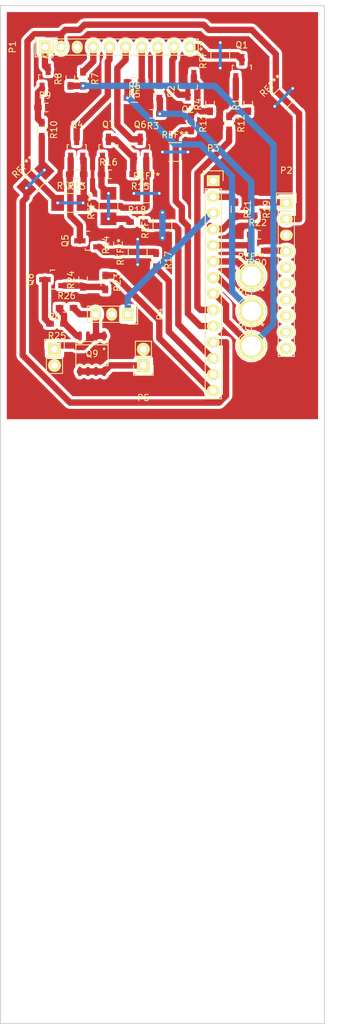
<source format=kicad_pcb>
(kicad_pcb (version 4) (host pcbnew 4.0.0~rc1a-stable)

  (general
    (links 103)
    (no_connects 0)
    (area 41.924999 22.75357 95.471145 184.075001)
    (thickness 1.6)
    (drawings 4)
    (tracks 343)
    (zones 0)
    (modules 53)
    (nets 44)
  )

  (page A4)
  (layers
    (0 F.Cu signal)
    (31 B.Cu signal)
    (32 B.Adhes user)
    (33 F.Adhes user)
    (34 B.Paste user)
    (35 F.Paste user)
    (36 B.SilkS user)
    (37 F.SilkS user)
    (38 B.Mask user)
    (39 F.Mask user)
    (40 Dwgs.User user)
    (41 Cmts.User user)
    (42 Eco1.User user)
    (43 Eco2.User user)
    (44 Edge.Cuts user)
    (45 Margin user)
    (46 B.CrtYd user)
    (47 F.CrtYd user)
    (48 B.Fab user)
    (49 F.Fab user)
  )

  (setup
    (last_trace_width 1)
    (user_trace_width 0.5)
    (trace_clearance 0.4)
    (zone_clearance 0.5)
    (zone_45_only no)
    (trace_min 0.2)
    (segment_width 0.2)
    (edge_width 0.15)
    (via_size 0.6)
    (via_drill 0.4)
    (via_min_size 0.4)
    (via_min_drill 0.3)
    (uvia_size 0.3)
    (uvia_drill 0.1)
    (uvias_allowed no)
    (uvia_min_size 0.2)
    (uvia_min_drill 0.1)
    (pcb_text_width 0.3)
    (pcb_text_size 1.5 1.5)
    (mod_edge_width 0.15)
    (mod_text_size 1 1)
    (mod_text_width 0.15)
    (pad_size 2.032 1.7272)
    (pad_drill 1.016)
    (pad_to_mask_clearance 0.2)
    (aux_axis_origin 0 0)
    (visible_elements 7FFFFFFF)
    (pcbplotparams
      (layerselection 0x00030_80000001)
      (usegerberextensions false)
      (excludeedgelayer true)
      (linewidth 0.100000)
      (plotframeref false)
      (viasonmask false)
      (mode 1)
      (useauxorigin false)
      (hpglpennumber 1)
      (hpglpenspeed 20)
      (hpglpendiameter 15)
      (hpglpenoverlay 2)
      (psnegative false)
      (psa4output false)
      (plotreference true)
      (plotvalue true)
      (plotinvisibletext false)
      (padsonsilk false)
      (subtractmaskfromsilk false)
      (outputformat 1)
      (mirror false)
      (drillshape 0)
      (scaleselection 1)
      (outputdirectory ""))
  )

  (net 0 "")
  (net 1 "Net-(P1-Pad1)")
  (net 2 +5VP)
  (net 3 RP_GND_6)
  (net 4 /BTN1)
  (net 5 "Net-(P1-Pad5)")
  (net 6 "Net-(P1-Pad6)")
  (net 7 /BTN2)
  (net 8 /BTN3)
  (net 9 "Net-(P1-Pad9)")
  (net 10 "Net-(P1-Pad10)")
  (net 11 /RxD)
  (net 12 /TxD)
  (net 13 "Net-(P2-Pad5)")
  (net 14 "Net-(P2-Pad6)")
  (net 15 "Net-(P2-Pad7)")
  (net 16 "Net-(P2-Pad8)")
  (net 17 "Net-(P2-Pad9)")
  (net 18 "Net-(P2-Pad10)")
  (net 19 RP_3V3_1)
  (net 20 RP_5V_4)
  (net 21 RP_TxD_8)
  (net 22 RP_RxD_10)
  (net 23 RP_BUTTON1_7)
  (net 24 RP_BUTTON2_11)
  (net 25 RP_BUTTON3_13)
  (net 26 RP_LED1_15)
  (net 27 RP_LED2_16)
  (net 28 RP_LED3_18)
  (net 29 RP_LED_OK_29)
  (net 30 RP_LED?_31)
  (net 31 RP_POWERUP_MAIN_BOARD_22)
  (net 32 /+)
  (net 33 "Net-(Q1-Pad1)")
  (net 34 "Net-(Q2-Pad1)")
  (net 35 "Net-(Q3-Pad1)")
  (net 36 "Net-(Q4-Pad1)")
  (net 37 "Net-(Q5-Pad1)")
  (net 38 "Net-(Q6-Pad1)")
  (net 39 "Net-(Q7-Pad1)")
  (net 40 "Net-(Q8-Pad1)")
  (net 41 "Net-(Q8-Pad3)")
  (net 42 "Net-(Q9-Pad1)")
  (net 43 "Net-(P5-Pad1)")

  (net_class Default "This is the default net class."
    (clearance 0.4)
    (trace_width 1)
    (via_dia 0.6)
    (via_drill 0.4)
    (uvia_dia 0.3)
    (uvia_drill 0.1)
    (add_net +5VP)
    (add_net /+)
    (add_net /BTN1)
    (add_net /BTN2)
    (add_net /BTN3)
    (add_net /RxD)
    (add_net /TxD)
    (add_net "Net-(P1-Pad1)")
    (add_net "Net-(P1-Pad10)")
    (add_net "Net-(P1-Pad5)")
    (add_net "Net-(P1-Pad6)")
    (add_net "Net-(P1-Pad9)")
    (add_net "Net-(P2-Pad10)")
    (add_net "Net-(P2-Pad5)")
    (add_net "Net-(P2-Pad6)")
    (add_net "Net-(P2-Pad7)")
    (add_net "Net-(P2-Pad8)")
    (add_net "Net-(P2-Pad9)")
    (add_net "Net-(P5-Pad1)")
    (add_net "Net-(Q1-Pad1)")
    (add_net "Net-(Q2-Pad1)")
    (add_net "Net-(Q3-Pad1)")
    (add_net "Net-(Q4-Pad1)")
    (add_net "Net-(Q5-Pad1)")
    (add_net "Net-(Q6-Pad1)")
    (add_net "Net-(Q7-Pad1)")
    (add_net "Net-(Q8-Pad1)")
    (add_net "Net-(Q8-Pad3)")
    (add_net "Net-(Q9-Pad1)")
    (add_net RP_3V3_1)
    (add_net RP_5V_4)
    (add_net RP_BUTTON1_7)
    (add_net RP_BUTTON2_11)
    (add_net RP_BUTTON3_13)
    (add_net RP_GND_6)
    (add_net RP_LED1_15)
    (add_net RP_LED2_16)
    (add_net RP_LED3_18)
    (add_net RP_LED?_31)
    (add_net RP_LED_OK_29)
    (add_net RP_POWERUP_MAIN_BOARD_22)
    (add_net RP_RxD_10)
    (add_net RP_TxD_8)
  )

  (module Resistors_SMD:R_1210_HandSoldering (layer F.Cu) (tedit 5699C398) (tstamp 569B7D71)
    (at 86.5 38.5 45)
    (descr "Resistor SMD 1210, hand soldering")
    (tags "resistor 1210")
    (attr smd)
    (fp_text reference REF** (at 0 -2.7 45) (layer F.SilkS)
      (effects (font (size 1 1) (thickness 0.15)))
    )
    (fp_text value R_1210_HandSoldering (at 0 2.7 45) (layer F.Fab)
      (effects (font (size 1 1) (thickness 0.15)))
    )
    (fp_line (start -3.3 -1.6) (end 3.3 -1.6) (layer F.CrtYd) (width 0.05))
    (fp_line (start -3.3 1.6) (end 3.3 1.6) (layer F.CrtYd) (width 0.05))
    (fp_line (start -3.3 -1.6) (end -3.3 1.6) (layer F.CrtYd) (width 0.05))
    (fp_line (start 3.3 -1.6) (end 3.3 1.6) (layer F.CrtYd) (width 0.05))
    (fp_line (start 1 1.475) (end -1 1.475) (layer F.SilkS) (width 0.15))
    (fp_line (start -1 -1.475) (end 1 -1.475) (layer F.SilkS) (width 0.15))
    (pad 1 smd rect (at -2.000001 0 45) (size 2 2.5) (layers F.Cu F.Paste F.Mask)
      (net 3 RP_GND_6))
    (pad 1 smd rect (at 2.000001 0 45) (size 2 2.5) (layers F.Cu F.Paste F.Mask)
      (net 3 RP_GND_6))
    (model Resistors_SMD.3dshapes/R_1210_HandSoldering.wrl
      (at (xyz 0 0 0))
      (scale (xyz 1 1 1))
      (rotate (xyz 0 0 0))
    )
  )

  (module Pin_Headers:Pin_Header_Straight_1x10 (layer F.Cu) (tedit 0) (tstamp 56999BB7)
    (at 49 30.5 90)
    (descr "Through hole pin header")
    (tags "pin header")
    (path /5697F9A1)
    (fp_text reference P1 (at 0 -5.1 90) (layer F.SilkS)
      (effects (font (size 1 1) (thickness 0.15)))
    )
    (fp_text value "Button Board" (at 0 -3.1 90) (layer F.Fab)
      (effects (font (size 1 1) (thickness 0.15)))
    )
    (fp_line (start -1.75 -1.75) (end -1.75 24.65) (layer F.CrtYd) (width 0.05))
    (fp_line (start 1.75 -1.75) (end 1.75 24.65) (layer F.CrtYd) (width 0.05))
    (fp_line (start -1.75 -1.75) (end 1.75 -1.75) (layer F.CrtYd) (width 0.05))
    (fp_line (start -1.75 24.65) (end 1.75 24.65) (layer F.CrtYd) (width 0.05))
    (fp_line (start 1.27 1.27) (end 1.27 24.13) (layer F.SilkS) (width 0.15))
    (fp_line (start 1.27 24.13) (end -1.27 24.13) (layer F.SilkS) (width 0.15))
    (fp_line (start -1.27 24.13) (end -1.27 1.27) (layer F.SilkS) (width 0.15))
    (fp_line (start 1.55 -1.55) (end 1.55 0) (layer F.SilkS) (width 0.15))
    (fp_line (start 1.27 1.27) (end -1.27 1.27) (layer F.SilkS) (width 0.15))
    (fp_line (start -1.55 0) (end -1.55 -1.55) (layer F.SilkS) (width 0.15))
    (fp_line (start -1.55 -1.55) (end 1.55 -1.55) (layer F.SilkS) (width 0.15))
    (pad 1 thru_hole rect (at 0 0 90) (size 2.032 1.7272) (drill 1.016) (layers *.Cu *.Mask F.SilkS)
      (net 1 "Net-(P1-Pad1)"))
    (pad 2 thru_hole oval (at 0 2.54 90) (size 2.032 1.7272) (drill 1.016) (layers *.Cu *.Mask F.SilkS)
      (net 2 +5VP))
    (pad 3 thru_hole oval (at 0 5.08 90) (size 2.032 1.7272) (drill 1.016) (layers *.Cu *.Mask F.SilkS)
      (net 3 RP_GND_6))
    (pad 4 thru_hole oval (at 0 7.62 90) (size 2.032 1.7272) (drill 1.016) (layers *.Cu *.Mask F.SilkS)
      (net 4 /BTN1))
    (pad 5 thru_hole oval (at 0 10.16 90) (size 2.032 1.7272) (drill 1.016) (layers *.Cu *.Mask F.SilkS)
      (net 5 "Net-(P1-Pad5)"))
    (pad 6 thru_hole oval (at 0 12.7 90) (size 2.032 1.7272) (drill 1.016) (layers *.Cu *.Mask F.SilkS)
      (net 6 "Net-(P1-Pad6)"))
    (pad 7 thru_hole oval (at 0 15.24 90) (size 2.032 1.7272) (drill 1.016) (layers *.Cu *.Mask F.SilkS)
      (net 7 /BTN2))
    (pad 8 thru_hole oval (at 0 17.78 90) (size 2.032 1.7272) (drill 1.016) (layers *.Cu *.Mask F.SilkS)
      (net 8 /BTN3))
    (pad 9 thru_hole oval (at 0 20.32 90) (size 2.032 1.7272) (drill 1.016) (layers *.Cu *.Mask F.SilkS)
      (net 9 "Net-(P1-Pad9)"))
    (pad 10 thru_hole oval (at 0 22.86 90) (size 2.032 1.7272) (drill 1.016) (layers *.Cu *.Mask F.SilkS)
      (net 10 "Net-(P1-Pad10)"))
    (model Pin_Headers.3dshapes/Pin_Header_Straight_1x10.wrl
      (at (xyz 0 -0.45 0))
      (scale (xyz 1 1 1))
      (rotate (xyz 0 0 90))
    )
  )

  (module Pin_Headers:Pin_Header_Straight_1x10 (layer F.Cu) (tedit 0) (tstamp 56999BC5)
    (at 87 55)
    (descr "Through hole pin header")
    (tags "pin header")
    (path /5696A0A5)
    (fp_text reference P2 (at 0 -5.1) (layer F.SilkS)
      (effects (font (size 1 1) (thickness 0.15)))
    )
    (fp_text value "Main Board" (at 0 -3.1) (layer F.Fab)
      (effects (font (size 1 1) (thickness 0.15)))
    )
    (fp_line (start -1.75 -1.75) (end -1.75 24.65) (layer F.CrtYd) (width 0.05))
    (fp_line (start 1.75 -1.75) (end 1.75 24.65) (layer F.CrtYd) (width 0.05))
    (fp_line (start -1.75 -1.75) (end 1.75 -1.75) (layer F.CrtYd) (width 0.05))
    (fp_line (start -1.75 24.65) (end 1.75 24.65) (layer F.CrtYd) (width 0.05))
    (fp_line (start 1.27 1.27) (end 1.27 24.13) (layer F.SilkS) (width 0.15))
    (fp_line (start 1.27 24.13) (end -1.27 24.13) (layer F.SilkS) (width 0.15))
    (fp_line (start -1.27 24.13) (end -1.27 1.27) (layer F.SilkS) (width 0.15))
    (fp_line (start 1.55 -1.55) (end 1.55 0) (layer F.SilkS) (width 0.15))
    (fp_line (start 1.27 1.27) (end -1.27 1.27) (layer F.SilkS) (width 0.15))
    (fp_line (start -1.55 0) (end -1.55 -1.55) (layer F.SilkS) (width 0.15))
    (fp_line (start -1.55 -1.55) (end 1.55 -1.55) (layer F.SilkS) (width 0.15))
    (pad 1 thru_hole rect (at 0 0) (size 2.032 1.7272) (drill 1.016) (layers *.Cu *.Mask F.SilkS)
      (net 11 /RxD))
    (pad 2 thru_hole oval (at 0 2.54) (size 2.032 1.7272) (drill 1.016) (layers *.Cu *.Mask F.SilkS)
      (net 2 +5VP))
    (pad 3 thru_hole oval (at 0 5.08) (size 2.032 1.7272) (drill 1.016) (layers *.Cu *.Mask F.SilkS)
      (net 3 RP_GND_6))
    (pad 4 thru_hole oval (at 0 7.62) (size 2.032 1.7272) (drill 1.016) (layers *.Cu *.Mask F.SilkS)
      (net 12 /TxD))
    (pad 5 thru_hole oval (at 0 10.16) (size 2.032 1.7272) (drill 1.016) (layers *.Cu *.Mask F.SilkS)
      (net 13 "Net-(P2-Pad5)"))
    (pad 6 thru_hole oval (at 0 12.7) (size 2.032 1.7272) (drill 1.016) (layers *.Cu *.Mask F.SilkS)
      (net 14 "Net-(P2-Pad6)"))
    (pad 7 thru_hole oval (at 0 15.24) (size 2.032 1.7272) (drill 1.016) (layers *.Cu *.Mask F.SilkS)
      (net 15 "Net-(P2-Pad7)"))
    (pad 8 thru_hole oval (at 0 17.78) (size 2.032 1.7272) (drill 1.016) (layers *.Cu *.Mask F.SilkS)
      (net 16 "Net-(P2-Pad8)"))
    (pad 9 thru_hole oval (at 0 20.32) (size 2.032 1.7272) (drill 1.016) (layers *.Cu *.Mask F.SilkS)
      (net 17 "Net-(P2-Pad9)"))
    (pad 10 thru_hole oval (at 0 22.86) (size 2.032 1.7272) (drill 1.016) (layers *.Cu *.Mask F.SilkS)
      (net 18 "Net-(P2-Pad10)"))
    (model Pin_Headers.3dshapes/Pin_Header_Straight_1x10.wrl
      (at (xyz 0 -0.45 0))
      (scale (xyz 1 1 1))
      (rotate (xyz 0 0 90))
    )
  )

  (module Pin_Headers:Pin_Header_Straight_1x14 (layer F.Cu) (tedit 5699C62C) (tstamp 56999BD7)
    (at 75.5 51.5)
    (descr "Through hole pin header")
    (tags "pin header")
    (path /5699A616)
    (fp_text reference P3 (at 0 -5.1) (layer F.SilkS)
      (effects (font (size 1 1) (thickness 0.15)))
    )
    (fp_text value "Linux Board" (at 0 -3.1) (layer F.Fab)
      (effects (font (size 1 1) (thickness 0.15)))
    )
    (fp_line (start -1.75 -1.75) (end -1.75 34.8) (layer F.CrtYd) (width 0.05))
    (fp_line (start 1.75 -1.75) (end 1.75 34.8) (layer F.CrtYd) (width 0.05))
    (fp_line (start -1.75 -1.75) (end 1.75 -1.75) (layer F.CrtYd) (width 0.05))
    (fp_line (start -1.75 34.8) (end 1.75 34.8) (layer F.CrtYd) (width 0.05))
    (fp_line (start -1.27 1.27) (end -1.27 34.29) (layer F.SilkS) (width 0.15))
    (fp_line (start -1.27 34.29) (end 1.27 34.29) (layer F.SilkS) (width 0.15))
    (fp_line (start 1.27 34.29) (end 1.27 1.27) (layer F.SilkS) (width 0.15))
    (fp_line (start 1.55 -1.55) (end 1.55 0) (layer F.SilkS) (width 0.15))
    (fp_line (start 1.27 1.27) (end -1.27 1.27) (layer F.SilkS) (width 0.15))
    (fp_line (start -1.55 0) (end -1.55 -1.55) (layer F.SilkS) (width 0.15))
    (fp_line (start -1.55 -1.55) (end 1.55 -1.55) (layer F.SilkS) (width 0.15))
    (pad 1 thru_hole rect (at 0 0) (size 2.032 1.7272) (drill 1.016) (layers *.Cu *.Mask F.SilkS)
      (net 3 RP_GND_6))
    (pad 2 thru_hole oval (at 0 2.54) (size 2.032 1.7272) (drill 1.016) (layers *.Cu *.Mask F.SilkS)
      (net 19 RP_3V3_1))
    (pad 3 thru_hole oval (at 0 5.08) (size 2.032 1.7272) (drill 1.016) (layers *.Cu *.Mask F.SilkS)
      (net 20 RP_5V_4))
    (pad 4 thru_hole oval (at 0 7.62) (size 2.032 1.7272) (drill 1.016) (layers *.Cu *.Mask F.SilkS)
      (net 21 RP_TxD_8))
    (pad 5 thru_hole oval (at 0 10.16) (size 2.032 1.7272) (drill 1.016) (layers *.Cu *.Mask F.SilkS)
      (net 22 RP_RxD_10))
    (pad 6 thru_hole oval (at 0 12.7) (size 2.032 1.7272) (drill 1.016) (layers *.Cu *.Mask F.SilkS)
      (net 23 RP_BUTTON1_7))
    (pad 7 thru_hole oval (at 0 15.24) (size 2.032 1.7272) (drill 1.016) (layers *.Cu *.Mask F.SilkS)
      (net 24 RP_BUTTON2_11))
    (pad 8 thru_hole oval (at 0 17.78) (size 2.032 1.7272) (drill 1.016) (layers *.Cu *.Mask F.SilkS)
      (net 25 RP_BUTTON3_13))
    (pad 9 thru_hole oval (at 0 20.32) (size 2.032 1.7272) (drill 1.016) (layers *.Cu *.Mask F.SilkS)
      (net 26 RP_LED1_15))
    (pad 10 thru_hole oval (at 0 22.86) (size 2.032 1.7272) (drill 1.016) (layers *.Cu *.Mask F.SilkS)
      (net 27 RP_LED2_16))
    (pad 11 thru_hole oval (at 0 25.4) (size 2.032 1.7272) (drill 1.016) (layers *.Cu *.Mask F.SilkS)
      (net 28 RP_LED3_18))
    (pad 12 thru_hole oval (at 0 27.94) (size 2.032 1.7272) (drill 1.016) (layers *.Cu *.Mask F.SilkS)
      (net 30 RP_LED?_31))
    (pad 13 thru_hole oval (at 0 30.48) (size 2.032 1.7272) (drill 1.016) (layers *.Cu *.Mask F.SilkS)
      (net 29 RP_LED_OK_29))
    (pad 14 thru_hole oval (at 0 33.02) (size 2.032 1.7272) (drill 1.016) (layers *.Cu *.Mask F.SilkS)
      (net 31 RP_POWERUP_MAIN_BOARD_22))
    (model Pin_Headers.3dshapes/Pin_Header_Straight_1x14.wrl
      (at (xyz 0 -0.65 0))
      (scale (xyz 1 1 1))
      (rotate (xyz 0 0 90))
    )
  )

  (module Pin_Headers:Pin_Header_Straight_1x03 (layer F.Cu) (tedit 0) (tstamp 56999BDE)
    (at 62.04 72.5 270)
    (descr "Through hole pin header")
    (tags "pin header")
    (path /5698E318)
    (fp_text reference P4 (at 0 -5.1 270) (layer F.SilkS)
      (effects (font (size 1 1) (thickness 0.15)))
    )
    (fp_text value DC/DC (at 0 -3.1 270) (layer F.Fab)
      (effects (font (size 1 1) (thickness 0.15)))
    )
    (fp_line (start -1.75 -1.75) (end -1.75 6.85) (layer F.CrtYd) (width 0.05))
    (fp_line (start 1.75 -1.75) (end 1.75 6.85) (layer F.CrtYd) (width 0.05))
    (fp_line (start -1.75 -1.75) (end 1.75 -1.75) (layer F.CrtYd) (width 0.05))
    (fp_line (start -1.75 6.85) (end 1.75 6.85) (layer F.CrtYd) (width 0.05))
    (fp_line (start -1.27 1.27) (end -1.27 6.35) (layer F.SilkS) (width 0.15))
    (fp_line (start -1.27 6.35) (end 1.27 6.35) (layer F.SilkS) (width 0.15))
    (fp_line (start 1.27 6.35) (end 1.27 1.27) (layer F.SilkS) (width 0.15))
    (fp_line (start 1.55 -1.55) (end 1.55 0) (layer F.SilkS) (width 0.15))
    (fp_line (start 1.27 1.27) (end -1.27 1.27) (layer F.SilkS) (width 0.15))
    (fp_line (start -1.55 0) (end -1.55 -1.55) (layer F.SilkS) (width 0.15))
    (fp_line (start -1.55 -1.55) (end 1.55 -1.55) (layer F.SilkS) (width 0.15))
    (pad 1 thru_hole rect (at 0 0 270) (size 2.032 1.7272) (drill 1.016) (layers *.Cu *.Mask F.SilkS)
      (net 20 RP_5V_4))
    (pad 2 thru_hole oval (at 0 2.54 270) (size 2.032 1.7272) (drill 1.016) (layers *.Cu *.Mask F.SilkS)
      (net 3 RP_GND_6))
    (pad 3 thru_hole oval (at 0 5.08 270) (size 2.032 1.7272) (drill 1.016) (layers *.Cu *.Mask F.SilkS)
      (net 32 /+))
    (model Pin_Headers.3dshapes/Pin_Header_Straight_1x03.wrl
      (at (xyz 0 -0.1 0))
      (scale (xyz 1 1 1))
      (rotate (xyz 0 0 90))
    )
  )

  (module Pin_Headers:Pin_Header_Straight_1x02 (layer F.Cu) (tedit 54EA090C) (tstamp 56999BE4)
    (at 64.5 80.54 180)
    (descr "Through hole pin header")
    (tags "pin header")
    (path /5698B7B1)
    (fp_text reference P5 (at 0 -5.1 180) (layer F.SilkS)
      (effects (font (size 1 1) (thickness 0.15)))
    )
    (fp_text value "Main Board Power" (at 0 -3.1 180) (layer F.Fab)
      (effects (font (size 1 1) (thickness 0.15)))
    )
    (fp_line (start 1.27 1.27) (end 1.27 3.81) (layer F.SilkS) (width 0.15))
    (fp_line (start 1.55 -1.55) (end 1.55 0) (layer F.SilkS) (width 0.15))
    (fp_line (start -1.75 -1.75) (end -1.75 4.3) (layer F.CrtYd) (width 0.05))
    (fp_line (start 1.75 -1.75) (end 1.75 4.3) (layer F.CrtYd) (width 0.05))
    (fp_line (start -1.75 -1.75) (end 1.75 -1.75) (layer F.CrtYd) (width 0.05))
    (fp_line (start -1.75 4.3) (end 1.75 4.3) (layer F.CrtYd) (width 0.05))
    (fp_line (start 1.27 1.27) (end -1.27 1.27) (layer F.SilkS) (width 0.15))
    (fp_line (start -1.55 0) (end -1.55 -1.55) (layer F.SilkS) (width 0.15))
    (fp_line (start -1.55 -1.55) (end 1.55 -1.55) (layer F.SilkS) (width 0.15))
    (fp_line (start -1.27 1.27) (end -1.27 3.81) (layer F.SilkS) (width 0.15))
    (fp_line (start -1.27 3.81) (end 1.27 3.81) (layer F.SilkS) (width 0.15))
    (pad 1 thru_hole rect (at 0 0 180) (size 2.032 2.032) (drill 1.016) (layers *.Cu *.Mask F.SilkS)
      (net 43 "Net-(P5-Pad1)"))
    (pad 2 thru_hole oval (at 0 2.54 180) (size 2.032 2.032) (drill 1.016) (layers *.Cu *.Mask F.SilkS)
      (net 3 RP_GND_6))
    (model Pin_Headers.3dshapes/Pin_Header_Straight_1x02.wrl
      (at (xyz 0 -0.05 0))
      (scale (xyz 1 1 1))
      (rotate (xyz 0 0 90))
    )
  )

  (module Pin_Headers:Pin_Header_Straight_1x02 (layer F.Cu) (tedit 5699BE01) (tstamp 56999BEA)
    (at 50.5 78)
    (descr "Through hole pin header")
    (tags "pin header")
    (path /5696A109)
    (fp_text reference P6 (at 0 -5.1) (layer F.SilkS)
      (effects (font (size 1 1) (thickness 0.15)))
    )
    (fp_text value Battery (at 0 -3.1) (layer F.Fab)
      (effects (font (size 1 1) (thickness 0.15)))
    )
    (fp_line (start 1.27 1.27) (end 1.27 3.81) (layer F.SilkS) (width 0.15))
    (fp_line (start 1.55 -1.55) (end 1.55 0) (layer F.SilkS) (width 0.15))
    (fp_line (start -1.75 -1.75) (end -1.75 4.3) (layer F.CrtYd) (width 0.05))
    (fp_line (start 1.75 -1.75) (end 1.75 4.3) (layer F.CrtYd) (width 0.05))
    (fp_line (start -1.75 -1.75) (end 1.75 -1.75) (layer F.CrtYd) (width 0.05))
    (fp_line (start -1.75 4.3) (end 1.75 4.3) (layer F.CrtYd) (width 0.05))
    (fp_line (start 1.27 1.27) (end -1.27 1.27) (layer F.SilkS) (width 0.15))
    (fp_line (start -1.55 0) (end -1.55 -1.55) (layer F.SilkS) (width 0.15))
    (fp_line (start -1.55 -1.55) (end 1.55 -1.55) (layer F.SilkS) (width 0.15))
    (fp_line (start -1.27 1.27) (end -1.27 3.81) (layer F.SilkS) (width 0.15))
    (fp_line (start -1.27 3.81) (end 1.27 3.81) (layer F.SilkS) (width 0.15))
    (pad 1 thru_hole rect (at 0 0) (size 2.032 2.032) (drill 1.016) (layers *.Cu *.Mask F.SilkS)
      (net 32 /+))
    (pad 2 thru_hole oval (at 0 2.54) (size 2.032 2.032) (drill 1.016) (layers *.Cu *.Mask F.SilkS)
      (net 3 RP_GND_6))
    (model Pin_Headers.3dshapes/Pin_Header_Straight_1x02.wrl
      (at (xyz 0 -0.05 0))
      (scale (xyz 1 1 1))
      (rotate (xyz 0 0 90))
    )
  )

  (module TO_SOT_Packages_SMD:SOT-23_Handsoldering (layer F.Cu) (tedit 54E9291B) (tstamp 56999BF1)
    (at 80 34)
    (descr "SOT-23, Handsoldering")
    (tags SOT-23)
    (path /5697FDC1)
    (attr smd)
    (fp_text reference Q1 (at 0 -3.81) (layer F.SilkS)
      (effects (font (size 1 1) (thickness 0.15)))
    )
    (fp_text value Q_NMOS_GSD (at 0 3.81) (layer F.Fab)
      (effects (font (size 1 1) (thickness 0.15)))
    )
    (fp_line (start -1.49982 0.0508) (end -1.49982 -0.65024) (layer F.SilkS) (width 0.15))
    (fp_line (start -1.49982 -0.65024) (end -1.2509 -0.65024) (layer F.SilkS) (width 0.15))
    (fp_line (start 1.29916 -0.65024) (end 1.49982 -0.65024) (layer F.SilkS) (width 0.15))
    (fp_line (start 1.49982 -0.65024) (end 1.49982 0.0508) (layer F.SilkS) (width 0.15))
    (pad 1 smd rect (at -0.95 1.50114) (size 0.8001 1.80086) (layers F.Cu F.Paste F.Mask)
      (net 33 "Net-(Q1-Pad1)"))
    (pad 2 smd rect (at 0.95 1.50114) (size 0.8001 1.80086) (layers F.Cu F.Paste F.Mask)
      (net 3 RP_GND_6))
    (pad 3 smd rect (at 0 -1.50114) (size 0.8001 1.80086) (layers F.Cu F.Paste F.Mask)
      (net 10 "Net-(P1-Pad10)"))
    (model TO_SOT_Packages_SMD.3dshapes/SOT-23_Handsoldering.wrl
      (at (xyz 0 0 0))
      (scale (xyz 1 1 1))
      (rotate (xyz 0 0 0))
    )
  )

  (module TO_SOT_Packages_SMD:SOT-23_Handsoldering (layer F.Cu) (tedit 54E9291B) (tstamp 56999BF8)
    (at 71.5 36.5 180)
    (descr "SOT-23, Handsoldering")
    (tags SOT-23)
    (path /5697FFAA)
    (attr smd)
    (fp_text reference Q2 (at 0 -3.81 180) (layer F.SilkS)
      (effects (font (size 1 1) (thickness 0.15)))
    )
    (fp_text value Q_NMOS_GSD (at 0 3.81 180) (layer F.Fab)
      (effects (font (size 1 1) (thickness 0.15)))
    )
    (fp_line (start -1.49982 0.0508) (end -1.49982 -0.65024) (layer F.SilkS) (width 0.15))
    (fp_line (start -1.49982 -0.65024) (end -1.2509 -0.65024) (layer F.SilkS) (width 0.15))
    (fp_line (start 1.29916 -0.65024) (end 1.49982 -0.65024) (layer F.SilkS) (width 0.15))
    (fp_line (start 1.49982 -0.65024) (end 1.49982 0.0508) (layer F.SilkS) (width 0.15))
    (pad 1 smd rect (at -0.95 1.50114 180) (size 0.8001 1.80086) (layers F.Cu F.Paste F.Mask)
      (net 34 "Net-(Q2-Pad1)"))
    (pad 2 smd rect (at 0.95 1.50114 180) (size 0.8001 1.80086) (layers F.Cu F.Paste F.Mask)
      (net 3 RP_GND_6))
    (pad 3 smd rect (at 0 -1.50114 180) (size 0.8001 1.80086) (layers F.Cu F.Paste F.Mask)
      (net 9 "Net-(P1-Pad9)"))
    (model TO_SOT_Packages_SMD.3dshapes/SOT-23_Handsoldering.wrl
      (at (xyz 0 0 0))
      (scale (xyz 1 1 1))
      (rotate (xyz 0 0 0))
    )
  )

  (module TO_SOT_Packages_SMD:SOT-23_Handsoldering (layer F.Cu) (tedit 54E9291B) (tstamp 56999BFF)
    (at 49.5 35.5)
    (descr "SOT-23, Handsoldering")
    (tags SOT-23)
    (path /5697FFE7)
    (attr smd)
    (fp_text reference Q3 (at 0 -3.81) (layer F.SilkS)
      (effects (font (size 1 1) (thickness 0.15)))
    )
    (fp_text value Q_NMOS_GSD (at 0 3.81) (layer F.Fab)
      (effects (font (size 1 1) (thickness 0.15)))
    )
    (fp_line (start -1.49982 0.0508) (end -1.49982 -0.65024) (layer F.SilkS) (width 0.15))
    (fp_line (start -1.49982 -0.65024) (end -1.2509 -0.65024) (layer F.SilkS) (width 0.15))
    (fp_line (start 1.29916 -0.65024) (end 1.49982 -0.65024) (layer F.SilkS) (width 0.15))
    (fp_line (start 1.49982 -0.65024) (end 1.49982 0.0508) (layer F.SilkS) (width 0.15))
    (pad 1 smd rect (at -0.95 1.50114) (size 0.8001 1.80086) (layers F.Cu F.Paste F.Mask)
      (net 35 "Net-(Q3-Pad1)"))
    (pad 2 smd rect (at 0.95 1.50114) (size 0.8001 1.80086) (layers F.Cu F.Paste F.Mask)
      (net 3 RP_GND_6))
    (pad 3 smd rect (at 0 -1.50114) (size 0.8001 1.80086) (layers F.Cu F.Paste F.Mask)
      (net 1 "Net-(P1-Pad1)"))
    (model TO_SOT_Packages_SMD.3dshapes/SOT-23_Handsoldering.wrl
      (at (xyz 0 0 0))
      (scale (xyz 1 1 1))
      (rotate (xyz 0 0 0))
    )
  )

  (module TO_SOT_Packages_SMD:SOT-23_Handsoldering (layer F.Cu) (tedit 54E9291B) (tstamp 56999C06)
    (at 54 46.5)
    (descr "SOT-23, Handsoldering")
    (tags SOT-23)
    (path /56987AB6)
    (attr smd)
    (fp_text reference Q4 (at 0 -3.81) (layer F.SilkS)
      (effects (font (size 1 1) (thickness 0.15)))
    )
    (fp_text value Q_PMOS_GSD (at 0 3.81) (layer F.Fab)
      (effects (font (size 1 1) (thickness 0.15)))
    )
    (fp_line (start -1.49982 0.0508) (end -1.49982 -0.65024) (layer F.SilkS) (width 0.15))
    (fp_line (start -1.49982 -0.65024) (end -1.2509 -0.65024) (layer F.SilkS) (width 0.15))
    (fp_line (start 1.29916 -0.65024) (end 1.49982 -0.65024) (layer F.SilkS) (width 0.15))
    (fp_line (start 1.49982 -0.65024) (end 1.49982 0.0508) (layer F.SilkS) (width 0.15))
    (pad 1 smd rect (at -0.95 1.50114) (size 0.8001 1.80086) (layers F.Cu F.Paste F.Mask)
      (net 36 "Net-(Q4-Pad1)"))
    (pad 2 smd rect (at 0.95 1.50114) (size 0.8001 1.80086) (layers F.Cu F.Paste F.Mask)
      (net 2 +5VP))
    (pad 3 smd rect (at 0 -1.50114) (size 0.8001 1.80086) (layers F.Cu F.Paste F.Mask)
      (net 5 "Net-(P1-Pad5)"))
    (model TO_SOT_Packages_SMD.3dshapes/SOT-23_Handsoldering.wrl
      (at (xyz 0 0 0))
      (scale (xyz 1 1 1))
      (rotate (xyz 0 0 0))
    )
  )

  (module TO_SOT_Packages_SMD:SOT-23_Handsoldering (layer F.Cu) (tedit 54E9291B) (tstamp 56999C0D)
    (at 55.99886 60.95 90)
    (descr "SOT-23, Handsoldering")
    (tags SOT-23)
    (path /5698798C)
    (attr smd)
    (fp_text reference Q5 (at 0 -3.81 90) (layer F.SilkS)
      (effects (font (size 1 1) (thickness 0.15)))
    )
    (fp_text value Q_NMOS_GSD (at 0 3.81 90) (layer F.Fab)
      (effects (font (size 1 1) (thickness 0.15)))
    )
    (fp_line (start -1.49982 0.0508) (end -1.49982 -0.65024) (layer F.SilkS) (width 0.15))
    (fp_line (start -1.49982 -0.65024) (end -1.2509 -0.65024) (layer F.SilkS) (width 0.15))
    (fp_line (start 1.29916 -0.65024) (end 1.49982 -0.65024) (layer F.SilkS) (width 0.15))
    (fp_line (start 1.49982 -0.65024) (end 1.49982 0.0508) (layer F.SilkS) (width 0.15))
    (pad 1 smd rect (at -0.95 1.50114 90) (size 0.8001 1.80086) (layers F.Cu F.Paste F.Mask)
      (net 37 "Net-(Q5-Pad1)"))
    (pad 2 smd rect (at 0.95 1.50114 90) (size 0.8001 1.80086) (layers F.Cu F.Paste F.Mask)
      (net 3 RP_GND_6))
    (pad 3 smd rect (at 0 -1.50114 90) (size 0.8001 1.80086) (layers F.Cu F.Paste F.Mask)
      (net 36 "Net-(Q4-Pad1)"))
    (model TO_SOT_Packages_SMD.3dshapes/SOT-23_Handsoldering.wrl
      (at (xyz 0 0 0))
      (scale (xyz 1 1 1))
      (rotate (xyz 0 0 0))
    )
  )

  (module TO_SOT_Packages_SMD:SOT-23_Handsoldering (layer F.Cu) (tedit 54E9291B) (tstamp 56999C14)
    (at 64 46.5)
    (descr "SOT-23, Handsoldering")
    (tags SOT-23)
    (path /56987B5B)
    (attr smd)
    (fp_text reference Q6 (at 0 -3.81) (layer F.SilkS)
      (effects (font (size 1 1) (thickness 0.15)))
    )
    (fp_text value Q_PMOS_GSD (at 0 3.81) (layer F.Fab)
      (effects (font (size 1 1) (thickness 0.15)))
    )
    (fp_line (start -1.49982 0.0508) (end -1.49982 -0.65024) (layer F.SilkS) (width 0.15))
    (fp_line (start -1.49982 -0.65024) (end -1.2509 -0.65024) (layer F.SilkS) (width 0.15))
    (fp_line (start 1.29916 -0.65024) (end 1.49982 -0.65024) (layer F.SilkS) (width 0.15))
    (fp_line (start 1.49982 -0.65024) (end 1.49982 0.0508) (layer F.SilkS) (width 0.15))
    (pad 1 smd rect (at -0.95 1.50114) (size 0.8001 1.80086) (layers F.Cu F.Paste F.Mask)
      (net 38 "Net-(Q6-Pad1)"))
    (pad 2 smd rect (at 0.95 1.50114) (size 0.8001 1.80086) (layers F.Cu F.Paste F.Mask)
      (net 2 +5VP))
    (pad 3 smd rect (at 0 -1.50114) (size 0.8001 1.80086) (layers F.Cu F.Paste F.Mask)
      (net 6 "Net-(P1-Pad6)"))
    (model TO_SOT_Packages_SMD.3dshapes/SOT-23_Handsoldering.wrl
      (at (xyz 0 0 0))
      (scale (xyz 1 1 1))
      (rotate (xyz 0 0 0))
    )
  )

  (module TO_SOT_Packages_SMD:SOT-23_Handsoldering (layer F.Cu) (tedit 54E9291B) (tstamp 56999C1B)
    (at 59 46.5)
    (descr "SOT-23, Handsoldering")
    (tags SOT-23)
    (path /56987A33)
    (attr smd)
    (fp_text reference Q7 (at 0 -3.81) (layer F.SilkS)
      (effects (font (size 1 1) (thickness 0.15)))
    )
    (fp_text value Q_NMOS_GSD (at 0 3.81) (layer F.Fab)
      (effects (font (size 1 1) (thickness 0.15)))
    )
    (fp_line (start -1.49982 0.0508) (end -1.49982 -0.65024) (layer F.SilkS) (width 0.15))
    (fp_line (start -1.49982 -0.65024) (end -1.2509 -0.65024) (layer F.SilkS) (width 0.15))
    (fp_line (start 1.29916 -0.65024) (end 1.49982 -0.65024) (layer F.SilkS) (width 0.15))
    (fp_line (start 1.49982 -0.65024) (end 1.49982 0.0508) (layer F.SilkS) (width 0.15))
    (pad 1 smd rect (at -0.95 1.50114) (size 0.8001 1.80086) (layers F.Cu F.Paste F.Mask)
      (net 39 "Net-(Q7-Pad1)"))
    (pad 2 smd rect (at 0.95 1.50114) (size 0.8001 1.80086) (layers F.Cu F.Paste F.Mask)
      (net 3 RP_GND_6))
    (pad 3 smd rect (at 0 -1.50114) (size 0.8001 1.80086) (layers F.Cu F.Paste F.Mask)
      (net 38 "Net-(Q6-Pad1)"))
    (model TO_SOT_Packages_SMD.3dshapes/SOT-23_Handsoldering.wrl
      (at (xyz 0 0 0))
      (scale (xyz 1 1 1))
      (rotate (xyz 0 0 0))
    )
  )

  (module TO_SOT_Packages_SMD:SOT-23_Handsoldering (layer F.Cu) (tedit 54E9291B) (tstamp 56999C22)
    (at 50.49886 67.05 90)
    (descr "SOT-23, Handsoldering")
    (tags SOT-23)
    (path /5698CC11)
    (attr smd)
    (fp_text reference Q8 (at 0 -3.81 90) (layer F.SilkS)
      (effects (font (size 1 1) (thickness 0.15)))
    )
    (fp_text value Q_NMOS_GSD (at 0 3.81 90) (layer F.Fab)
      (effects (font (size 1 1) (thickness 0.15)))
    )
    (fp_line (start -1.49982 0.0508) (end -1.49982 -0.65024) (layer F.SilkS) (width 0.15))
    (fp_line (start -1.49982 -0.65024) (end -1.2509 -0.65024) (layer F.SilkS) (width 0.15))
    (fp_line (start 1.29916 -0.65024) (end 1.49982 -0.65024) (layer F.SilkS) (width 0.15))
    (fp_line (start 1.49982 -0.65024) (end 1.49982 0.0508) (layer F.SilkS) (width 0.15))
    (pad 1 smd rect (at -0.95 1.50114 90) (size 0.8001 1.80086) (layers F.Cu F.Paste F.Mask)
      (net 40 "Net-(Q8-Pad1)"))
    (pad 2 smd rect (at 0.95 1.50114 90) (size 0.8001 1.80086) (layers F.Cu F.Paste F.Mask)
      (net 3 RP_GND_6))
    (pad 3 smd rect (at 0 -1.50114 90) (size 0.8001 1.80086) (layers F.Cu F.Paste F.Mask)
      (net 41 "Net-(Q8-Pad3)"))
    (model TO_SOT_Packages_SMD.3dshapes/SOT-23_Handsoldering.wrl
      (at (xyz 0 0 0))
      (scale (xyz 1 1 1))
      (rotate (xyz 0 0 0))
    )
  )

  (module Power_Integrations:SO-8 (layer F.Cu) (tedit 5699C073) (tstamp 56999C2E)
    (at 56.405 78.706 180)
    (descr "SO-8 Surface Mount Small Outline 150mil 8pin Package")
    (tags "Power Integrations D Package")
    (path /5698C61D)
    (fp_text reference Q9 (at 0 0 180) (layer F.SilkS)
      (effects (font (size 1 1) (thickness 0.15)))
    )
    (fp_text value Q_PMOS_GSD (at 0 0 180) (layer F.Fab)
      (effects (font (size 1 1) (thickness 0.15)))
    )
    (fp_circle (center -1.905 0.762) (end -1.778 0.762) (layer F.SilkS) (width 0.15))
    (fp_line (start -2.54 1.397) (end 2.54 1.397) (layer F.SilkS) (width 0.15))
    (fp_line (start -2.54 -1.905) (end 2.54 -1.905) (layer F.SilkS) (width 0.15))
    (fp_line (start -2.54 1.905) (end 2.54 1.905) (layer F.SilkS) (width 0.15))
    (fp_line (start -2.54 1.905) (end -2.54 -1.905) (layer F.SilkS) (width 0.15))
    (fp_line (start 2.54 1.905) (end 2.54 -1.905) (layer F.SilkS) (width 0.15))
    (pad 1 smd oval (at -1.905 2.794 180) (size 0.6096 1.4732) (layers F.Cu F.Paste F.Mask)
      (net 32 /+))
    (pad 2 smd oval (at -0.635 2.794 180) (size 0.6096 1.4732) (layers F.Cu F.Paste F.Mask)
      (net 32 /+))
    (pad 3 smd oval (at 0.635 2.794 180) (size 0.6096 1.4732) (layers F.Cu F.Paste F.Mask)
      (net 32 /+))
    (pad 4 smd oval (at 1.905 2.794 180) (size 0.6096 1.4732) (layers F.Cu F.Paste F.Mask)
      (net 42 "Net-(Q9-Pad1)"))
    (pad 5 smd oval (at 1.905 -2.794 180) (size 0.6096 1.4732) (layers F.Cu F.Paste F.Mask)
      (net 43 "Net-(P5-Pad1)"))
    (pad 6 smd oval (at 0.635 -2.794 180) (size 0.6096 1.4732) (layers F.Cu F.Paste F.Mask)
      (net 43 "Net-(P5-Pad1)"))
    (pad 7 smd oval (at -0.635 -2.794 180) (size 0.6096 1.4732) (layers F.Cu F.Paste F.Mask)
      (net 43 "Net-(P5-Pad1)"))
    (pad 8 smd oval (at -1.905 -2.794 180) (size 0.6096 1.4732) (layers F.Cu F.Paste F.Mask)
      (net 43 "Net-(P5-Pad1)"))
  )

  (module Resistors_SMD:R_0603_HandSoldering (layer F.Cu) (tedit 5418A00F) (tstamp 56999C34)
    (at 81 39.5 90)
    (descr "Resistor SMD 0603, hand soldering")
    (tags "resistor 0603")
    (path /56980741)
    (attr smd)
    (fp_text reference R1 (at 0 -1.9 90) (layer F.SilkS)
      (effects (font (size 1 1) (thickness 0.15)))
    )
    (fp_text value R (at 0 1.9 90) (layer F.Fab)
      (effects (font (size 1 1) (thickness 0.15)))
    )
    (fp_line (start -2 -0.8) (end 2 -0.8) (layer F.CrtYd) (width 0.05))
    (fp_line (start -2 0.8) (end 2 0.8) (layer F.CrtYd) (width 0.05))
    (fp_line (start -2 -0.8) (end -2 0.8) (layer F.CrtYd) (width 0.05))
    (fp_line (start 2 -0.8) (end 2 0.8) (layer F.CrtYd) (width 0.05))
    (fp_line (start 0.5 0.675) (end -0.5 0.675) (layer F.SilkS) (width 0.15))
    (fp_line (start -0.5 -0.675) (end 0.5 -0.675) (layer F.SilkS) (width 0.15))
    (pad 1 smd rect (at -1.1 0 90) (size 1.2 0.9) (layers F.Cu F.Paste F.Mask)
      (net 33 "Net-(Q1-Pad1)"))
    (pad 2 smd rect (at 1.1 0 90) (size 1.2 0.9) (layers F.Cu F.Paste F.Mask)
      (net 3 RP_GND_6))
    (model Resistors_SMD.3dshapes/R_0603_HandSoldering.wrl
      (at (xyz 0 0 0))
      (scale (xyz 1 1 1))
      (rotate (xyz 0 0 0))
    )
  )

  (module Resistors_SMD:R_0603_HandSoldering (layer F.Cu) (tedit 5418A00F) (tstamp 56999C3A)
    (at 67 37.5 270)
    (descr "Resistor SMD 0603, hand soldering")
    (tags "resistor 0603")
    (path /56981251)
    (attr smd)
    (fp_text reference R2 (at 0 -1.9 270) (layer F.SilkS)
      (effects (font (size 1 1) (thickness 0.15)))
    )
    (fp_text value R (at 0 1.9 270) (layer F.Fab)
      (effects (font (size 1 1) (thickness 0.15)))
    )
    (fp_line (start -2 -0.8) (end 2 -0.8) (layer F.CrtYd) (width 0.05))
    (fp_line (start -2 0.8) (end 2 0.8) (layer F.CrtYd) (width 0.05))
    (fp_line (start -2 -0.8) (end -2 0.8) (layer F.CrtYd) (width 0.05))
    (fp_line (start 2 -0.8) (end 2 0.8) (layer F.CrtYd) (width 0.05))
    (fp_line (start 0.5 0.675) (end -0.5 0.675) (layer F.SilkS) (width 0.15))
    (fp_line (start -0.5 -0.675) (end 0.5 -0.675) (layer F.SilkS) (width 0.15))
    (pad 1 smd rect (at -1.1 0 270) (size 1.2 0.9) (layers F.Cu F.Paste F.Mask)
      (net 8 /BTN3))
    (pad 2 smd rect (at 1.1 0 270) (size 1.2 0.9) (layers F.Cu F.Paste F.Mask)
      (net 23 RP_BUTTON1_7))
    (model Resistors_SMD.3dshapes/R_0603_HandSoldering.wrl
      (at (xyz 0 0 0))
      (scale (xyz 1 1 1))
      (rotate (xyz 0 0 0))
    )
  )

  (module Resistors_SMD:R_0603_HandSoldering (layer F.Cu) (tedit 5418A00F) (tstamp 56999C40)
    (at 66 41 180)
    (descr "Resistor SMD 0603, hand soldering")
    (tags "resistor 0603")
    (path /56980F97)
    (attr smd)
    (fp_text reference R3 (at 0 -1.9 180) (layer F.SilkS)
      (effects (font (size 1 1) (thickness 0.15)))
    )
    (fp_text value R (at 0 1.9 180) (layer F.Fab)
      (effects (font (size 1 1) (thickness 0.15)))
    )
    (fp_line (start -2 -0.8) (end 2 -0.8) (layer F.CrtYd) (width 0.05))
    (fp_line (start -2 0.8) (end 2 0.8) (layer F.CrtYd) (width 0.05))
    (fp_line (start -2 -0.8) (end -2 0.8) (layer F.CrtYd) (width 0.05))
    (fp_line (start 2 -0.8) (end 2 0.8) (layer F.CrtYd) (width 0.05))
    (fp_line (start 0.5 0.675) (end -0.5 0.675) (layer F.SilkS) (width 0.15))
    (fp_line (start -0.5 -0.675) (end 0.5 -0.675) (layer F.SilkS) (width 0.15))
    (pad 1 smd rect (at -1.1 0 180) (size 1.2 0.9) (layers F.Cu F.Paste F.Mask)
      (net 23 RP_BUTTON1_7))
    (pad 2 smd rect (at 1.1 0 180) (size 1.2 0.9) (layers F.Cu F.Paste F.Mask)
      (net 3 RP_GND_6))
    (model Resistors_SMD.3dshapes/R_0603_HandSoldering.wrl
      (at (xyz 0 0 0))
      (scale (xyz 1 1 1))
      (rotate (xyz 0 0 0))
    )
  )

  (module Resistors_SMD:R_0603_HandSoldering (layer F.Cu) (tedit 5418A00F) (tstamp 56999C46)
    (at 75 39.5 90)
    (descr "Resistor SMD 0603, hand soldering")
    (tags "resistor 0603")
    (path /569806C0)
    (attr smd)
    (fp_text reference R4 (at 0 -1.9 90) (layer F.SilkS)
      (effects (font (size 1 1) (thickness 0.15)))
    )
    (fp_text value R (at 0 1.9 90) (layer F.Fab)
      (effects (font (size 1 1) (thickness 0.15)))
    )
    (fp_line (start -2 -0.8) (end 2 -0.8) (layer F.CrtYd) (width 0.05))
    (fp_line (start -2 0.8) (end 2 0.8) (layer F.CrtYd) (width 0.05))
    (fp_line (start -2 -0.8) (end -2 0.8) (layer F.CrtYd) (width 0.05))
    (fp_line (start 2 -0.8) (end 2 0.8) (layer F.CrtYd) (width 0.05))
    (fp_line (start 0.5 0.675) (end -0.5 0.675) (layer F.SilkS) (width 0.15))
    (fp_line (start -0.5 -0.675) (end 0.5 -0.675) (layer F.SilkS) (width 0.15))
    (pad 1 smd rect (at -1.1 0 90) (size 1.2 0.9) (layers F.Cu F.Paste F.Mask)
      (net 34 "Net-(Q2-Pad1)"))
    (pad 2 smd rect (at 1.1 0 90) (size 1.2 0.9) (layers F.Cu F.Paste F.Mask)
      (net 3 RP_GND_6))
    (model Resistors_SMD.3dshapes/R_0603_HandSoldering.wrl
      (at (xyz 0 0 0))
      (scale (xyz 1 1 1))
      (rotate (xyz 0 0 0))
    )
  )

  (module Resistors_SMD:R_0603_HandSoldering (layer F.Cu) (tedit 5418A00F) (tstamp 56999C4C)
    (at 63.1 36 180)
    (descr "Resistor SMD 0603, hand soldering")
    (tags "resistor 0603")
    (path /569812A4)
    (attr smd)
    (fp_text reference R5 (at 0 -1.9 180) (layer F.SilkS)
      (effects (font (size 1 1) (thickness 0.15)))
    )
    (fp_text value R (at 0 1.9 180) (layer F.Fab)
      (effects (font (size 1 1) (thickness 0.15)))
    )
    (fp_line (start -2 -0.8) (end 2 -0.8) (layer F.CrtYd) (width 0.05))
    (fp_line (start -2 0.8) (end 2 0.8) (layer F.CrtYd) (width 0.05))
    (fp_line (start -2 -0.8) (end -2 0.8) (layer F.CrtYd) (width 0.05))
    (fp_line (start 2 -0.8) (end 2 0.8) (layer F.CrtYd) (width 0.05))
    (fp_line (start 0.5 0.675) (end -0.5 0.675) (layer F.SilkS) (width 0.15))
    (fp_line (start -0.5 -0.675) (end 0.5 -0.675) (layer F.SilkS) (width 0.15))
    (pad 1 smd rect (at -1.1 0 180) (size 1.2 0.9) (layers F.Cu F.Paste F.Mask)
      (net 7 /BTN2))
    (pad 2 smd rect (at 1.1 0 180) (size 1.2 0.9) (layers F.Cu F.Paste F.Mask)
      (net 24 RP_BUTTON2_11))
    (model Resistors_SMD.3dshapes/R_0603_HandSoldering.wrl
      (at (xyz 0 0 0))
      (scale (xyz 1 1 1))
      (rotate (xyz 0 0 0))
    )
  )

  (module Resistors_SMD:R_0603_HandSoldering (layer F.Cu) (tedit 5418A00F) (tstamp 56999C52)
    (at 63.1 38.5)
    (descr "Resistor SMD 0603, hand soldering")
    (tags "resistor 0603")
    (path /56981000)
    (attr smd)
    (fp_text reference R6 (at 0 -1.9) (layer F.SilkS)
      (effects (font (size 1 1) (thickness 0.15)))
    )
    (fp_text value R (at 0 1.9) (layer F.Fab)
      (effects (font (size 1 1) (thickness 0.15)))
    )
    (fp_line (start -2 -0.8) (end 2 -0.8) (layer F.CrtYd) (width 0.05))
    (fp_line (start -2 0.8) (end 2 0.8) (layer F.CrtYd) (width 0.05))
    (fp_line (start -2 -0.8) (end -2 0.8) (layer F.CrtYd) (width 0.05))
    (fp_line (start 2 -0.8) (end 2 0.8) (layer F.CrtYd) (width 0.05))
    (fp_line (start 0.5 0.675) (end -0.5 0.675) (layer F.SilkS) (width 0.15))
    (fp_line (start -0.5 -0.675) (end 0.5 -0.675) (layer F.SilkS) (width 0.15))
    (pad 1 smd rect (at -1.1 0) (size 1.2 0.9) (layers F.Cu F.Paste F.Mask)
      (net 24 RP_BUTTON2_11))
    (pad 2 smd rect (at 1.1 0) (size 1.2 0.9) (layers F.Cu F.Paste F.Mask)
      (net 3 RP_GND_6))
    (model Resistors_SMD.3dshapes/R_0603_HandSoldering.wrl
      (at (xyz 0 0 0))
      (scale (xyz 1 1 1))
      (rotate (xyz 0 0 0))
    )
  )

  (module Resistors_SMD:R_0603_HandSoldering (layer F.Cu) (tedit 5418A00F) (tstamp 56999C58)
    (at 55 35.5 270)
    (descr "Resistor SMD 0603, hand soldering")
    (tags "resistor 0603")
    (path /569812ED)
    (attr smd)
    (fp_text reference R7 (at 0 -1.9 270) (layer F.SilkS)
      (effects (font (size 1 1) (thickness 0.15)))
    )
    (fp_text value R (at 0 1.9 270) (layer F.Fab)
      (effects (font (size 1 1) (thickness 0.15)))
    )
    (fp_line (start -2 -0.8) (end 2 -0.8) (layer F.CrtYd) (width 0.05))
    (fp_line (start -2 0.8) (end 2 0.8) (layer F.CrtYd) (width 0.05))
    (fp_line (start -2 -0.8) (end -2 0.8) (layer F.CrtYd) (width 0.05))
    (fp_line (start 2 -0.8) (end 2 0.8) (layer F.CrtYd) (width 0.05))
    (fp_line (start 0.5 0.675) (end -0.5 0.675) (layer F.SilkS) (width 0.15))
    (fp_line (start -0.5 -0.675) (end 0.5 -0.675) (layer F.SilkS) (width 0.15))
    (pad 1 smd rect (at -1.1 0 270) (size 1.2 0.9) (layers F.Cu F.Paste F.Mask)
      (net 4 /BTN1))
    (pad 2 smd rect (at 1.1 0 270) (size 1.2 0.9) (layers F.Cu F.Paste F.Mask)
      (net 25 RP_BUTTON3_13))
    (model Resistors_SMD.3dshapes/R_0603_HandSoldering.wrl
      (at (xyz 0 0 0))
      (scale (xyz 1 1 1))
      (rotate (xyz 0 0 0))
    )
  )

  (module Resistors_SMD:R_0603_HandSoldering (layer F.Cu) (tedit 5418A00F) (tstamp 56999C5E)
    (at 53 35.5 90)
    (descr "Resistor SMD 0603, hand soldering")
    (tags "resistor 0603")
    (path /5698103D)
    (attr smd)
    (fp_text reference R8 (at 0 -1.9 90) (layer F.SilkS)
      (effects (font (size 1 1) (thickness 0.15)))
    )
    (fp_text value R (at 0 1.9 90) (layer F.Fab)
      (effects (font (size 1 1) (thickness 0.15)))
    )
    (fp_line (start -2 -0.8) (end 2 -0.8) (layer F.CrtYd) (width 0.05))
    (fp_line (start -2 0.8) (end 2 0.8) (layer F.CrtYd) (width 0.05))
    (fp_line (start -2 -0.8) (end -2 0.8) (layer F.CrtYd) (width 0.05))
    (fp_line (start 2 -0.8) (end 2 0.8) (layer F.CrtYd) (width 0.05))
    (fp_line (start 0.5 0.675) (end -0.5 0.675) (layer F.SilkS) (width 0.15))
    (fp_line (start -0.5 -0.675) (end 0.5 -0.675) (layer F.SilkS) (width 0.15))
    (pad 1 smd rect (at -1.1 0 90) (size 1.2 0.9) (layers F.Cu F.Paste F.Mask)
      (net 25 RP_BUTTON3_13))
    (pad 2 smd rect (at 1.1 0 90) (size 1.2 0.9) (layers F.Cu F.Paste F.Mask)
      (net 3 RP_GND_6))
    (model Resistors_SMD.3dshapes/R_0603_HandSoldering.wrl
      (at (xyz 0 0 0))
      (scale (xyz 1 1 1))
      (rotate (xyz 0 0 0))
    )
  )

  (module Resistors_SMD:R_0603_HandSoldering (layer F.Cu) (tedit 5418A00F) (tstamp 56999C64)
    (at 49 40)
    (descr "Resistor SMD 0603, hand soldering")
    (tags "resistor 0603")
    (path /5698066F)
    (attr smd)
    (fp_text reference R9 (at 0 -1.9) (layer F.SilkS)
      (effects (font (size 1 1) (thickness 0.15)))
    )
    (fp_text value R (at 0 1.9) (layer F.Fab)
      (effects (font (size 1 1) (thickness 0.15)))
    )
    (fp_line (start -2 -0.8) (end 2 -0.8) (layer F.CrtYd) (width 0.05))
    (fp_line (start -2 0.8) (end 2 0.8) (layer F.CrtYd) (width 0.05))
    (fp_line (start -2 -0.8) (end -2 0.8) (layer F.CrtYd) (width 0.05))
    (fp_line (start 2 -0.8) (end 2 0.8) (layer F.CrtYd) (width 0.05))
    (fp_line (start 0.5 0.675) (end -0.5 0.675) (layer F.SilkS) (width 0.15))
    (fp_line (start -0.5 -0.675) (end 0.5 -0.675) (layer F.SilkS) (width 0.15))
    (pad 1 smd rect (at -1.1 0) (size 1.2 0.9) (layers F.Cu F.Paste F.Mask)
      (net 35 "Net-(Q3-Pad1)"))
    (pad 2 smd rect (at 1.1 0) (size 1.2 0.9) (layers F.Cu F.Paste F.Mask)
      (net 3 RP_GND_6))
    (model Resistors_SMD.3dshapes/R_0603_HandSoldering.wrl
      (at (xyz 0 0 0))
      (scale (xyz 1 1 1))
      (rotate (xyz 0 0 0))
    )
  )

  (module Resistors_SMD:R_0603_HandSoldering (layer F.Cu) (tedit 5418A00F) (tstamp 56999C6A)
    (at 48.5 43.5 270)
    (descr "Resistor SMD 0603, hand soldering")
    (tags "resistor 0603")
    (path /56999681)
    (attr smd)
    (fp_text reference R10 (at 0 -1.9 270) (layer F.SilkS)
      (effects (font (size 1 1) (thickness 0.15)))
    )
    (fp_text value R (at 0 1.9 270) (layer F.Fab)
      (effects (font (size 1 1) (thickness 0.15)))
    )
    (fp_line (start -2 -0.8) (end 2 -0.8) (layer F.CrtYd) (width 0.05))
    (fp_line (start -2 0.8) (end 2 0.8) (layer F.CrtYd) (width 0.05))
    (fp_line (start -2 -0.8) (end -2 0.8) (layer F.CrtYd) (width 0.05))
    (fp_line (start 2 -0.8) (end 2 0.8) (layer F.CrtYd) (width 0.05))
    (fp_line (start 0.5 0.675) (end -0.5 0.675) (layer F.SilkS) (width 0.15))
    (fp_line (start -0.5 -0.675) (end 0.5 -0.675) (layer F.SilkS) (width 0.15))
    (pad 1 smd rect (at -1.1 0 270) (size 1.2 0.9) (layers F.Cu F.Paste F.Mask)
      (net 35 "Net-(Q3-Pad1)"))
    (pad 2 smd rect (at 1.1 0 270) (size 1.2 0.9) (layers F.Cu F.Paste F.Mask)
      (net 28 RP_LED3_18))
    (model Resistors_SMD.3dshapes/R_0603_HandSoldering.wrl
      (at (xyz 0 0 0))
      (scale (xyz 1 1 1))
      (rotate (xyz 0 0 0))
    )
  )

  (module Resistors_SMD:R_0603_HandSoldering (layer F.Cu) (tedit 5418A00F) (tstamp 56999C70)
    (at 72 42.5 270)
    (descr "Resistor SMD 0603, hand soldering")
    (tags "resistor 0603")
    (path /5699971C)
    (attr smd)
    (fp_text reference R11 (at 0 -1.9 270) (layer F.SilkS)
      (effects (font (size 1 1) (thickness 0.15)))
    )
    (fp_text value R (at 0 1.9 270) (layer F.Fab)
      (effects (font (size 1 1) (thickness 0.15)))
    )
    (fp_line (start -2 -0.8) (end 2 -0.8) (layer F.CrtYd) (width 0.05))
    (fp_line (start -2 0.8) (end 2 0.8) (layer F.CrtYd) (width 0.05))
    (fp_line (start -2 -0.8) (end -2 0.8) (layer F.CrtYd) (width 0.05))
    (fp_line (start 2 -0.8) (end 2 0.8) (layer F.CrtYd) (width 0.05))
    (fp_line (start 0.5 0.675) (end -0.5 0.675) (layer F.SilkS) (width 0.15))
    (fp_line (start -0.5 -0.675) (end 0.5 -0.675) (layer F.SilkS) (width 0.15))
    (pad 1 smd rect (at -1.1 0 270) (size 1.2 0.9) (layers F.Cu F.Paste F.Mask)
      (net 34 "Net-(Q2-Pad1)"))
    (pad 2 smd rect (at 1.1 0 270) (size 1.2 0.9) (layers F.Cu F.Paste F.Mask)
      (net 27 RP_LED2_16))
    (model Resistors_SMD.3dshapes/R_0603_HandSoldering.wrl
      (at (xyz 0 0 0))
      (scale (xyz 1 1 1))
      (rotate (xyz 0 0 0))
    )
  )

  (module Resistors_SMD:R_0603_HandSoldering (layer F.Cu) (tedit 5418A00F) (tstamp 56999C76)
    (at 78 42.5 270)
    (descr "Resistor SMD 0603, hand soldering")
    (tags "resistor 0603")
    (path /569998CF)
    (attr smd)
    (fp_text reference R12 (at 0 -1.9 270) (layer F.SilkS)
      (effects (font (size 1 1) (thickness 0.15)))
    )
    (fp_text value R (at 0 1.9 270) (layer F.Fab)
      (effects (font (size 1 1) (thickness 0.15)))
    )
    (fp_line (start -2 -0.8) (end 2 -0.8) (layer F.CrtYd) (width 0.05))
    (fp_line (start -2 0.8) (end 2 0.8) (layer F.CrtYd) (width 0.05))
    (fp_line (start -2 -0.8) (end -2 0.8) (layer F.CrtYd) (width 0.05))
    (fp_line (start 2 -0.8) (end 2 0.8) (layer F.CrtYd) (width 0.05))
    (fp_line (start 0.5 0.675) (end -0.5 0.675) (layer F.SilkS) (width 0.15))
    (fp_line (start -0.5 -0.675) (end 0.5 -0.675) (layer F.SilkS) (width 0.15))
    (pad 1 smd rect (at -1.1 0 270) (size 1.2 0.9) (layers F.Cu F.Paste F.Mask)
      (net 33 "Net-(Q1-Pad1)"))
    (pad 2 smd rect (at 1.1 0 270) (size 1.2 0.9) (layers F.Cu F.Paste F.Mask)
      (net 26 RP_LED1_15))
    (model Resistors_SMD.3dshapes/R_0603_HandSoldering.wrl
      (at (xyz 0 0 0))
      (scale (xyz 1 1 1))
      (rotate (xyz 0 0 0))
    )
  )

  (module Resistors_SMD:R_0603_HandSoldering (layer F.Cu) (tedit 5418A00F) (tstamp 56999C7C)
    (at 54 50.5 180)
    (descr "Resistor SMD 0603, hand soldering")
    (tags "resistor 0603")
    (path /5698948C)
    (attr smd)
    (fp_text reference R13 (at 0 -1.9 180) (layer F.SilkS)
      (effects (font (size 1 1) (thickness 0.15)))
    )
    (fp_text value R (at 0 1.9 180) (layer F.Fab)
      (effects (font (size 1 1) (thickness 0.15)))
    )
    (fp_line (start -2 -0.8) (end 2 -0.8) (layer F.CrtYd) (width 0.05))
    (fp_line (start -2 0.8) (end 2 0.8) (layer F.CrtYd) (width 0.05))
    (fp_line (start -2 -0.8) (end -2 0.8) (layer F.CrtYd) (width 0.05))
    (fp_line (start 2 -0.8) (end 2 0.8) (layer F.CrtYd) (width 0.05))
    (fp_line (start 0.5 0.675) (end -0.5 0.675) (layer F.SilkS) (width 0.15))
    (fp_line (start -0.5 -0.675) (end 0.5 -0.675) (layer F.SilkS) (width 0.15))
    (pad 1 smd rect (at -1.1 0 180) (size 1.2 0.9) (layers F.Cu F.Paste F.Mask)
      (net 2 +5VP))
    (pad 2 smd rect (at 1.1 0 180) (size 1.2 0.9) (layers F.Cu F.Paste F.Mask)
      (net 36 "Net-(Q4-Pad1)"))
    (model Resistors_SMD.3dshapes/R_0603_HandSoldering.wrl
      (at (xyz 0 0 0))
      (scale (xyz 1 1 1))
      (rotate (xyz 0 0 0))
    )
  )

  (module Resistors_SMD:R_0603_HandSoldering (layer F.Cu) (tedit 5418A00F) (tstamp 56999C82)
    (at 60.5 61.6 90)
    (descr "Resistor SMD 0603, hand soldering")
    (tags "resistor 0603")
    (path /56987E18)
    (attr smd)
    (fp_text reference R14 (at 0 -1.9 90) (layer F.SilkS)
      (effects (font (size 1 1) (thickness 0.15)))
    )
    (fp_text value R (at 0 1.9 90) (layer F.Fab)
      (effects (font (size 1 1) (thickness 0.15)))
    )
    (fp_line (start -2 -0.8) (end 2 -0.8) (layer F.CrtYd) (width 0.05))
    (fp_line (start -2 0.8) (end 2 0.8) (layer F.CrtYd) (width 0.05))
    (fp_line (start -2 -0.8) (end -2 0.8) (layer F.CrtYd) (width 0.05))
    (fp_line (start 2 -0.8) (end 2 0.8) (layer F.CrtYd) (width 0.05))
    (fp_line (start 0.5 0.675) (end -0.5 0.675) (layer F.SilkS) (width 0.15))
    (fp_line (start -0.5 -0.675) (end 0.5 -0.675) (layer F.SilkS) (width 0.15))
    (pad 1 smd rect (at -1.1 0 90) (size 1.2 0.9) (layers F.Cu F.Paste F.Mask)
      (net 37 "Net-(Q5-Pad1)"))
    (pad 2 smd rect (at 1.1 0 90) (size 1.2 0.9) (layers F.Cu F.Paste F.Mask)
      (net 3 RP_GND_6))
    (model Resistors_SMD.3dshapes/R_0603_HandSoldering.wrl
      (at (xyz 0 0 0))
      (scale (xyz 1 1 1))
      (rotate (xyz 0 0 0))
    )
  )

  (module Resistors_SMD:R_0603_HandSoldering (layer F.Cu) (tedit 5418A00F) (tstamp 56999C88)
    (at 64 50.5 180)
    (descr "Resistor SMD 0603, hand soldering")
    (tags "resistor 0603")
    (path /569893FB)
    (attr smd)
    (fp_text reference R15 (at 0 -1.9 180) (layer F.SilkS)
      (effects (font (size 1 1) (thickness 0.15)))
    )
    (fp_text value R (at 0 1.9 180) (layer F.Fab)
      (effects (font (size 1 1) (thickness 0.15)))
    )
    (fp_line (start -2 -0.8) (end 2 -0.8) (layer F.CrtYd) (width 0.05))
    (fp_line (start -2 0.8) (end 2 0.8) (layer F.CrtYd) (width 0.05))
    (fp_line (start -2 -0.8) (end -2 0.8) (layer F.CrtYd) (width 0.05))
    (fp_line (start 2 -0.8) (end 2 0.8) (layer F.CrtYd) (width 0.05))
    (fp_line (start 0.5 0.675) (end -0.5 0.675) (layer F.SilkS) (width 0.15))
    (fp_line (start -0.5 -0.675) (end 0.5 -0.675) (layer F.SilkS) (width 0.15))
    (pad 1 smd rect (at -1.1 0 180) (size 1.2 0.9) (layers F.Cu F.Paste F.Mask)
      (net 2 +5VP))
    (pad 2 smd rect (at 1.1 0 180) (size 1.2 0.9) (layers F.Cu F.Paste F.Mask)
      (net 38 "Net-(Q6-Pad1)"))
    (model Resistors_SMD.3dshapes/R_0603_HandSoldering.wrl
      (at (xyz 0 0 0))
      (scale (xyz 1 1 1))
      (rotate (xyz 0 0 0))
    )
  )

  (module Resistors_SMD:R_0603_HandSoldering (layer F.Cu) (tedit 5418A00F) (tstamp 56999C8E)
    (at 59 50.5)
    (descr "Resistor SMD 0603, hand soldering")
    (tags "resistor 0603")
    (path /56987EA1)
    (attr smd)
    (fp_text reference R16 (at 0 -1.9) (layer F.SilkS)
      (effects (font (size 1 1) (thickness 0.15)))
    )
    (fp_text value R (at 0 1.9) (layer F.Fab)
      (effects (font (size 1 1) (thickness 0.15)))
    )
    (fp_line (start -2 -0.8) (end 2 -0.8) (layer F.CrtYd) (width 0.05))
    (fp_line (start -2 0.8) (end 2 0.8) (layer F.CrtYd) (width 0.05))
    (fp_line (start -2 -0.8) (end -2 0.8) (layer F.CrtYd) (width 0.05))
    (fp_line (start 2 -0.8) (end 2 0.8) (layer F.CrtYd) (width 0.05))
    (fp_line (start 0.5 0.675) (end -0.5 0.675) (layer F.SilkS) (width 0.15))
    (fp_line (start -0.5 -0.675) (end 0.5 -0.675) (layer F.SilkS) (width 0.15))
    (pad 1 smd rect (at -1.1 0) (size 1.2 0.9) (layers F.Cu F.Paste F.Mask)
      (net 39 "Net-(Q7-Pad1)"))
    (pad 2 smd rect (at 1.1 0) (size 1.2 0.9) (layers F.Cu F.Paste F.Mask)
      (net 3 RP_GND_6))
    (model Resistors_SMD.3dshapes/R_0603_HandSoldering.wrl
      (at (xyz 0 0 0))
      (scale (xyz 1 1 1))
      (rotate (xyz 0 0 0))
    )
  )

  (module Resistors_SMD:R_0603_HandSoldering (layer F.Cu) (tedit 5418A00F) (tstamp 56999C94)
    (at 66.5 64 270)
    (descr "Resistor SMD 0603, hand soldering")
    (tags "resistor 0603")
    (path /56989950)
    (attr smd)
    (fp_text reference R17 (at 0 -1.9 270) (layer F.SilkS)
      (effects (font (size 1 1) (thickness 0.15)))
    )
    (fp_text value R (at 0 1.9 270) (layer F.Fab)
      (effects (font (size 1 1) (thickness 0.15)))
    )
    (fp_line (start -2 -0.8) (end 2 -0.8) (layer F.CrtYd) (width 0.05))
    (fp_line (start -2 0.8) (end 2 0.8) (layer F.CrtYd) (width 0.05))
    (fp_line (start -2 -0.8) (end -2 0.8) (layer F.CrtYd) (width 0.05))
    (fp_line (start 2 -0.8) (end 2 0.8) (layer F.CrtYd) (width 0.05))
    (fp_line (start 0.5 0.675) (end -0.5 0.675) (layer F.SilkS) (width 0.15))
    (fp_line (start -0.5 -0.675) (end 0.5 -0.675) (layer F.SilkS) (width 0.15))
    (pad 1 smd rect (at -1.1 0 270) (size 1.2 0.9) (layers F.Cu F.Paste F.Mask)
      (net 37 "Net-(Q5-Pad1)"))
    (pad 2 smd rect (at 1.1 0 270) (size 1.2 0.9) (layers F.Cu F.Paste F.Mask)
      (net 29 RP_LED_OK_29))
    (model Resistors_SMD.3dshapes/R_0603_HandSoldering.wrl
      (at (xyz 0 0 0))
      (scale (xyz 1 1 1))
      (rotate (xyz 0 0 0))
    )
  )

  (module Resistors_SMD:R_0603_HandSoldering (layer F.Cu) (tedit 5418A00F) (tstamp 56999C9A)
    (at 63.5 58)
    (descr "Resistor SMD 0603, hand soldering")
    (tags "resistor 0603")
    (path /569899D5)
    (attr smd)
    (fp_text reference R18 (at 0 -1.9) (layer F.SilkS)
      (effects (font (size 1 1) (thickness 0.15)))
    )
    (fp_text value R (at 0 1.9) (layer F.Fab)
      (effects (font (size 1 1) (thickness 0.15)))
    )
    (fp_line (start -2 -0.8) (end 2 -0.8) (layer F.CrtYd) (width 0.05))
    (fp_line (start -2 0.8) (end 2 0.8) (layer F.CrtYd) (width 0.05))
    (fp_line (start -2 -0.8) (end -2 0.8) (layer F.CrtYd) (width 0.05))
    (fp_line (start 2 -0.8) (end 2 0.8) (layer F.CrtYd) (width 0.05))
    (fp_line (start 0.5 0.675) (end -0.5 0.675) (layer F.SilkS) (width 0.15))
    (fp_line (start -0.5 -0.675) (end 0.5 -0.675) (layer F.SilkS) (width 0.15))
    (pad 1 smd rect (at -1.1 0) (size 1.2 0.9) (layers F.Cu F.Paste F.Mask)
      (net 39 "Net-(Q7-Pad1)"))
    (pad 2 smd rect (at 1.1 0) (size 1.2 0.9) (layers F.Cu F.Paste F.Mask)
      (net 30 RP_LED?_31))
    (model Resistors_SMD.3dshapes/R_0603_HandSoldering.wrl
      (at (xyz 0 0 0))
      (scale (xyz 1 1 1))
      (rotate (xyz 0 0 0))
    )
  )

  (module Resistors_SMD:R_0603_HandSoldering (layer F.Cu) (tedit 5418A00F) (tstamp 56999CA0)
    (at 82 56 270)
    (descr "Resistor SMD 0603, hand soldering")
    (tags "resistor 0603")
    (path /5697F131)
    (attr smd)
    (fp_text reference R19 (at 0 -1.9 270) (layer F.SilkS)
      (effects (font (size 1 1) (thickness 0.15)))
    )
    (fp_text value R (at 0 1.9 270) (layer F.Fab)
      (effects (font (size 1 1) (thickness 0.15)))
    )
    (fp_line (start -2 -0.8) (end 2 -0.8) (layer F.CrtYd) (width 0.05))
    (fp_line (start -2 0.8) (end 2 0.8) (layer F.CrtYd) (width 0.05))
    (fp_line (start -2 -0.8) (end -2 0.8) (layer F.CrtYd) (width 0.05))
    (fp_line (start 2 -0.8) (end 2 0.8) (layer F.CrtYd) (width 0.05))
    (fp_line (start 0.5 0.675) (end -0.5 0.675) (layer F.SilkS) (width 0.15))
    (fp_line (start -0.5 -0.675) (end 0.5 -0.675) (layer F.SilkS) (width 0.15))
    (pad 1 smd rect (at -1.1 0 270) (size 1.2 0.9) (layers F.Cu F.Paste F.Mask)
      (net 11 /RxD))
    (pad 2 smd rect (at 1.1 0 270) (size 1.2 0.9) (layers F.Cu F.Paste F.Mask)
      (net 21 RP_TxD_8))
    (model Resistors_SMD.3dshapes/R_0603_HandSoldering.wrl
      (at (xyz 0 0 0))
      (scale (xyz 1 1 1))
      (rotate (xyz 0 0 0))
    )
  )

  (module Resistors_SMD:R_0603_HandSoldering (layer F.Cu) (tedit 5418A00F) (tstamp 56999CA6)
    (at 82.5 62.5 180)
    (descr "Resistor SMD 0603, hand soldering")
    (tags "resistor 0603")
    (path /5697F17C)
    (attr smd)
    (fp_text reference R20 (at 0 -1.9 180) (layer F.SilkS)
      (effects (font (size 1 1) (thickness 0.15)))
    )
    (fp_text value R (at 0 1.9 180) (layer F.Fab)
      (effects (font (size 1 1) (thickness 0.15)))
    )
    (fp_line (start -2 -0.8) (end 2 -0.8) (layer F.CrtYd) (width 0.05))
    (fp_line (start -2 0.8) (end 2 0.8) (layer F.CrtYd) (width 0.05))
    (fp_line (start -2 -0.8) (end -2 0.8) (layer F.CrtYd) (width 0.05))
    (fp_line (start 2 -0.8) (end 2 0.8) (layer F.CrtYd) (width 0.05))
    (fp_line (start 0.5 0.675) (end -0.5 0.675) (layer F.SilkS) (width 0.15))
    (fp_line (start -0.5 -0.675) (end 0.5 -0.675) (layer F.SilkS) (width 0.15))
    (pad 1 smd rect (at -1.1 0 180) (size 1.2 0.9) (layers F.Cu F.Paste F.Mask)
      (net 12 /TxD))
    (pad 2 smd rect (at 1.1 0 180) (size 1.2 0.9) (layers F.Cu F.Paste F.Mask)
      (net 22 RP_RxD_10))
    (model Resistors_SMD.3dshapes/R_0603_HandSoldering.wrl
      (at (xyz 0 0 0))
      (scale (xyz 1 1 1))
      (rotate (xyz 0 0 0))
    )
  )

  (module Resistors_SMD:R_0603_HandSoldering (layer F.Cu) (tedit 5418A00F) (tstamp 56999CAC)
    (at 79 56 270)
    (descr "Resistor SMD 0603, hand soldering")
    (tags "resistor 0603")
    (path /5697F536)
    (attr smd)
    (fp_text reference R21 (at 0 -1.9 270) (layer F.SilkS)
      (effects (font (size 1 1) (thickness 0.15)))
    )
    (fp_text value R (at 0 1.9 270) (layer F.Fab)
      (effects (font (size 1 1) (thickness 0.15)))
    )
    (fp_line (start -2 -0.8) (end 2 -0.8) (layer F.CrtYd) (width 0.05))
    (fp_line (start -2 0.8) (end 2 0.8) (layer F.CrtYd) (width 0.05))
    (fp_line (start -2 -0.8) (end -2 0.8) (layer F.CrtYd) (width 0.05))
    (fp_line (start 2 -0.8) (end 2 0.8) (layer F.CrtYd) (width 0.05))
    (fp_line (start 0.5 0.675) (end -0.5 0.675) (layer F.SilkS) (width 0.15))
    (fp_line (start -0.5 -0.675) (end 0.5 -0.675) (layer F.SilkS) (width 0.15))
    (pad 1 smd rect (at -1.1 0 270) (size 1.2 0.9) (layers F.Cu F.Paste F.Mask)
      (net 19 RP_3V3_1))
    (pad 2 smd rect (at 1.1 0 270) (size 1.2 0.9) (layers F.Cu F.Paste F.Mask)
      (net 21 RP_TxD_8))
    (model Resistors_SMD.3dshapes/R_0603_HandSoldering.wrl
      (at (xyz 0 0 0))
      (scale (xyz 1 1 1))
      (rotate (xyz 0 0 0))
    )
  )

  (module Resistors_SMD:R_0603_HandSoldering (layer F.Cu) (tedit 5418A00F) (tstamp 56999CB2)
    (at 82.5 60)
    (descr "Resistor SMD 0603, hand soldering")
    (tags "resistor 0603")
    (path /5697F336)
    (attr smd)
    (fp_text reference R22 (at 0 -1.9) (layer F.SilkS)
      (effects (font (size 1 1) (thickness 0.15)))
    )
    (fp_text value R (at 0 1.9) (layer F.Fab)
      (effects (font (size 1 1) (thickness 0.15)))
    )
    (fp_line (start -2 -0.8) (end 2 -0.8) (layer F.CrtYd) (width 0.05))
    (fp_line (start -2 0.8) (end 2 0.8) (layer F.CrtYd) (width 0.05))
    (fp_line (start -2 -0.8) (end -2 0.8) (layer F.CrtYd) (width 0.05))
    (fp_line (start 2 -0.8) (end 2 0.8) (layer F.CrtYd) (width 0.05))
    (fp_line (start 0.5 0.675) (end -0.5 0.675) (layer F.SilkS) (width 0.15))
    (fp_line (start -0.5 -0.675) (end 0.5 -0.675) (layer F.SilkS) (width 0.15))
    (pad 1 smd rect (at -1.1 0) (size 1.2 0.9) (layers F.Cu F.Paste F.Mask)
      (net 22 RP_RxD_10))
    (pad 2 smd rect (at 1.1 0) (size 1.2 0.9) (layers F.Cu F.Paste F.Mask)
      (net 3 RP_GND_6))
    (model Resistors_SMD.3dshapes/R_0603_HandSoldering.wrl
      (at (xyz 0 0 0))
      (scale (xyz 1 1 1))
      (rotate (xyz 0 0 0))
    )
  )

  (module Resistors_SMD:R_0603_HandSoldering (layer F.Cu) (tedit 5418A00F) (tstamp 56999CB8)
    (at 58.5 67.5 270)
    (descr "Resistor SMD 0603, hand soldering")
    (tags "resistor 0603")
    (path /5698CD75)
    (attr smd)
    (fp_text reference R23 (at 0 -1.9 270) (layer F.SilkS)
      (effects (font (size 1 1) (thickness 0.15)))
    )
    (fp_text value R (at 0 1.9 270) (layer F.Fab)
      (effects (font (size 1 1) (thickness 0.15)))
    )
    (fp_line (start -2 -0.8) (end 2 -0.8) (layer F.CrtYd) (width 0.05))
    (fp_line (start -2 0.8) (end 2 0.8) (layer F.CrtYd) (width 0.05))
    (fp_line (start -2 -0.8) (end -2 0.8) (layer F.CrtYd) (width 0.05))
    (fp_line (start 2 -0.8) (end 2 0.8) (layer F.CrtYd) (width 0.05))
    (fp_line (start 0.5 0.675) (end -0.5 0.675) (layer F.SilkS) (width 0.15))
    (fp_line (start -0.5 -0.675) (end 0.5 -0.675) (layer F.SilkS) (width 0.15))
    (pad 1 smd rect (at -1.1 0 270) (size 1.2 0.9) (layers F.Cu F.Paste F.Mask)
      (net 31 RP_POWERUP_MAIN_BOARD_22))
    (pad 2 smd rect (at 1.1 0 270) (size 1.2 0.9) (layers F.Cu F.Paste F.Mask)
      (net 40 "Net-(Q8-Pad1)"))
    (model Resistors_SMD.3dshapes/R_0603_HandSoldering.wrl
      (at (xyz 0 0 0))
      (scale (xyz 1 1 1))
      (rotate (xyz 0 0 0))
    )
  )

  (module Resistors_SMD:R_0603_HandSoldering (layer F.Cu) (tedit 5418A00F) (tstamp 56999CBE)
    (at 55 67.1 90)
    (descr "Resistor SMD 0603, hand soldering")
    (tags "resistor 0603")
    (path /5698CE0C)
    (attr smd)
    (fp_text reference R24 (at 0 -1.9 90) (layer F.SilkS)
      (effects (font (size 1 1) (thickness 0.15)))
    )
    (fp_text value R (at 0 1.9 90) (layer F.Fab)
      (effects (font (size 1 1) (thickness 0.15)))
    )
    (fp_line (start -2 -0.8) (end 2 -0.8) (layer F.CrtYd) (width 0.05))
    (fp_line (start -2 0.8) (end 2 0.8) (layer F.CrtYd) (width 0.05))
    (fp_line (start -2 -0.8) (end -2 0.8) (layer F.CrtYd) (width 0.05))
    (fp_line (start 2 -0.8) (end 2 0.8) (layer F.CrtYd) (width 0.05))
    (fp_line (start 0.5 0.675) (end -0.5 0.675) (layer F.SilkS) (width 0.15))
    (fp_line (start -0.5 -0.675) (end 0.5 -0.675) (layer F.SilkS) (width 0.15))
    (pad 1 smd rect (at -1.1 0 90) (size 1.2 0.9) (layers F.Cu F.Paste F.Mask)
      (net 40 "Net-(Q8-Pad1)"))
    (pad 2 smd rect (at 1.1 0 90) (size 1.2 0.9) (layers F.Cu F.Paste F.Mask)
      (net 3 RP_GND_6))
    (model Resistors_SMD.3dshapes/R_0603_HandSoldering.wrl
      (at (xyz 0 0 0))
      (scale (xyz 1 1 1))
      (rotate (xyz 0 0 0))
    )
  )

  (module Resistors_SMD:R_0603_HandSoldering (layer F.Cu) (tedit 5418A00F) (tstamp 56999CC4)
    (at 50.9 74 180)
    (descr "Resistor SMD 0603, hand soldering")
    (tags "resistor 0603")
    (path /5698C915)
    (attr smd)
    (fp_text reference R25 (at 0 -1.9 180) (layer F.SilkS)
      (effects (font (size 1 1) (thickness 0.15)))
    )
    (fp_text value R (at 0 1.9 180) (layer F.Fab)
      (effects (font (size 1 1) (thickness 0.15)))
    )
    (fp_line (start -2 -0.8) (end 2 -0.8) (layer F.CrtYd) (width 0.05))
    (fp_line (start -2 0.8) (end 2 0.8) (layer F.CrtYd) (width 0.05))
    (fp_line (start -2 -0.8) (end -2 0.8) (layer F.CrtYd) (width 0.05))
    (fp_line (start 2 -0.8) (end 2 0.8) (layer F.CrtYd) (width 0.05))
    (fp_line (start 0.5 0.675) (end -0.5 0.675) (layer F.SilkS) (width 0.15))
    (fp_line (start -0.5 -0.675) (end 0.5 -0.675) (layer F.SilkS) (width 0.15))
    (pad 1 smd rect (at -1.1 0 180) (size 1.2 0.9) (layers F.Cu F.Paste F.Mask)
      (net 42 "Net-(Q9-Pad1)"))
    (pad 2 smd rect (at 1.1 0 180) (size 1.2 0.9) (layers F.Cu F.Paste F.Mask)
      (net 41 "Net-(Q8-Pad3)"))
    (model Resistors_SMD.3dshapes/R_0603_HandSoldering.wrl
      (at (xyz 0 0 0))
      (scale (xyz 1 1 1))
      (rotate (xyz 0 0 0))
    )
  )

  (module Resistors_SMD:R_0603_HandSoldering (layer F.Cu) (tedit 5418A00F) (tstamp 56999CCA)
    (at 52.4 71.5)
    (descr "Resistor SMD 0603, hand soldering")
    (tags "resistor 0603")
    (path /5698C878)
    (attr smd)
    (fp_text reference R26 (at 0 -1.9) (layer F.SilkS)
      (effects (font (size 1 1) (thickness 0.15)))
    )
    (fp_text value R (at 0 1.9) (layer F.Fab)
      (effects (font (size 1 1) (thickness 0.15)))
    )
    (fp_line (start -2 -0.8) (end 2 -0.8) (layer F.CrtYd) (width 0.05))
    (fp_line (start -2 0.8) (end 2 0.8) (layer F.CrtYd) (width 0.05))
    (fp_line (start -2 -0.8) (end -2 0.8) (layer F.CrtYd) (width 0.05))
    (fp_line (start 2 -0.8) (end 2 0.8) (layer F.CrtYd) (width 0.05))
    (fp_line (start 0.5 0.675) (end -0.5 0.675) (layer F.SilkS) (width 0.15))
    (fp_line (start -0.5 -0.675) (end 0.5 -0.675) (layer F.SilkS) (width 0.15))
    (pad 1 smd rect (at -1.1 0) (size 1.2 0.9) (layers F.Cu F.Paste F.Mask)
      (net 42 "Net-(Q9-Pad1)"))
    (pad 2 smd rect (at 1.1 0) (size 1.2 0.9) (layers F.Cu F.Paste F.Mask)
      (net 32 /+))
    (model Resistors_SMD.3dshapes/R_0603_HandSoldering.wrl
      (at (xyz 0 0 0))
      (scale (xyz 1 1 1))
      (rotate (xyz 0 0 0))
    )
  )

  (module Resistors_SMD:R_1210_HandSoldering (layer F.Cu) (tedit 5699B8D6) (tstamp 569B78E7)
    (at 59 55.5 90)
    (descr "Resistor SMD 1210, hand soldering")
    (tags "resistor 1210")
    (attr smd)
    (fp_text reference REF** (at 0 -2.7 90) (layer F.SilkS)
      (effects (font (size 1 1) (thickness 0.15)))
    )
    (fp_text value R_1210_HandSoldering (at 0 2.7 90) (layer F.Fab)
      (effects (font (size 1 1) (thickness 0.15)))
    )
    (fp_line (start -3.3 -1.6) (end 3.3 -1.6) (layer F.CrtYd) (width 0.05))
    (fp_line (start -3.3 1.6) (end 3.3 1.6) (layer F.CrtYd) (width 0.05))
    (fp_line (start -3.3 -1.6) (end -3.3 1.6) (layer F.CrtYd) (width 0.05))
    (fp_line (start 3.3 -1.6) (end 3.3 1.6) (layer F.CrtYd) (width 0.05))
    (fp_line (start 1 1.475) (end -1 1.475) (layer F.SilkS) (width 0.15))
    (fp_line (start -1 -1.475) (end 1 -1.475) (layer F.SilkS) (width 0.15))
    (pad 1 smd rect (at -2 0 90) (size 2 2.5) (layers F.Cu F.Paste F.Mask)
      (net 39 "Net-(Q7-Pad1)"))
    (pad 1 smd rect (at 2 0 90) (size 2 2.5) (layers F.Cu F.Paste F.Mask)
      (net 39 "Net-(Q7-Pad1)"))
    (model Resistors_SMD.3dshapes/R_1210_HandSoldering.wrl
      (at (xyz 0 0 0))
      (scale (xyz 1 1 1))
      (rotate (xyz 0 0 0))
    )
  )

  (module Resistors_SMD:R_1210_HandSoldering (layer F.Cu) (tedit 5699BA2F) (tstamp 569B7974)
    (at 53 55)
    (descr "Resistor SMD 1210, hand soldering")
    (tags "resistor 1210")
    (attr smd)
    (fp_text reference REF** (at 0 -2.7) (layer F.SilkS)
      (effects (font (size 1 1) (thickness 0.15)))
    )
    (fp_text value R_1210_HandSoldering (at 0 2.7) (layer F.Fab)
      (effects (font (size 1 1) (thickness 0.15)))
    )
    (fp_line (start -3.3 -1.6) (end 3.3 -1.6) (layer F.CrtYd) (width 0.05))
    (fp_line (start -3.3 1.6) (end 3.3 1.6) (layer F.CrtYd) (width 0.05))
    (fp_line (start -3.3 -1.6) (end -3.3 1.6) (layer F.CrtYd) (width 0.05))
    (fp_line (start 3.3 -1.6) (end 3.3 1.6) (layer F.CrtYd) (width 0.05))
    (fp_line (start 1 1.475) (end -1 1.475) (layer F.SilkS) (width 0.15))
    (fp_line (start -1 -1.475) (end 1 -1.475) (layer F.SilkS) (width 0.15))
    (pad 1 smd rect (at -2 0) (size 2 2.5) (layers F.Cu F.Paste F.Mask)
      (net 2 +5VP))
    (pad 1 smd rect (at 2 0) (size 2 2.5) (layers F.Cu F.Paste F.Mask)
      (net 2 +5VP))
    (model Resistors_SMD.3dshapes/R_1210_HandSoldering.wrl
      (at (xyz 0 0 0))
      (scale (xyz 1 1 1))
      (rotate (xyz 0 0 0))
    )
  )

  (module Resistors_SMD:R_1210_HandSoldering (layer F.Cu) (tedit 5699BB60) (tstamp 569B79C0)
    (at 65 53.5)
    (descr "Resistor SMD 1210, hand soldering")
    (tags "resistor 1210")
    (attr smd)
    (fp_text reference REF** (at 0 -2.7) (layer F.SilkS)
      (effects (font (size 1 1) (thickness 0.15)))
    )
    (fp_text value R_1210_HandSoldering (at 0 2.7) (layer F.Fab)
      (effects (font (size 1 1) (thickness 0.15)))
    )
    (fp_line (start -3.3 -1.6) (end 3.3 -1.6) (layer F.CrtYd) (width 0.05))
    (fp_line (start -3.3 1.6) (end 3.3 1.6) (layer F.CrtYd) (width 0.05))
    (fp_line (start -3.3 -1.6) (end -3.3 1.6) (layer F.CrtYd) (width 0.05))
    (fp_line (start 3.3 -1.6) (end 3.3 1.6) (layer F.CrtYd) (width 0.05))
    (fp_line (start 1 1.475) (end -1 1.475) (layer F.SilkS) (width 0.15))
    (fp_line (start -1 -1.475) (end 1 -1.475) (layer F.SilkS) (width 0.15))
    (pad 1 smd rect (at -2 0) (size 2 2.5) (layers F.Cu F.Paste F.Mask)
      (net 3 RP_GND_6))
    (pad 1 smd rect (at 2 0) (size 2 2.5) (layers F.Cu F.Paste F.Mask)
      (net 3 RP_GND_6))
    (model Resistors_SMD.3dshapes/R_1210_HandSoldering.wrl
      (at (xyz 0 0 0))
      (scale (xyz 1 1 1))
      (rotate (xyz 0 0 0))
    )
  )

  (module Resistors_SMD:R_1210_HandSoldering (layer F.Cu) (tedit 5699C6B6) (tstamp 569B7E97)
    (at 47.5 51.25 45)
    (descr "Resistor SMD 1210, hand soldering")
    (tags "resistor 1210")
    (attr smd)
    (fp_text reference REF** (at 0 -2.7 45) (layer F.SilkS)
      (effects (font (size 1 1) (thickness 0.15)))
    )
    (fp_text value R_1210_HandSoldering (at 0 2.7 45) (layer F.Fab)
      (effects (font (size 1 1) (thickness 0.15)))
    )
    (fp_line (start -3.3 -1.6) (end 3.3 -1.6) (layer F.CrtYd) (width 0.05))
    (fp_line (start -3.3 1.6) (end 3.3 1.6) (layer F.CrtYd) (width 0.05))
    (fp_line (start -3.3 -1.6) (end -3.3 1.6) (layer F.CrtYd) (width 0.05))
    (fp_line (start 3.3 -1.6) (end 3.3 1.6) (layer F.CrtYd) (width 0.05))
    (fp_line (start 1 1.475) (end -1 1.475) (layer F.SilkS) (width 0.15))
    (fp_line (start -1 -1.475) (end 1 -1.475) (layer F.SilkS) (width 0.15))
    (pad 1 smd rect (at -2 0 45) (size 2 2.5) (layers F.Cu F.Paste F.Mask)
      (net 28 RP_LED3_18))
    (pad 1 smd rect (at 2 0 45) (size 2 2.5) (layers F.Cu F.Paste F.Mask)
      (net 28 RP_LED3_18))
    (model Resistors_SMD.3dshapes/R_1210_HandSoldering.wrl
      (at (xyz 0 0 0))
      (scale (xyz 1 1 1))
      (rotate (xyz 0 0 0))
    )
  )

  (module Resistors_SMD:R_1210_HandSoldering (layer F.Cu) (tedit 5699CBA7) (tstamp 569B80D7)
    (at 63.6 62.7 90)
    (descr "Resistor SMD 1210, hand soldering")
    (tags "resistor 1210")
    (attr smd)
    (fp_text reference REF** (at 0 -2.7 90) (layer F.SilkS)
      (effects (font (size 1 1) (thickness 0.15)))
    )
    (fp_text value R_1210_HandSoldering (at 0 2.7 90) (layer F.Fab)
      (effects (font (size 1 1) (thickness 0.15)))
    )
    (fp_line (start -3.3 -1.6) (end 3.3 -1.6) (layer F.CrtYd) (width 0.05))
    (fp_line (start -3.3 1.6) (end 3.3 1.6) (layer F.CrtYd) (width 0.05))
    (fp_line (start -3.3 -1.6) (end -3.3 1.6) (layer F.CrtYd) (width 0.05))
    (fp_line (start 3.3 -1.6) (end 3.3 1.6) (layer F.CrtYd) (width 0.05))
    (fp_line (start 1 1.475) (end -1 1.475) (layer F.SilkS) (width 0.15))
    (fp_line (start -1 -1.475) (end 1 -1.475) (layer F.SilkS) (width 0.15))
    (pad 1 smd rect (at -2 0 90) (size 2 2.5) (layers F.Cu F.Paste F.Mask)
      (net 3 RP_GND_6))
    (pad 1 smd rect (at 2 0 90) (size 2 2.5) (layers F.Cu F.Paste F.Mask)
      (net 3 RP_GND_6))
    (model Resistors_SMD.3dshapes/R_1210_HandSoldering.wrl
      (at (xyz 0 0 0))
      (scale (xyz 1 1 1))
      (rotate (xyz 0 0 0))
    )
  )

  (module Resistors_SMD:R_1210_HandSoldering (layer F.Cu) (tedit 5699CD37) (tstamp 569B8149)
    (at 76.6 31.8 90)
    (descr "Resistor SMD 1210, hand soldering")
    (tags "resistor 1210")
    (attr smd)
    (fp_text reference REF** (at 0 -2.7 90) (layer F.SilkS)
      (effects (font (size 1 1) (thickness 0.15)))
    )
    (fp_text value R_1210_HandSoldering (at 0 2.7 90) (layer F.Fab)
      (effects (font (size 1 1) (thickness 0.15)))
    )
    (fp_line (start -3.3 -1.6) (end 3.3 -1.6) (layer F.CrtYd) (width 0.05))
    (fp_line (start -3.3 1.6) (end 3.3 1.6) (layer F.CrtYd) (width 0.05))
    (fp_line (start -3.3 -1.6) (end -3.3 1.6) (layer F.CrtYd) (width 0.05))
    (fp_line (start 3.3 -1.6) (end 3.3 1.6) (layer F.CrtYd) (width 0.05))
    (fp_line (start 1 1.475) (end -1 1.475) (layer F.SilkS) (width 0.15))
    (fp_line (start -1 -1.475) (end 1 -1.475) (layer F.SilkS) (width 0.15))
    (pad 1 smd rect (at -2 0 90) (size 2 2.5) (layers F.Cu F.Paste F.Mask)
      (net 3 RP_GND_6))
    (pad 1 smd rect (at 2 0 90) (size 2 2.5) (layers F.Cu F.Paste F.Mask)
      (net 3 RP_GND_6))
    (model Resistors_SMD.3dshapes/R_1210_HandSoldering.wrl
      (at (xyz 0 0 0))
      (scale (xyz 1 1 1))
      (rotate (xyz 0 0 0))
    )
  )

  (module Connect:1pin (layer F.Cu) (tedit 5699D08D) (tstamp 569B9E45)
    (at 81.5 66.5)
    (descr "module 1 pin (ou trou mecanique de percage)")
    (tags DEV)
    (fp_text reference REF** (at 0 -3.048) (layer F.SilkS)
      (effects (font (size 1 1) (thickness 0.15)))
    )
    (fp_text value 1pin (at 0 2.794) (layer F.Fab)
      (effects (font (size 1 1) (thickness 0.15)))
    )
    (fp_circle (center 0 0) (end 0 -2.286) (layer F.SilkS) (width 0.15))
    (pad 1 thru_hole circle (at 0 0) (size 4.064 4.064) (drill 3.048) (layers *.Cu *.Mask F.SilkS)
      (net 23 RP_BUTTON1_7))
  )

  (module Connect:1pin (layer F.Cu) (tedit 5699D093) (tstamp 569B9E4B)
    (at 81.5 72)
    (descr "module 1 pin (ou trou mecanique de percage)")
    (tags DEV)
    (fp_text reference REF** (at 0 -3.048) (layer F.SilkS)
      (effects (font (size 1 1) (thickness 0.15)))
    )
    (fp_text value 1pin (at 0 2.794) (layer F.Fab)
      (effects (font (size 1 1) (thickness 0.15)))
    )
    (fp_circle (center 0 0) (end 0 -2.286) (layer F.SilkS) (width 0.15))
    (pad 1 thru_hole circle (at 0 0) (size 4.064 4.064) (drill 3.048) (layers *.Cu *.Mask F.SilkS)
      (net 24 RP_BUTTON2_11))
  )

  (module Connect:1pin (layer F.Cu) (tedit 5699D0BF) (tstamp 569B9E8A)
    (at 81.5 77.5)
    (descr "module 1 pin (ou trou mecanique de percage)")
    (tags DEV)
    (fp_text reference REF** (at 0 -3.048) (layer F.SilkS)
      (effects (font (size 1 1) (thickness 0.15)))
    )
    (fp_text value 1pin (at 0 2.794) (layer F.Fab)
      (effects (font (size 1 1) (thickness 0.15)))
    )
    (fp_circle (center 0 0) (end 0 -2.286) (layer F.SilkS) (width 0.15))
    (pad 1 thru_hole circle (at 0 0) (size 4.064 4.064) (drill 3.048) (layers *.Cu *.Mask F.SilkS)
      (net 25 RP_BUTTON3_13))
  )

  (module Resistors_SMD:R_1210_HandSoldering (layer F.Cu) (tedit 5699D30C) (tstamp 569B9EAF)
    (at 67.5 58.5 90)
    (descr "Resistor SMD 1210, hand soldering")
    (tags "resistor 1210")
    (attr smd)
    (fp_text reference REF** (at 0 -2.7 90) (layer F.SilkS)
      (effects (font (size 1 1) (thickness 0.15)))
    )
    (fp_text value R_1210_HandSoldering (at 0 2.7 90) (layer F.Fab)
      (effects (font (size 1 1) (thickness 0.15)))
    )
    (fp_line (start -3.3 -1.6) (end 3.3 -1.6) (layer F.CrtYd) (width 0.05))
    (fp_line (start -3.3 1.6) (end 3.3 1.6) (layer F.CrtYd) (width 0.05))
    (fp_line (start -3.3 -1.6) (end -3.3 1.6) (layer F.CrtYd) (width 0.05))
    (fp_line (start 3.3 -1.6) (end 3.3 1.6) (layer F.CrtYd) (width 0.05))
    (fp_line (start 1 1.475) (end -1 1.475) (layer F.SilkS) (width 0.15))
    (fp_line (start -1 -1.475) (end 1 -1.475) (layer F.SilkS) (width 0.15))
    (pad 1 smd rect (at -2 0 90) (size 2 2.5) (layers F.Cu F.Paste F.Mask)
      (net 3 RP_GND_6))
    (pad 1 smd rect (at 2 0 90) (size 2 2.5) (layers F.Cu F.Paste F.Mask)
      (net 3 RP_GND_6))
    (model Resistors_SMD.3dshapes/R_1210_HandSoldering.wrl
      (at (xyz 0 0 0))
      (scale (xyz 1 1 1))
      (rotate (xyz 0 0 0))
    )
  )

  (module Resistors_SMD:R_1210_HandSoldering (layer F.Cu) (tedit 5699D3EF) (tstamp 569B9EE9)
    (at 69.5 47)
    (descr "Resistor SMD 1210, hand soldering")
    (tags "resistor 1210")
    (attr smd)
    (fp_text reference REF** (at 0 -2.7) (layer F.SilkS)
      (effects (font (size 1 1) (thickness 0.15)))
    )
    (fp_text value R_1210_HandSoldering (at 0 2.7) (layer F.Fab)
      (effects (font (size 1 1) (thickness 0.15)))
    )
    (fp_line (start -3.3 -1.6) (end 3.3 -1.6) (layer F.CrtYd) (width 0.05))
    (fp_line (start -3.3 1.6) (end 3.3 1.6) (layer F.CrtYd) (width 0.05))
    (fp_line (start -3.3 -1.6) (end -3.3 1.6) (layer F.CrtYd) (width 0.05))
    (fp_line (start 3.3 -1.6) (end 3.3 1.6) (layer F.CrtYd) (width 0.05))
    (fp_line (start 1 1.475) (end -1 1.475) (layer F.SilkS) (width 0.15))
    (fp_line (start -1 -1.475) (end 1 -1.475) (layer F.SilkS) (width 0.15))
    (pad 1 smd rect (at -2 0) (size 2 2.5) (layers F.Cu F.Paste F.Mask)
      (net 3 RP_GND_6))
    (pad 1 smd rect (at 2 0) (size 2 2.5) (layers F.Cu F.Paste F.Mask)
      (net 3 RP_GND_6))
    (model Resistors_SMD.3dshapes/R_1210_HandSoldering.wrl
      (at (xyz 0 0 0))
      (scale (xyz 1 1 1))
      (rotate (xyz 0 0 0))
    )
  )

  (gr_line (start 42 24) (end 93 24) (angle 90) (layer Edge.Cuts) (width 0.15))
  (gr_line (start 42 184) (end 42 24) (angle 90) (layer Edge.Cuts) (width 0.15))
  (gr_line (start 93 184) (end 42 184) (angle 90) (layer Edge.Cuts) (width 0.15))
  (gr_line (start 93 24) (end 93 184) (angle 90) (layer Edge.Cuts) (width 0.15))

  (segment (start 49 30.5) (end 49 33.49886) (width 1) (layer F.Cu) (net 1))
  (segment (start 49 33.49886) (end 49.5 33.99886) (width 1) (layer F.Cu) (net 1) (tstamp 5699B7FB))
  (segment (start 51.54 28.484) (end 52.224001 27.799999) (width 1) (layer F.Cu) (net 2))
  (segment (start 52.224001 27.799999) (end 54.410724 27.799999) (width 1) (layer F.Cu) (net 2))
  (segment (start 54.410724 27.799999) (end 55.226744 26.983979) (width 1) (layer F.Cu) (net 2))
  (segment (start 89 41) (end 89.01601 41) (width 1) (layer F.Cu) (net 2))
  (segment (start 73.976646 26.983979) (end 74.792666 27.799999) (width 1) (layer F.Cu) (net 2))
  (segment (start 55.226744 26.983979) (end 73.976646 26.983979) (width 1) (layer F.Cu) (net 2))
  (segment (start 81.549999 27.799999) (end 85.35 31.6) (width 1) (layer F.Cu) (net 2))
  (segment (start 74.792666 27.799999) (end 81.549999 27.799999) (width 1) (layer F.Cu) (net 2))
  (segment (start 85.35 37.35) (end 89 41) (width 1) (layer F.Cu) (net 2))
  (segment (start 85.35 31.6) (end 85.35 37.35) (width 1) (layer F.Cu) (net 2))
  (segment (start 57.249999 55.5) (end 60.949998 55.5) (width 1) (layer F.Cu) (net 2))
  (segment (start 60.949998 55.5) (end 61.199999 55.750001) (width 1) (layer F.Cu) (net 2))
  (segment (start 61.199999 55.750001) (end 64.800001 55.750001) (width 1) (layer F.Cu) (net 2))
  (segment (start 64.800001 55.750001) (end 65 55.550002) (width 1) (layer F.Cu) (net 2))
  (segment (start 65 55.550002) (end 65 50.6) (width 1) (layer F.Cu) (net 2))
  (segment (start 65 50.6) (end 65.1 50.5) (width 1) (layer F.Cu) (net 2))
  (segment (start 55 55) (end 56.749999 55) (width 1) (layer F.Cu) (net 2))
  (segment (start 56.749999 55) (end 57.249999 55.5) (width 1) (layer F.Cu) (net 2))
  (segment (start 51 55) (end 51 54.75) (width 1) (layer F.Cu) (net 2))
  (segment (start 51 54.75) (end 46.25 50) (width 1) (layer F.Cu) (net 2))
  (segment (start 46.25 50) (end 46.25 29.570398) (width 1) (layer F.Cu) (net 2))
  (segment (start 47.336408 28.48399) (end 51.54001 28.48399) (width 1) (layer F.Cu) (net 2))
  (segment (start 46.25 29.570398) (end 47.336408 28.48399) (width 1) (layer F.Cu) (net 2))
  (segment (start 55 55) (end 51 55) (width 0.5) (layer B.Cu) (net 2))
  (via (at 55 55) (size 0.6) (drill 0.4) (layers F.Cu B.Cu) (net 2))
  (via (at 51 55) (size 0.6) (drill 0.4) (layers F.Cu B.Cu) (net 2))
  (segment (start 55.1 50.5) (end 55.1 54.9) (width 1) (layer F.Cu) (net 2))
  (segment (start 55.1 54.9) (end 55 55) (width 1) (layer F.Cu) (net 2))
  (segment (start 51.54 30.5) (end 51.54 28.484) (width 1) (layer F.Cu) (net 2))
  (segment (start 51.54 28.484) (end 51.54001 28.48399) (width 1) (layer F.Cu) (net 2))
  (segment (start 89.01601 40.914388) (end 89.01601 41) (width 1) (layer F.Cu) (net 2))
  (segment (start 89.01601 41) (end 89.01601 57.53999) (width 1) (layer F.Cu) (net 2) (tstamp 569B8223))
  (segment (start 89.016 57.54) (end 87 57.54) (width 1) (layer F.Cu) (net 2))
  (segment (start 89.01601 57.53999) (end 89.016 57.54) (width 1) (layer F.Cu) (net 2))
  (segment (start 64.95 48.00114) (end 64.95 50.35) (width 1) (layer F.Cu) (net 2))
  (segment (start 64.95 50.35) (end 65.1 50.5) (width 1) (layer F.Cu) (net 2))
  (segment (start 55.1 50.5) (end 55.1 48.15114) (width 1) (layer F.Cu) (net 2))
  (segment (start 55.1 48.15114) (end 54.95 48.00114) (width 1) (layer F.Cu) (net 2))
  (segment (start 76.5 38.45) (end 76.5 41.75) (width 1) (layer F.Cu) (net 3))
  (segment (start 76.5 41.75) (end 71.5 46.75) (width 1) (layer F.Cu) (net 3))
  (segment (start 71.5 46.75) (end 71.5 47) (width 1) (layer F.Cu) (net 3))
  (segment (start 75 38.4) (end 76.45 38.4) (width 1) (layer F.Cu) (net 3))
  (segment (start 76.45 38.4) (end 76.5 38.45) (width 1) (layer F.Cu) (net 3))
  (segment (start 67.5 47) (end 71.5 47) (width 0.5) (layer B.Cu) (net 3))
  (via (at 67.5 47) (size 0.6) (drill 0.4) (layers F.Cu B.Cu) (net 3))
  (via (at 71.5 47) (size 0.6) (drill 0.4) (layers F.Cu B.Cu) (net 3))
  (segment (start 67 45.148071) (end 67 51.25) (width 1) (layer F.Cu) (net 3))
  (segment (start 67 45.148071) (end 67 46.5) (width 1) (layer F.Cu) (net 3))
  (segment (start 67 44.55) (end 67 45.148071) (width 1) (layer F.Cu) (net 3))
  (segment (start 67 46.5) (end 67.5 47) (width 1) (layer F.Cu) (net 3))
  (segment (start 67.5 60.5) (end 67.5 56.5) (width 1) (layer B.Cu) (net 3))
  (via (at 67.5 60.5) (size 0.6) (drill 0.4) (layers F.Cu B.Cu) (net 3))
  (via (at 67.5 56.5) (size 0.6) (drill 0.4) (layers F.Cu B.Cu) (net 3))
  (segment (start 67.5 56.5) (end 67.5 54) (width 1) (layer F.Cu) (net 3))
  (segment (start 67.5 54) (end 67 53.5) (width 1) (layer F.Cu) (net 3) (tstamp 569B9ED9))
  (segment (start 63.6 60.7) (end 67.3 60.7) (width 1) (layer F.Cu) (net 3))
  (segment (start 67.3 60.7) (end 67.5 60.5) (width 1) (layer F.Cu) (net 3) (tstamp 569B9ED6))
  (segment (start 74.671332 29.8) (end 76.6 29.8) (width 1) (layer F.Cu) (net 3))
  (segment (start 73.871322 28.99999) (end 74.671332 29.8) (width 1) (layer F.Cu) (net 3))
  (segment (start 73.147932 28.99999) (end 73.871322 28.99999) (width 1) (layer F.Cu) (net 3))
  (segment (start 72.631932 28.48399) (end 73.147932 28.99999) (width 1) (layer F.Cu) (net 3))
  (segment (start 55.848068 28.48399) (end 72.631932 28.48399) (width 1) (layer F.Cu) (net 3))
  (segment (start 54.08 30.252058) (end 55.848068 28.48399) (width 1) (layer F.Cu) (net 3))
  (segment (start 54.08 30.5) (end 54.08 30.252058) (width 1) (layer F.Cu) (net 3))
  (segment (start 76.6 33.8) (end 76.6 29.8) (width 0.5) (layer B.Cu) (net 3))
  (via (at 76.6 33.8) (size 0.6) (drill 0.4) (layers F.Cu B.Cu) (net 3))
  (via (at 76.6 29.8) (size 0.6) (drill 0.4) (layers F.Cu B.Cu) (net 3))
  (segment (start 82.4 31.798378) (end 82.4 33.55076) (width 1) (layer F.Cu) (net 3))
  (segment (start 82.4 33.55076) (end 80.95 35.00076) (width 1) (layer F.Cu) (net 3))
  (segment (start 80.95 35.00076) (end 80.95 35.50114) (width 1) (layer F.Cu) (net 3))
  (segment (start 76.6 29.8) (end 80.401622 29.8) (width 1) (layer F.Cu) (net 3))
  (segment (start 80.401622 29.8) (end 82.4 31.798378) (width 1) (layer F.Cu) (net 3))
  (segment (start 75 34.448378) (end 75.951622 34.448378) (width 1) (layer F.Cu) (net 3))
  (segment (start 75.951622 34.448378) (end 76.6 33.8) (width 1) (layer F.Cu) (net 3) (tstamp 569B820D))
  (segment (start 80.95 35.50114) (end 80.95 38.35) (width 1) (layer F.Cu) (net 3))
  (segment (start 80.95 38.35) (end 81 38.4) (width 1) (layer F.Cu) (net 3) (tstamp 569B818A))
  (segment (start 63.6 64.7) (end 63.6 60.7) (width 0.5) (layer B.Cu) (net 3))
  (via (at 63.6 64.7) (size 0.6) (drill 0.4) (layers F.Cu B.Cu) (net 3))
  (via (at 63.6 60.7) (size 0.6) (drill 0.4) (layers F.Cu B.Cu) (net 3))
  (segment (start 63.6 64.7) (end 56.3 64.7) (width 1) (layer F.Cu) (net 3))
  (segment (start 56.3 64.7) (end 55 66) (width 1) (layer F.Cu) (net 3))
  (segment (start 60.5 60.5) (end 63.4 60.5) (width 1) (layer F.Cu) (net 3))
  (segment (start 63.4 60.5) (end 63.6 60.7) (width 1) (layer F.Cu) (net 3))
  (segment (start 49.207997 80.54) (end 50.5 80.54) (width 1) (layer F.Cu) (net 3))
  (segment (start 47.097289 65.849949) (end 47.097289 78.429292) (width 1) (layer F.Cu) (net 3))
  (segment (start 47.947238 65) (end 47.097289 65.849949) (width 1) (layer F.Cu) (net 3))
  (segment (start 52.55 65) (end 47.947238 65) (width 1) (layer F.Cu) (net 3))
  (segment (start 53.55 66) (end 52.55 65) (width 1) (layer F.Cu) (net 3))
  (segment (start 55 66) (end 53.55 66) (width 1) (layer F.Cu) (net 3))
  (segment (start 47.097289 78.429292) (end 49.207997 80.54) (width 1) (layer F.Cu) (net 3))
  (segment (start 57.5 60) (end 60 60) (width 1) (layer F.Cu) (net 3))
  (segment (start 60 60) (end 60.5 60.5) (width 1) (layer F.Cu) (net 3))
  (segment (start 67 53.5) (end 63 53.5) (width 0.5) (layer B.Cu) (net 3))
  (via (at 67 53.5) (size 0.6) (drill 0.4) (layers F.Cu B.Cu) (net 3))
  (via (at 63 53.5) (size 0.6) (drill 0.4) (layers F.Cu B.Cu) (net 3))
  (segment (start 55 66) (end 52.1 66) (width 1) (layer F.Cu) (net 3))
  (segment (start 52.1 66) (end 52 66.1) (width 1) (layer F.Cu) (net 3))
  (segment (start 56.810415 78) (end 60.400358 78) (width 1) (layer F.Cu) (net 3))
  (segment (start 60.400358 78) (end 63.06316 78) (width 1) (layer F.Cu) (net 3))
  (segment (start 59.5 72.5) (end 59.5 74.516) (width 1) (layer F.Cu) (net 3))
  (segment (start 59.5 74.516) (end 60.400358 75.416358) (width 1) (layer F.Cu) (net 3))
  (segment (start 60.400358 75.416358) (end 60.400358 78) (width 1) (layer F.Cu) (net 3))
  (segment (start 63.06316 78) (end 64.5 78) (width 1) (layer F.Cu) (net 3))
  (segment (start 50.5 80.54) (end 51.93684 80.54) (width 1) (layer F.Cu) (net 3))
  (segment (start 51.93684 80.54) (end 53.328219 79.148621) (width 1) (layer F.Cu) (net 3))
  (segment (start 53.328219 79.148621) (end 55.661793 79.148621) (width 1) (layer F.Cu) (net 3))
  (segment (start 55.661793 79.148621) (end 56.810415 78) (width 1) (layer F.Cu) (net 3))
  (segment (start 88 37) (end 88 37.777044) (width 1) (layer F.Cu) (net 3))
  (segment (start 88 37.777044) (end 90.51602 40.293064) (width 1) (layer F.Cu) (net 3))
  (segment (start 90.51602 40.293064) (end 90.51602 58.161314) (width 1) (layer F.Cu) (net 3))
  (segment (start 90.51602 58.161314) (end 89.273724 59.40361) (width 1) (layer F.Cu) (net 3))
  (segment (start 89.273724 59.40361) (end 87.67639 59.40361) (width 1) (layer F.Cu) (net 3))
  (segment (start 87.67639 59.40361) (end 87 60.08) (width 1) (layer F.Cu) (net 3))
  (segment (start 85.171572 39.828428) (end 83.657359 39.828428) (width 1) (layer F.Cu) (net 3))
  (segment (start 83.657359 39.828428) (end 82.5 38.671069) (width 1) (layer F.Cu) (net 3))
  (segment (start 82.5 38.671069) (end 82.5 38.45) (width 1) (layer F.Cu) (net 3))
  (segment (start 88 37) (end 85.171572 39.828428) (width 0.5) (layer B.Cu) (net 3))
  (via (at 88 37) (size 0.6) (drill 0.4) (layers F.Cu B.Cu) (net 3))
  (via (at 85.171572 39.828428) (size 0.6) (drill 0.4) (layers F.Cu B.Cu) (net 3))
  (segment (start 82.5 38.45) (end 82.5 44.6524) (width 1) (layer F.Cu) (net 3))
  (segment (start 82.5 44.6524) (end 75.6524 51.5) (width 1) (layer F.Cu) (net 3))
  (segment (start 75.6524 51.5) (end 75.5 51.5) (width 1) (layer F.Cu) (net 3))
  (segment (start 81 38.4) (end 82.45 38.4) (width 1) (layer F.Cu) (net 3))
  (segment (start 82.45 38.4) (end 82.5 38.45) (width 1) (layer F.Cu) (net 3))
  (segment (start 64.9 41) (end 64.9 42.45) (width 1) (layer F.Cu) (net 3))
  (segment (start 64.9 42.45) (end 67 44.55) (width 1) (layer F.Cu) (net 3))
  (segment (start 67 51.25) (end 67 53.5) (width 1) (layer F.Cu) (net 3))
  (segment (start 60.1 50.5) (end 60.1 50.6) (width 1) (layer F.Cu) (net 3))
  (segment (start 60.1 50.6) (end 63 53.5) (width 1) (layer F.Cu) (net 3))
  (segment (start 59.95 48.00114) (end 59.95 50.35) (width 1) (layer F.Cu) (net 3))
  (segment (start 83.6 60) (end 86.92 60) (width 1) (layer F.Cu) (net 3))
  (segment (start 86.92 60) (end 87 60.08) (width 1) (layer F.Cu) (net 3))
  (segment (start 50.45 37.00114) (end 50.45 36.50076) (width 1) (layer F.Cu) (net 3))
  (segment (start 50.45 36.50076) (end 52.55076 34.4) (width 1) (layer F.Cu) (net 3))
  (segment (start 52.55076 34.4) (end 53 34.4) (width 1) (layer F.Cu) (net 3))
  (segment (start 50.45 37.00114) (end 50.45 39.65) (width 1) (layer F.Cu) (net 3))
  (segment (start 50.45 39.65) (end 50.1 40) (width 1) (layer F.Cu) (net 3))
  (segment (start 75.4 51.4) (end 75.5 51.5) (width 1) (layer F.Cu) (net 3))
  (segment (start 53 34.4) (end 53 32.8) (width 1) (layer F.Cu) (net 3))
  (segment (start 53 32.8) (end 54.08 31.72) (width 1) (layer F.Cu) (net 3))
  (segment (start 54.08 31.72) (end 54.08 30.5) (width 1) (layer F.Cu) (net 3))
  (segment (start 52.701622 34.4) (end 53 34.4) (width 1) (layer F.Cu) (net 3))
  (segment (start 64.9 41) (end 64.9 39.2) (width 1) (layer F.Cu) (net 3))
  (segment (start 64.9 39.2) (end 64.2 38.5) (width 1) (layer F.Cu) (net 3))
  (segment (start 75 38.4) (end 75 34.448378) (width 1) (layer F.Cu) (net 3))
  (segment (start 75 34.448378) (end 73.650051 33.098429) (width 1) (layer F.Cu) (net 3))
  (segment (start 73.650051 33.098429) (end 70.55 33.09843) (width 1) (layer F.Cu) (net 3))
  (segment (start 70.55 33.09843) (end 70.55 34.99886) (width 1) (layer F.Cu) (net 3))
  (segment (start 55 34.4) (end 56.62 32.78) (width 1) (layer F.Cu) (net 4))
  (segment (start 56.62 32.78) (end 56.62 30.5) (width 1) (layer F.Cu) (net 4))
  (segment (start 59.16 32.516) (end 59.16 30.5) (width 1) (layer F.Cu) (net 5))
  (segment (start 58.899988 32.776012) (end 59.16 32.516) (width 1) (layer F.Cu) (net 5))
  (segment (start 58.899988 38.198442) (end 58.899988 32.776012) (width 1) (layer F.Cu) (net 5))
  (segment (start 54 43.09843) (end 58.899988 38.198442) (width 1) (layer F.Cu) (net 5))
  (segment (start 54 44.99886) (end 54 43.09843) (width 1) (layer F.Cu) (net 5))
  (segment (start 64 44.99886) (end 62.59995 44.99886) (width 1) (layer F.Cu) (net 6))
  (segment (start 62.59995 44.99886) (end 60.399999 42.798909) (width 1) (layer F.Cu) (net 6))
  (segment (start 60.399999 33.816001) (end 61.7 32.516) (width 1) (layer F.Cu) (net 6))
  (segment (start 60.399999 42.798909) (end 60.399999 33.816001) (width 1) (layer F.Cu) (net 6))
  (segment (start 61.7 32.516) (end 61.7 30.5) (width 1) (layer F.Cu) (net 6))
  (segment (start 64.24 30.5) (end 64.24 35.96) (width 1) (layer F.Cu) (net 7))
  (segment (start 64.24 35.96) (end 64.2 36) (width 1) (layer F.Cu) (net 7))
  (segment (start 67 36.4) (end 67 30.72) (width 1) (layer F.Cu) (net 8))
  (segment (start 67 30.72) (end 66.78 30.5) (width 1) (layer F.Cu) (net 8) (tstamp 5699ADD2))
  (segment (start 71.5 38.00114) (end 70.09995 38.00114) (width 1) (layer F.Cu) (net 9))
  (segment (start 69.04999 32.477106) (end 69.32 32.207096) (width 1) (layer F.Cu) (net 9))
  (segment (start 70.09995 38.00114) (end 69.04999 36.95118) (width 1) (layer F.Cu) (net 9))
  (segment (start 69.04999 36.95118) (end 69.04999 32.477106) (width 1) (layer F.Cu) (net 9))
  (segment (start 69.32 32.207096) (end 69.32 30.5) (width 1) (layer F.Cu) (net 9))
  (segment (start 80 32.49886) (end 79.30114 31.8) (width 1) (layer F.Cu) (net 10))
  (segment (start 79.30114 31.8) (end 74.549998 31.8) (width 1) (layer F.Cu) (net 10))
  (segment (start 74.549998 31.8) (end 73.249998 30.5) (width 1) (layer F.Cu) (net 10))
  (segment (start 73.249998 30.5) (end 71.86 30.5) (width 1) (layer F.Cu) (net 10))
  (segment (start 82 54.9) (end 86.9 54.9) (width 1) (layer F.Cu) (net 11))
  (segment (start 86.9 54.9) (end 87 55) (width 1) (layer F.Cu) (net 11))
  (segment (start 83.6 62.5) (end 86.88 62.5) (width 1) (layer F.Cu) (net 12))
  (segment (start 86.88 62.5) (end 87 62.62) (width 1) (layer F.Cu) (net 12))
  (segment (start 79 54.9) (end 78.14 54.04) (width 1) (layer F.Cu) (net 19))
  (segment (start 78.14 54.04) (end 75.5 54.04) (width 1) (layer F.Cu) (net 19))
  (segment (start 62.04 72.5) (end 62.04 69.792058) (width 1) (layer B.Cu) (net 20))
  (segment (start 62.04 69.792058) (end 75.252058 56.58) (width 1) (layer B.Cu) (net 20))
  (segment (start 75.252058 56.58) (end 75.5 56.58) (width 1) (layer B.Cu) (net 20))
  (segment (start 79 57.1) (end 82 57.1) (width 1) (layer F.Cu) (net 21))
  (segment (start 79 57.1) (end 76.98 59.12) (width 1) (layer F.Cu) (net 21))
  (segment (start 76.98 59.12) (end 75.5 59.12) (width 1) (layer F.Cu) (net 21))
  (segment (start 74.98 58.6) (end 75.5 59.12) (width 1) (layer F.Cu) (net 21))
  (segment (start 81.4 62.5) (end 81.4 61.479082) (width 1) (layer F.Cu) (net 22))
  (segment (start 81.219082 61.66) (end 81.4 61.479082) (width 1) (layer F.Cu) (net 22))
  (segment (start 81.4 61.479082) (end 81.4 60) (width 1) (layer F.Cu) (net 22))
  (segment (start 75.5 61.66) (end 81.219082 61.66) (width 1) (layer F.Cu) (net 22))
  (segment (start 81.5 63.626319) (end 81.5 66.5) (width 1) (layer B.Cu) (net 23))
  (segment (start 70.800937 41) (end 81.5 51.699063) (width 1) (layer B.Cu) (net 23))
  (segment (start 67.1 41) (end 70.800937 41) (width 1) (layer B.Cu) (net 23))
  (segment (start 81.5 51.699063) (end 81.5 63.626319) (width 1) (layer B.Cu) (net 23))
  (via (at 67.1 41) (size 0.6) (drill 0.4) (layers F.Cu B.Cu) (net 23))
  (segment (start 79.2 64.2) (end 81.5 66.5) (width 1) (layer F.Cu) (net 23) (tstamp 569B9E98))
  (segment (start 67.1 41) (end 67.1 38.7) (width 1) (layer F.Cu) (net 23))
  (segment (start 67.1 38.7) (end 67 38.6) (width 1) (layer F.Cu) (net 23) (tstamp 5699AD46))
  (segment (start 75.5 64.2) (end 79.2 64.2) (width 1) (layer F.Cu) (net 23))
  (segment (start 73.479601 45.799999) (end 78.467999 50.788397) (width 1) (layer B.Cu) (net 24))
  (segment (start 78.467999 68.967999) (end 79.468001 69.968001) (width 1) (layer B.Cu) (net 24))
  (segment (start 69.449999 45.799999) (end 73.479601 45.799999) (width 1) (layer B.Cu) (net 24))
  (segment (start 78.467999 50.788397) (end 78.467999 68.967999) (width 1) (layer B.Cu) (net 24))
  (segment (start 62.15 38.5) (end 69.449999 45.799999) (width 1) (layer B.Cu) (net 24))
  (segment (start 62 38.5) (end 62.15 38.5) (width 1) (layer B.Cu) (net 24))
  (segment (start 79.468001 69.968001) (end 81.5 72) (width 1) (layer B.Cu) (net 24))
  (via (at 62 38.5) (size 0.6) (drill 0.4) (layers F.Cu B.Cu) (net 24))
  (segment (start 75.5 66.74) (end 76.24 66.74) (width 1) (layer F.Cu) (net 24))
  (segment (start 76.24 66.74) (end 81.5 72) (width 1) (layer F.Cu) (net 24) (tstamp 569B9E9B))
  (segment (start 62 36) (end 62 38.5) (width 1) (layer F.Cu) (net 24))
  (segment (start 55 36.6) (end 75.724002 36.6) (width 1) (layer B.Cu) (net 25))
  (segment (start 75.724002 36.6) (end 84.98399 45.859988) (width 1) (layer B.Cu) (net 25))
  (segment (start 84.98399 45.859988) (end 84.98399 74.01601) (width 1) (layer B.Cu) (net 25))
  (segment (start 84.98399 74.01601) (end 83.531999 75.468001) (width 1) (layer B.Cu) (net 25))
  (segment (start 83.531999 75.468001) (end 81.5 77.5) (width 1) (layer B.Cu) (net 25))
  (via (at 55 36.6) (size 0.6) (drill 0.4) (layers F.Cu B.Cu) (net 25))
  (segment (start 75.5 69.28) (end 75.747942 69.28) (width 1) (layer F.Cu) (net 25))
  (segment (start 75.747942 69.28) (end 77.51601 71.048068) (width 1) (layer F.Cu) (net 25))
  (segment (start 77.51601 71.048068) (end 77.51601 73.51601) (width 1) (layer F.Cu) (net 25))
  (segment (start 77.51601 73.51601) (end 79.468001 75.468001) (width 1) (layer F.Cu) (net 25))
  (segment (start 79.468001 75.468001) (end 81.5 77.5) (width 1) (layer F.Cu) (net 25))
  (segment (start 53 36.6) (end 55 36.6) (width 1) (layer F.Cu) (net 25))
  (segment (start 73.000033 71.336033) (end 73.484 71.82) (width 1) (layer F.Cu) (net 26))
  (segment (start 73.000033 65.386028) (end 73.000033 71.336033) (width 1) (layer F.Cu) (net 26))
  (segment (start 78 45.320398) (end 73 50.320398) (width 1) (layer F.Cu) (net 26))
  (segment (start 73 50.320398) (end 73 65.385995) (width 1) (layer F.Cu) (net 26))
  (segment (start 78 43.6) (end 78 45.320398) (width 1) (layer F.Cu) (net 26))
  (segment (start 73.484 71.82) (end 75.5 71.82) (width 1) (layer F.Cu) (net 26))
  (segment (start 73 65.385995) (end 73.000033 65.386028) (width 1) (layer F.Cu) (net 26))
  (segment (start 72 43.6) (end 70.55 43.6) (width 1) (layer F.Cu) (net 27))
  (segment (start 70.55 43.6) (end 69.599999 44.550001) (width 1) (layer F.Cu) (net 27))
  (segment (start 69.599999 44.550001) (end 69.599999 54.729997) (width 1) (layer F.Cu) (net 27))
  (segment (start 69.599999 54.729997) (end 70.55 55.679998) (width 1) (layer F.Cu) (net 27))
  (segment (start 70.55 55.679998) (end 70.55 57.700084) (width 1) (layer F.Cu) (net 27))
  (segment (start 73.484 74.36) (end 75.5 74.36) (width 1) (layer F.Cu) (net 27))
  (segment (start 71.500022 72.376022) (end 73.484 74.36) (width 1) (layer F.Cu) (net 27))
  (segment (start 70.55 57.700084) (end 71.500022 58.650106) (width 1) (layer F.Cu) (net 27))
  (segment (start 72 43.6) (end 72 43.75) (width 1) (layer F.Cu) (net 27))
  (segment (start 71.500022 58.650106) (end 71.500022 72.376022) (width 1) (layer F.Cu) (net 27))
  (segment (start 77.51601 85.291932) (end 77.51601 76.90001) (width 1) (layer F.Cu) (net 28))
  (segment (start 45.5 54.764213) (end 45.5 78.953337) (width 1) (layer F.Cu) (net 28))
  (segment (start 45.5 78.953337) (end 52.930273 86.38361) (width 1) (layer F.Cu) (net 28))
  (segment (start 52.930273 86.38361) (end 76.424332 86.38361) (width 1) (layer F.Cu) (net 28))
  (segment (start 76.424332 86.38361) (end 77.51601 85.291932) (width 1) (layer F.Cu) (net 28))
  (segment (start 77.51601 76.90001) (end 77.516 76.9) (width 1) (layer F.Cu) (net 28))
  (segment (start 77.516 76.9) (end 75.5 76.9) (width 1) (layer F.Cu) (net 28))
  (segment (start 46.085786 52.664214) (end 46.085786 54.178427) (width 1) (layer F.Cu) (net 28))
  (segment (start 46.085786 54.178427) (end 45.5 54.764213) (width 1) (layer F.Cu) (net 28))
  (segment (start 46.085786 52.664214) (end 48.914214 49.835786) (width 0.5) (layer B.Cu) (net 28))
  (via (at 46.085786 52.664214) (size 0.6) (drill 0.4) (layers F.Cu B.Cu) (net 28))
  (via (at 48.914214 49.835786) (size 0.6) (drill 0.4) (layers F.Cu B.Cu) (net 28))
  (segment (start 48.5 44.6) (end 48.5 49.421572) (width 1) (layer F.Cu) (net 28))
  (segment (start 48.5 49.421572) (end 48.914214 49.835786) (width 1) (layer F.Cu) (net 28))
  (segment (start 66.5 65.25) (end 66.5 65.1) (width 1) (layer F.Cu) (net 29))
  (segment (start 68.5 67.25) (end 66.5 65.25) (width 1) (layer F.Cu) (net 29))
  (segment (start 68.5 75.246) (end 68.5 67.25) (width 1) (layer F.Cu) (net 29))
  (segment (start 75.234 81.98) (end 68.5 75.246) (width 1) (layer F.Cu) (net 29))
  (segment (start 75.5 81.98) (end 75.234 81.98) (width 1) (layer F.Cu) (net 29))
  (segment (start 75.252058 81.98) (end 75.5 81.98) (width 1) (layer F.Cu) (net 29))
  (segment (start 70 59.129998) (end 70 74.0924) (width 1) (layer F.Cu) (net 30))
  (segment (start 70 74.0924) (end 75.3476 79.44) (width 1) (layer F.Cu) (net 30))
  (segment (start 75.3476 79.44) (end 75.5 79.44) (width 1) (layer F.Cu) (net 30))
  (segment (start 69.470001 58.599999) (end 70 59.129998) (width 1) (layer F.Cu) (net 30))
  (segment (start 65.199999 58.599999) (end 69.470001 58.599999) (width 1) (layer F.Cu) (net 30))
  (segment (start 64.6 58) (end 65.199999 58.599999) (width 1) (layer F.Cu) (net 30))
  (segment (start 59.95 66.4) (end 66.999989 73.449989) (width 1) (layer F.Cu) (net 31))
  (segment (start 66.999989 73.449989) (end 66.999989 76.285989) (width 1) (layer F.Cu) (net 31))
  (segment (start 66.999989 76.285989) (end 75.234 84.52) (width 1) (layer F.Cu) (net 31))
  (segment (start 75.234 84.52) (end 75.5 84.52) (width 1) (layer F.Cu) (net 31))
  (segment (start 58.5 66.4) (end 59.95 66.4) (width 1) (layer F.Cu) (net 31))
  (segment (start 56.96 72.5) (end 54.5 72.5) (width 1) (layer F.Cu) (net 32))
  (segment (start 54.5 72.5) (end 53.5 71.5) (width 1) (layer F.Cu) (net 32))
  (segment (start 55.040469 77.64861) (end 56.777079 75.912) (width 1) (layer F.Cu) (net 32))
  (segment (start 53.959531 77.64861) (end 55.040469 77.64861) (width 1) (layer F.Cu) (net 32))
  (segment (start 53.72293 77.412009) (end 53.959531 77.64861) (width 1) (layer F.Cu) (net 32))
  (segment (start 51.087991 77.412009) (end 53.72293 77.412009) (width 1) (layer F.Cu) (net 32))
  (segment (start 56.777079 75.912) (end 57.04 75.912) (width 1) (layer F.Cu) (net 32))
  (segment (start 50.5 78) (end 51.087991 77.412009) (width 1) (layer F.Cu) (net 32))
  (segment (start 57.04 75.912) (end 57.04 72.58) (width 1) (layer F.Cu) (net 32))
  (segment (start 57.04 72.58) (end 56.96 72.5) (width 1) (layer F.Cu) (net 32))
  (segment (start 55.77 75.912) (end 57.04 75.912) (width 0.5) (layer F.Cu) (net 32))
  (segment (start 58.31 75.912) (end 57.04 75.912) (width 1) (layer F.Cu) (net 32))
  (segment (start 79.05 35.50114) (end 79.05 40.6) (width 1) (layer F.Cu) (net 33))
  (segment (start 79.05 40.6) (end 78.8 40.6) (width 1) (layer F.Cu) (net 33) (tstamp 569B818D))
  (segment (start 81 40.6) (end 78.8 40.6) (width 1) (layer F.Cu) (net 33))
  (segment (start 78.8 40.6) (end 78 41.4) (width 1) (layer F.Cu) (net 33))
  (segment (start 72 41.4) (end 72 41.05002) (width 1) (layer F.Cu) (net 34))
  (segment (start 72 41.05002) (end 73.00001 40.05001) (width 1) (layer F.Cu) (net 34))
  (segment (start 75 40.6) (end 73.55 40.6) (width 1) (layer F.Cu) (net 34))
  (segment (start 73.55 40.6) (end 73.00001 40.05001) (width 1) (layer F.Cu) (net 34))
  (segment (start 73.00001 40.05001) (end 73.00001 36.400668) (width 1) (layer F.Cu) (net 34))
  (segment (start 73.00001 36.400668) (end 72.45 35.850658) (width 1) (layer F.Cu) (net 34))
  (segment (start 72.45 35.850658) (end 72.45 34.99886) (width 1) (layer F.Cu) (net 34))
  (segment (start 47.9 40) (end 47.9 41.8) (width 1) (layer F.Cu) (net 35))
  (segment (start 47.9 41.8) (end 48.5 42.4) (width 1) (layer F.Cu) (net 35))
  (segment (start 48.55 37.00114) (end 47.9 37.65114) (width 1) (layer F.Cu) (net 35))
  (segment (start 47.9 37.65114) (end 47.9 40) (width 1) (layer F.Cu) (net 35))
  (segment (start 52.9 50.5) (end 52.9 51.95) (width 1) (layer F.Cu) (net 36))
  (segment (start 52.9 51.95) (end 53 52.05) (width 1) (layer F.Cu) (net 36))
  (segment (start 53 57.050002) (end 54.49772 58.547722) (width 1) (layer F.Cu) (net 36))
  (segment (start 53 52.05) (end 53 57.050002) (width 1) (layer F.Cu) (net 36))
  (segment (start 54.49772 58.547722) (end 54.49772 60.95) (width 1) (layer F.Cu) (net 36))
  (segment (start 53 50.6) (end 52.9 50.5) (width 1) (layer F.Cu) (net 36))
  (segment (start 53.05 48.00114) (end 53.05 50.35) (width 1) (layer F.Cu) (net 36))
  (segment (start 53.05 50.35) (end 52.9 50.5) (width 1) (layer F.Cu) (net 36))
  (segment (start 60.5 62.7) (end 66.3 62.7) (width 1) (layer F.Cu) (net 37))
  (segment (start 66.3 62.7) (end 66.5 62.9) (width 1) (layer F.Cu) (net 37))
  (segment (start 57.5 61.9) (end 58.3 62.7) (width 1) (layer F.Cu) (net 37))
  (segment (start 58.3 62.7) (end 60.5 62.7) (width 1) (layer F.Cu) (net 37))
  (segment (start 59 44.99886) (end 60.04772 44.99886) (width 1) (layer F.Cu) (net 38))
  (segment (start 60.04772 44.99886) (end 63.05 48.00114) (width 1) (layer F.Cu) (net 38))
  (segment (start 62.9 50.5) (end 62.9 48.15114) (width 1) (layer F.Cu) (net 38))
  (segment (start 62.9 48.15114) (end 63.05 48.00114) (width 1) (layer F.Cu) (net 38))
  (segment (start 59 57.5) (end 61.9 57.5) (width 1) (layer F.Cu) (net 39))
  (segment (start 61.9 57.5) (end 62.4 58) (width 1) (layer F.Cu) (net 39) (tstamp 569B7F0B))
  (segment (start 57.9 50.5) (end 57.9 52.4) (width 1) (layer F.Cu) (net 39))
  (segment (start 57.9 52.4) (end 59 53.5) (width 1) (layer F.Cu) (net 39))
  (via (at 59 53.5) (size 0.6) (drill 0.4) (layers F.Cu B.Cu) (net 39))
  (via (at 59 57.5) (size 0.6) (drill 0.4) (layers F.Cu B.Cu) (net 39))
  (segment (start 59 53.5) (end 59 57.5) (width 0.5) (layer B.Cu) (net 39) (tstamp 569B7903))
  (segment (start 57.9 50.5) (end 57.9 48.15114) (width 1) (layer F.Cu) (net 39))
  (segment (start 57.9 48.15114) (end 58.05 48.00114) (width 1) (layer F.Cu) (net 39))
  (segment (start 55 68.2) (end 58.1 68.2) (width 1) (layer F.Cu) (net 40))
  (segment (start 58.1 68.2) (end 58.5 68.6) (width 1) (layer F.Cu) (net 40))
  (segment (start 52 68) (end 54.8 68) (width 1) (layer F.Cu) (net 40))
  (segment (start 54.8 68) (end 55 68.2) (width 1) (layer F.Cu) (net 40))
  (segment (start 49.8 74) (end 48.99772 73.19772) (width 1) (layer F.Cu) (net 41))
  (segment (start 48.99772 73.19772) (end 48.99772 67.05) (width 1) (layer F.Cu) (net 41))
  (segment (start 52 74) (end 52 72.55) (width 1) (layer F.Cu) (net 42))
  (segment (start 52 72.55) (end 51.3 71.85) (width 1) (layer F.Cu) (net 42))
  (segment (start 51.3 71.85) (end 51.3 71.5) (width 1) (layer F.Cu) (net 42))
  (segment (start 54.062 75.912) (end 52.15 74) (width 1) (layer F.Cu) (net 42))
  (segment (start 52.15 74) (end 52 74) (width 1) (layer F.Cu) (net 42))
  (segment (start 54.412 75.912) (end 54.062 75.912) (width 0.5) (layer F.Cu) (net 42))
  (segment (start 54.062 75.912) (end 54 75.85) (width 0.5) (layer F.Cu) (net 42))
  (segment (start 54.5 75.912) (end 54.412 75.912) (width 0.5) (layer F.Cu) (net 42))
  (segment (start 57.04 81.5) (end 58.31 81.5) (width 1) (layer F.Cu) (net 43))
  (segment (start 55.77 81.5) (end 57.04 81.5) (width 1) (layer F.Cu) (net 43))
  (segment (start 54.5 81.5) (end 55.77 81.5) (width 1) (layer F.Cu) (net 43))
  (segment (start 64.5 80.54) (end 59.27 80.54) (width 1) (layer F.Cu) (net 43))
  (segment (start 59.27 80.54) (end 58.31 81.5) (width 1) (layer F.Cu) (net 43))

  (zone (net 3) (net_name RP_GND_6) (layer F.Cu) (tstamp 569B9F12) (hatch edge 0.508)
    (connect_pads yes (clearance 0.5))
    (min_thickness 0.05)
    (fill yes (arc_segments 16) (thermal_gap 0.508) (thermal_bridge_width 0.508) (smoothing chamfer))
    (polygon
      (pts
        (xy 43 25) (xy 92 25) (xy 92 89) (xy 43 89)
      )
    )
    (filled_polygon
      (pts
        (xy 91.975 88.975) (xy 43.025 88.975) (xy 43.025 52.480042) (xy 43.959562 52.480042) (xy 43.998854 52.688861)
        (xy 44.116292 52.865941) (xy 45.032498 53.782147) (xy 44.775216 54.039429) (xy 44.553023 54.371962) (xy 44.475 54.764213)
        (xy 44.475 78.953337) (xy 44.49378 79.047749) (xy 44.553023 79.345588) (xy 44.775216 79.678121) (xy 52.205489 87.108395)
        (xy 52.404828 87.241589) (xy 52.538022 87.330587) (xy 52.930273 87.40861) (xy 76.424332 87.40861) (xy 76.816583 87.330587)
        (xy 77.149116 87.108394) (xy 78.240795 86.016716) (xy 78.383663 85.802899) (xy 78.462987 85.684183) (xy 78.54101 85.291932)
        (xy 78.54101 76.90001) (xy 78.462987 76.507759) (xy 78.382304 76.387009) (xy 78.240794 76.175225) (xy 78.240784 76.175216)
        (xy 77.908251 75.953023) (xy 77.516 75.875) (xy 76.599956 75.875) (xy 76.233289 75.63) (xy 76.664478 75.341888)
        (xy 76.965489 74.891394) (xy 77.044518 74.494087) (xy 78.743216 76.192785) (xy 78.743219 76.192787) (xy 79.118354 76.567922)
        (xy 78.943444 76.98915) (xy 78.942557 78.006387) (xy 79.331017 78.946532) (xy 80.049684 79.666455) (xy 80.98915 80.056556)
        (xy 82.006387 80.057443) (xy 82.946532 79.668983) (xy 83.666455 78.950316) (xy 84.056556 78.01085) (xy 84.057443 76.993613)
        (xy 83.668983 76.053468) (xy 82.950316 75.333545) (xy 82.01085 74.943444) (xy 80.993613 74.942557) (xy 80.567989 75.118421)
        (xy 80.192787 74.743219) (xy 80.192785 74.743216) (xy 78.54101 73.091442) (xy 78.54101 71.048068) (xy 78.462987 70.655817)
        (xy 78.342168 70.475) (xy 78.240795 70.323284) (xy 77.039824 69.122314) (xy 77.006819 68.956388) (xy 79.118353 71.067922)
        (xy 78.943444 71.48915) (xy 78.942557 72.506387) (xy 79.331017 73.446532) (xy 80.049684 74.166455) (xy 80.98915 74.556556)
        (xy 82.006387 74.557443) (xy 82.946532 74.168983) (xy 83.666455 73.450316) (xy 84.056556 72.51085) (xy 84.057443 71.493613)
        (xy 83.668983 70.553468) (xy 82.950316 69.833545) (xy 82.01085 69.443444) (xy 80.993613 69.442557) (xy 80.56799 69.618421)
        (xy 76.964784 66.015216) (xy 76.732613 65.860083) (xy 76.664478 65.758112) (xy 76.233289 65.47) (xy 76.599956 65.225)
        (xy 78.775432 65.225) (xy 79.118354 65.567922) (xy 78.943444 65.98915) (xy 78.942557 67.006387) (xy 79.331017 67.946532)
        (xy 80.049684 68.666455) (xy 80.98915 69.056556) (xy 82.006387 69.057443) (xy 82.946532 68.668983) (xy 83.666455 67.950316)
        (xy 84.056556 67.01085) (xy 84.057443 65.993613) (xy 83.668983 65.053468) (xy 82.950316 64.333545) (xy 82.01085 63.943444)
        (xy 80.993613 63.942557) (xy 80.567989 64.118421) (xy 79.924784 63.475216) (xy 79.592251 63.253023) (xy 79.2 63.175)
        (xy 76.599956 63.175) (xy 76.233289 62.93) (xy 76.599956 62.685) (xy 80.264715 62.685) (xy 80.264715 62.95)
        (xy 80.301323 63.144553) (xy 80.416304 63.323239) (xy 80.591744 63.443112) (xy 80.8 63.485285) (xy 81.200338 63.485285)
        (xy 81.4 63.525) (xy 81.599662 63.485285) (xy 82 63.485285) (xy 82.194553 63.448677) (xy 82.373239 63.333696)
        (xy 82.493112 63.158256) (xy 82.498705 63.130638) (xy 82.501323 63.144553) (xy 82.616304 63.323239) (xy 82.791744 63.443112)
        (xy 83 63.485285) (xy 83.400338 63.485285) (xy 83.6 63.525) (xy 85.784147 63.525) (xy 85.835522 63.601888)
        (xy 86.266711 63.89) (xy 85.835522 64.178112) (xy 85.534511 64.628606) (xy 85.42881 65.16) (xy 85.534511 65.691394)
        (xy 85.835522 66.141888) (xy 86.266711 66.43) (xy 85.835522 66.718112) (xy 85.534511 67.168606) (xy 85.42881 67.7)
        (xy 85.534511 68.231394) (xy 85.835522 68.681888) (xy 86.266711 68.97) (xy 85.835522 69.258112) (xy 85.534511 69.708606)
        (xy 85.42881 70.24) (xy 85.534511 70.771394) (xy 85.835522 71.221888) (xy 86.266711 71.51) (xy 85.835522 71.798112)
        (xy 85.534511 72.248606) (xy 85.42881 72.78) (xy 85.534511 73.311394) (xy 85.835522 73.761888) (xy 86.266711 74.05)
        (xy 85.835522 74.338112) (xy 85.534511 74.788606) (xy 85.42881 75.32) (xy 85.534511 75.851394) (xy 85.835522 76.301888)
        (xy 86.266711 76.59) (xy 85.835522 76.878112) (xy 85.534511 77.328606) (xy 85.42881 77.86) (xy 85.534511 78.391394)
        (xy 85.835522 78.841888) (xy 86.286016 79.142899) (xy 86.81741 79.2486) (xy 87.18259 79.2486) (xy 87.713984 79.142899)
        (xy 88.164478 78.841888) (xy 88.465489 78.391394) (xy 88.57119 77.86) (xy 88.465489 77.328606) (xy 88.164478 76.878112)
        (xy 87.733289 76.59) (xy 88.164478 76.301888) (xy 88.465489 75.851394) (xy 88.57119 75.32) (xy 88.465489 74.788606)
        (xy 88.164478 74.338112) (xy 87.733289 74.05) (xy 88.164478 73.761888) (xy 88.465489 73.311394) (xy 88.57119 72.78)
        (xy 88.465489 72.248606) (xy 88.164478 71.798112) (xy 87.733289 71.51) (xy 88.164478 71.221888) (xy 88.465489 70.771394)
        (xy 88.57119 70.24) (xy 88.465489 69.708606) (xy 88.164478 69.258112) (xy 87.733289 68.97) (xy 88.164478 68.681888)
        (xy 88.465489 68.231394) (xy 88.57119 67.7) (xy 88.465489 67.168606) (xy 88.164478 66.718112) (xy 87.733289 66.43)
        (xy 88.164478 66.141888) (xy 88.465489 65.691394) (xy 88.57119 65.16) (xy 88.465489 64.628606) (xy 88.164478 64.178112)
        (xy 87.733289 63.89) (xy 88.164478 63.601888) (xy 88.465489 63.151394) (xy 88.57119 62.62) (xy 88.465489 62.088606)
        (xy 88.164478 61.638112) (xy 87.713984 61.337101) (xy 87.18259 61.2314) (xy 86.81741 61.2314) (xy 86.286016 61.337101)
        (xy 86.079636 61.475) (xy 83.6 61.475) (xy 83.400338 61.514715) (xy 83 61.514715) (xy 82.805447 61.551323)
        (xy 82.626761 61.666304) (xy 82.506888 61.841744) (xy 82.501295 61.869362) (xy 82.498677 61.855447) (xy 82.425 61.740949)
        (xy 82.425 60.757941) (xy 82.493112 60.658256) (xy 82.535285 60.45) (xy 82.535285 59.55) (xy 82.498677 59.355447)
        (xy 82.383696 59.176761) (xy 82.208256 59.056888) (xy 82 59.014715) (xy 81.599662 59.014715) (xy 81.4 58.975)
        (xy 81.200338 59.014715) (xy 80.8 59.014715) (xy 80.605447 59.051323) (xy 80.426761 59.166304) (xy 80.306888 59.341744)
        (xy 80.264715 59.55) (xy 80.264715 60.45) (xy 80.299525 60.635) (xy 76.599956 60.635) (xy 76.233289 60.39)
        (xy 76.599956 60.145) (xy 76.98 60.145) (xy 77.372251 60.066977) (xy 77.704784 59.844784) (xy 79.314284 58.235285)
        (xy 79.45 58.235285) (xy 79.644553 58.198677) (xy 79.759051 58.125) (xy 81.242059 58.125) (xy 81.341744 58.193112)
        (xy 81.55 58.235285) (xy 82.45 58.235285) (xy 82.644553 58.198677) (xy 82.823239 58.083696) (xy 82.943112 57.908256)
        (xy 82.985285 57.7) (xy 82.985285 57.299662) (xy 83.025 57.1) (xy 82.985285 56.900338) (xy 82.985285 56.5)
        (xy 82.948677 56.305447) (xy 82.833696 56.126761) (xy 82.658256 56.006888) (xy 82.630638 56.001295) (xy 82.644553 55.998677)
        (xy 82.759051 55.925) (xy 85.460268 55.925) (xy 85.485323 56.058153) (xy 85.600304 56.236839) (xy 85.775744 56.356712)
        (xy 85.984 56.398885) (xy 86.073822 56.398885) (xy 85.835522 56.558112) (xy 85.534511 57.008606) (xy 85.42881 57.54)
        (xy 85.534511 58.071394) (xy 85.835522 58.521888) (xy 86.286016 58.822899) (xy 86.81741 58.9286) (xy 87.18259 58.9286)
        (xy 87.713984 58.822899) (xy 88.099956 58.565) (xy 89.016 58.565) (xy 89.408251 58.486977) (xy 89.740784 58.264784)
        (xy 89.740794 58.264775) (xy 89.962987 57.932241) (xy 89.967758 57.908256) (xy 90.04101 57.53999) (xy 90.04101 40.914388)
        (xy 89.962987 40.522137) (xy 89.740794 40.189604) (xy 89.434537 39.984968) (xy 86.375 36.925432) (xy 86.375 31.6)
        (xy 86.296977 31.207749) (xy 86.074784 30.875216) (xy 82.274783 27.075215) (xy 81.94225 26.853022) (xy 81.549999 26.774999)
        (xy 75.217235 26.774999) (xy 74.70143 26.259195) (xy 74.368897 26.037002) (xy 74.368892 26.037001) (xy 73.976646 25.958979)
        (xy 55.226744 25.958979) (xy 54.834494 26.037001) (xy 54.50196 26.259194) (xy 53.986156 26.774999) (xy 52.224001 26.774999)
        (xy 51.83175 26.853022) (xy 51.499216 27.075215) (xy 51.115442 27.45899) (xy 47.336408 27.45899) (xy 46.944157 27.537013)
        (xy 46.810963 27.626011) (xy 46.611624 27.759205) (xy 45.525216 28.845614) (xy 45.303023 29.178147) (xy 45.225 29.570398)
        (xy 45.225 50) (xy 45.288731 50.320398) (xy 45.303023 50.392251) (xy 45.515292 50.709933) (xy 44.116292 52.108933)
        (xy 44.004608 52.272389) (xy 43.959562 52.480042) (xy 43.025 52.480042) (xy 43.025 25.025) (xy 91.975 25.025)
      )
    )
    (filled_polygon
      (pts
        (xy 49.464715 54.664284) (xy 49.464715 56.25) (xy 49.501323 56.444553) (xy 49.616304 56.623239) (xy 49.791744 56.743112)
        (xy 50 56.785285) (xy 51.975 56.785285) (xy 51.975 57.050002) (xy 52.053023 57.442253) (xy 52.275216 57.774786)
        (xy 53.47272 58.97229) (xy 53.47272 60.038105) (xy 53.402737 60.051273) (xy 53.224051 60.166254) (xy 53.104178 60.341694)
        (xy 53.062005 60.54995) (xy 53.062005 61.35005) (xy 53.098613 61.544603) (xy 53.213594 61.723289) (xy 53.389034 61.843162)
        (xy 53.59729 61.885335) (xy 54.088046 61.885335) (xy 54.105469 61.896977) (xy 54.49772 61.975) (xy 54.889971 61.896977)
        (xy 54.907394 61.885335) (xy 55.39815 61.885335) (xy 55.592703 61.848727) (xy 55.771389 61.733746) (xy 55.891262 61.558306)
        (xy 55.933435 61.35005) (xy 55.933435 60.54995) (xy 55.896827 60.355397) (xy 55.781846 60.176711) (xy 55.606406 60.056838)
        (xy 55.52272 60.039891) (xy 55.52272 58.547722) (xy 55.444697 58.155471) (xy 55.222504 57.822938) (xy 54.184851 56.785285)
        (xy 56 56.785285) (xy 56.194553 56.748677) (xy 56.373239 56.633696) (xy 56.493112 56.458256) (xy 56.535285 56.25)
        (xy 56.535285 56.231514) (xy 56.675524 56.325218) (xy 56.857748 56.446977) (xy 57.214715 56.517982) (xy 57.214715 58.5)
        (xy 57.251323 58.694553) (xy 57.366304 58.873239) (xy 57.541744 58.993112) (xy 57.75 59.035285) (xy 60.25 59.035285)
        (xy 60.444553 58.998677) (xy 60.623239 58.883696) (xy 60.743112 58.708256) (xy 60.780222 58.525) (xy 61.278827 58.525)
        (xy 61.301323 58.644553) (xy 61.416304 58.823239) (xy 61.591744 58.943112) (xy 61.8 58.985285) (xy 62.200338 58.985285)
        (xy 62.4 59.025) (xy 62.599662 58.985285) (xy 63 58.985285) (xy 63.194553 58.948677) (xy 63.373239 58.833696)
        (xy 63.493112 58.658256) (xy 63.498705 58.630638) (xy 63.501323 58.644553) (xy 63.616304 58.823239) (xy 63.791744 58.943112)
        (xy 64 58.985285) (xy 64.135717 58.985285) (xy 64.475215 59.324784) (xy 64.674554 59.457978) (xy 64.807748 59.546976)
        (xy 65.199999 59.624999) (xy 68.975 59.624999) (xy 68.975 66.275431) (xy 67.485285 64.785717) (xy 67.485285 64.5)
        (xy 67.448677 64.305447) (xy 67.333696 64.126761) (xy 67.158256 64.006888) (xy 67.130638 64.001295) (xy 67.144553 63.998677)
        (xy 67.323239 63.883696) (xy 67.443112 63.708256) (xy 67.485285 63.5) (xy 67.485285 63.099662) (xy 67.525 62.9)
        (xy 67.485285 62.700338) (xy 67.485285 62.3) (xy 67.448677 62.105447) (xy 67.333696 61.926761) (xy 67.158256 61.806888)
        (xy 66.95 61.764715) (xy 66.709749 61.764715) (xy 66.692251 61.753023) (xy 66.3 61.675) (xy 61.257941 61.675)
        (xy 61.158256 61.606888) (xy 60.95 61.564715) (xy 60.05 61.564715) (xy 59.855447 61.601323) (xy 59.740949 61.675)
        (xy 58.935715 61.675) (xy 58.935715 61.49995) (xy 58.899107 61.305397) (xy 58.784126 61.126711) (xy 58.608686 61.006838)
        (xy 58.40043 60.964665) (xy 57.909674 60.964665) (xy 57.892251 60.953023) (xy 57.5 60.875001) (xy 57.107749 60.953023)
        (xy 57.090326 60.964665) (xy 56.59957 60.964665) (xy 56.405017 61.001273) (xy 56.226331 61.116254) (xy 56.106458 61.291694)
        (xy 56.064285 61.49995) (xy 56.064285 62.30005) (xy 56.100893 62.494603) (xy 56.215874 62.673289) (xy 56.391314 62.793162)
        (xy 56.59957 62.835335) (xy 56.985767 62.835335) (xy 57.575216 63.424785) (xy 57.774555 63.557979) (xy 57.907749 63.646977)
        (xy 58.3 63.725) (xy 59.742059 63.725) (xy 59.841744 63.793112) (xy 60.05 63.835285) (xy 60.95 63.835285)
        (xy 61.144553 63.798677) (xy 61.259051 63.725) (xy 65.570915 63.725) (xy 65.666304 63.873239) (xy 65.841744 63.993112)
        (xy 65.869362 63.998705) (xy 65.855447 64.001323) (xy 65.676761 64.116304) (xy 65.556888 64.291744) (xy 65.514715 64.5)
        (xy 65.514715 64.900338) (xy 65.475 65.1) (xy 65.475 65.25) (xy 65.514715 65.449662) (xy 65.514715 65.7)
        (xy 65.551323 65.894553) (xy 65.666304 66.073239) (xy 65.841744 66.193112) (xy 66.03209 66.231658) (xy 67.475 67.674569)
        (xy 67.475 72.475432) (xy 60.674784 65.675216) (xy 60.342251 65.453023) (xy 59.95 65.375) (xy 59.257941 65.375)
        (xy 59.158256 65.306888) (xy 58.95 65.264715) (xy 58.05 65.264715) (xy 57.855447 65.301323) (xy 57.676761 65.416304)
        (xy 57.556888 65.591744) (xy 57.514715 65.8) (xy 57.514715 66.200338) (xy 57.475 66.4) (xy 57.514715 66.599662)
        (xy 57.514715 67) (xy 57.547644 67.175) (xy 55.757941 67.175) (xy 55.658256 67.106888) (xy 55.45 67.064715)
        (xy 55.209749 67.064715) (xy 55.192251 67.053023) (xy 55.177053 67.05) (xy 54.8 66.975) (xy 52 66.975)
        (xy 51.607749 67.053023) (xy 51.590326 67.064665) (xy 51.09957 67.064665) (xy 50.905017 67.101273) (xy 50.726331 67.216254)
        (xy 50.606458 67.391694) (xy 50.564285 67.59995) (xy 50.564285 68.40005) (xy 50.600893 68.594603) (xy 50.715874 68.773289)
        (xy 50.891314 68.893162) (xy 51.09957 68.935335) (xy 51.590326 68.935335) (xy 51.607749 68.946977) (xy 52 69.025)
        (xy 54.070915 69.025) (xy 54.166304 69.173239) (xy 54.341744 69.293112) (xy 54.55 69.335285) (xy 55.45 69.335285)
        (xy 55.644553 69.298677) (xy 55.759051 69.225) (xy 57.519419 69.225) (xy 57.551323 69.394553) (xy 57.666304 69.573239)
        (xy 57.841744 69.693112) (xy 58.05 69.735285) (xy 58.95 69.735285) (xy 59.144553 69.698677) (xy 59.323239 69.583696)
        (xy 59.443112 69.408256) (xy 59.485285 69.2) (xy 59.485285 68.799659) (xy 59.524999 68.6) (xy 59.485285 68.40034)
        (xy 59.485285 68) (xy 59.448677 67.805447) (xy 59.333696 67.626761) (xy 59.158256 67.506888) (xy 59.130638 67.501295)
        (xy 59.144553 67.498677) (xy 59.259051 67.425) (xy 59.525432 67.425) (xy 63.086105 70.985673) (xy 62.9036 70.948715)
        (xy 61.1764 70.948715) (xy 60.981847 70.985323) (xy 60.803161 71.100304) (xy 60.683288 71.275744) (xy 60.641115 71.484)
        (xy 60.641115 73.516) (xy 60.677723 73.710553) (xy 60.792704 73.889239) (xy 60.968144 74.009112) (xy 61.1764 74.051285)
        (xy 62.9036 74.051285) (xy 63.098153 74.014677) (xy 63.276839 73.899696) (xy 63.396712 73.724256) (xy 63.438885 73.516)
        (xy 63.438885 71.484) (xy 63.405151 71.304719) (xy 65.974989 73.874557) (xy 65.974989 76.285989) (xy 66.04302 76.628007)
        (xy 66.053012 76.67824) (xy 66.275205 77.010773) (xy 73.96466 84.700228) (xy 74.034511 85.051394) (xy 74.239787 85.35861)
        (xy 53.354842 85.35861) (xy 49.496232 81.5) (xy 53.475 81.5) (xy 53.553023 81.892251) (xy 53.701667 82.114711)
        (xy 53.733365 82.274067) (xy 53.913243 82.543273) (xy 54.182449 82.723151) (xy 54.5 82.786316) (xy 54.817551 82.723151)
        (xy 55.086757 82.543273) (xy 55.098967 82.525) (xy 55.171033 82.525) (xy 55.183243 82.543273) (xy 55.452449 82.723151)
        (xy 55.77 82.786316) (xy 56.087551 82.723151) (xy 56.356757 82.543273) (xy 56.368967 82.525) (xy 56.441033 82.525)
        (xy 56.453243 82.543273) (xy 56.722449 82.723151) (xy 57.04 82.786316) (xy 57.357551 82.723151) (xy 57.626757 82.543273)
        (xy 57.638967 82.525) (xy 57.711033 82.525) (xy 57.723243 82.543273) (xy 57.992449 82.723151) (xy 58.31 82.786316)
        (xy 58.627551 82.723151) (xy 58.896757 82.543273) (xy 59.076635 82.274067) (xy 59.099264 82.160304) (xy 59.694568 81.565)
        (xy 62.950408 81.565) (xy 62.985323 81.750553) (xy 63.100304 81.929239) (xy 63.275744 82.049112) (xy 63.484 82.091285)
        (xy 65.516 82.091285) (xy 65.710553 82.054677) (xy 65.889239 81.939696) (xy 66.009112 81.764256) (xy 66.051285 81.556)
        (xy 66.051285 79.524) (xy 66.014677 79.329447) (xy 65.899696 79.150761) (xy 65.724256 79.030888) (xy 65.516 78.988715)
        (xy 63.484 78.988715) (xy 63.289447 79.025323) (xy 63.110761 79.140304) (xy 62.990888 79.315744) (xy 62.950538 79.515)
        (xy 59.27 79.515) (xy 58.877749 79.593023) (xy 58.545216 79.815216) (xy 58.106212 80.25422) (xy 57.992449 80.276849)
        (xy 57.723243 80.456727) (xy 57.711033 80.475) (xy 57.638967 80.475) (xy 57.626757 80.456727) (xy 57.357551 80.276849)
        (xy 57.04 80.213684) (xy 56.722449 80.276849) (xy 56.453243 80.456727) (xy 56.441033 80.475) (xy 56.368967 80.475)
        (xy 56.356757 80.456727) (xy 56.087551 80.276849) (xy 55.77 80.213684) (xy 55.452449 80.276849) (xy 55.183243 80.456727)
        (xy 55.171033 80.475) (xy 55.098967 80.475) (xy 55.086757 80.456727) (xy 54.817551 80.276849) (xy 54.5 80.213684)
        (xy 54.182449 80.276849) (xy 53.913243 80.456727) (xy 53.733365 80.725933) (xy 53.701667 80.885289) (xy 53.553023 81.107749)
        (xy 53.475 81.5) (xy 49.496232 81.5) (xy 46.525 78.528769) (xy 46.525 66.64995) (xy 47.562005 66.64995)
        (xy 47.562005 67.45005) (xy 47.598613 67.644603) (xy 47.713594 67.823289) (xy 47.889034 67.943162) (xy 47.97272 67.960109)
        (xy 47.97272 73.19772) (xy 48.03782 73.525) (xy 48.050743 73.589971) (xy 48.272936 73.922504) (xy 48.664715 74.314283)
        (xy 48.664715 74.45) (xy 48.701323 74.644553) (xy 48.816304 74.823239) (xy 48.991744 74.943112) (xy 49.2 74.985285)
        (xy 49.60034 74.985285) (xy 49.8 75.024999) (xy 49.999659 74.985285) (xy 50.4 74.985285) (xy 50.594553 74.948677)
        (xy 50.773239 74.833696) (xy 50.893112 74.658256) (xy 50.898705 74.630638) (xy 50.901323 74.644553) (xy 51.016304 74.823239)
        (xy 51.191744 74.943112) (xy 51.4 74.985285) (xy 51.685717 74.985285) (xy 53.08744 76.387009) (xy 51.087991 76.387009)
        (xy 50.777772 76.448715) (xy 49.484 76.448715) (xy 49.289447 76.485323) (xy 49.110761 76.600304) (xy 48.990888 76.775744)
        (xy 48.948715 76.984) (xy 48.948715 79.016) (xy 48.985323 79.210553) (xy 49.100304 79.389239) (xy 49.275744 79.509112)
        (xy 49.484 79.551285) (xy 51.516 79.551285) (xy 51.710553 79.514677) (xy 51.889239 79.399696) (xy 52.009112 79.224256)
        (xy 52.051285 79.016) (xy 52.051285 78.437009) (xy 53.329952 78.437009) (xy 53.413783 78.493023) (xy 53.56728 78.595587)
        (xy 53.959531 78.67361) (xy 55.040469 78.67361) (xy 55.43272 78.595587) (xy 55.765253 78.373394) (xy 56.956868 77.18178)
        (xy 57.04 77.198316) (xy 57.357551 77.135151) (xy 57.626757 76.955273) (xy 57.638967 76.937) (xy 57.711033 76.937)
        (xy 57.723243 76.955273) (xy 57.992449 77.135151) (xy 58.31 77.198316) (xy 58.627551 77.135151) (xy 58.896757 76.955273)
        (xy 59.076635 76.686067) (xy 59.108333 76.526711) (xy 59.256977 76.304251) (xy 59.335 75.912) (xy 59.256977 75.519749)
        (xy 59.108333 75.297289) (xy 59.076635 75.137933) (xy 58.896757 74.868727) (xy 58.627551 74.688849) (xy 58.31 74.625684)
        (xy 58.065 74.674418) (xy 58.065 73.480228) (xy 58.242899 73.213984) (xy 58.3486 72.68259) (xy 58.3486 72.31741)
        (xy 58.242899 71.786016) (xy 57.941888 71.335522) (xy 57.491394 71.034511) (xy 56.96 70.92881) (xy 56.428606 71.034511)
        (xy 55.978112 71.335522) (xy 55.884916 71.475) (xy 54.924569 71.475) (xy 54.635285 71.185717) (xy 54.635285 71.05)
        (xy 54.598677 70.855447) (xy 54.483696 70.676761) (xy 54.308256 70.556888) (xy 54.1 70.514715) (xy 53.69966 70.514715)
        (xy 53.5 70.475001) (xy 53.30034 70.514715) (xy 52.9 70.514715) (xy 52.705447 70.551323) (xy 52.526761 70.666304)
        (xy 52.406888 70.841744) (xy 52.401295 70.869362) (xy 52.398677 70.855447) (xy 52.283696 70.676761) (xy 52.108256 70.556888)
        (xy 51.9 70.514715) (xy 51.499662 70.514715) (xy 51.3 70.475) (xy 51.100338 70.514715) (xy 50.7 70.514715)
        (xy 50.505447 70.551323) (xy 50.326761 70.666304) (xy 50.206888 70.841744) (xy 50.164715 71.05) (xy 50.164715 71.95)
        (xy 50.201323 72.144553) (xy 50.316304 72.323239) (xy 50.483447 72.437443) (xy 50.575216 72.574784) (xy 50.975 72.974569)
        (xy 50.975 73.242059) (xy 50.906888 73.341744) (xy 50.901295 73.369362) (xy 50.898677 73.355447) (xy 50.783696 73.176761)
        (xy 50.608256 73.056888) (xy 50.4 73.014715) (xy 50.264284 73.014715) (xy 50.02272 72.773152) (xy 50.02272 67.961895)
        (xy 50.092703 67.948727) (xy 50.271389 67.833746) (xy 50.391262 67.658306) (xy 50.433435 67.45005) (xy 50.433435 66.64995)
        (xy 50.396827 66.455397) (xy 50.281846 66.276711) (xy 50.106406 66.156838) (xy 49.89815 66.114665) (xy 49.407394 66.114665)
        (xy 49.389971 66.103023) (xy 48.99772 66.025) (xy 48.605469 66.103023) (xy 48.588046 66.114665) (xy 48.09729 66.114665)
        (xy 47.902737 66.151273) (xy 47.724051 66.266254) (xy 47.604178 66.441694) (xy 47.562005 66.64995) (xy 46.525 66.64995)
        (xy 46.525 55.188782) (xy 46.810571 54.903211) (xy 47.032764 54.570677) (xy 47.110786 54.178427) (xy 47.110786 54.163989)
        (xy 48.037603 53.237172)
      )
    )
    (filled_polygon
      (pts
        (xy 74.067882 28.524784) (xy 74.400416 28.746977) (xy 74.792666 28.824999) (xy 81.125431 28.824999) (xy 84.325 32.024568)
        (xy 84.325 37.35) (xy 84.389838 37.675964) (xy 84.403023 37.742251) (xy 84.625216 38.074784) (xy 87.99101 41.440579)
        (xy 87.99101 53.601115) (xy 85.984 53.601115) (xy 85.789447 53.637723) (xy 85.610761 53.752704) (xy 85.5272 53.875)
        (xy 82.757941 53.875) (xy 82.658256 53.806888) (xy 82.45 53.764715) (xy 81.55 53.764715) (xy 81.355447 53.801323)
        (xy 81.176761 53.916304) (xy 81.056888 54.091744) (xy 81.014715 54.3) (xy 81.014715 54.700338) (xy 80.975 54.9)
        (xy 81.014715 55.099662) (xy 81.014715 55.5) (xy 81.051323 55.694553) (xy 81.166304 55.873239) (xy 81.341744 55.993112)
        (xy 81.369362 55.998705) (xy 81.355447 56.001323) (xy 81.240949 56.075) (xy 79.757941 56.075) (xy 79.658256 56.006888)
        (xy 79.630638 56.001295) (xy 79.644553 55.998677) (xy 79.823239 55.883696) (xy 79.943112 55.708256) (xy 79.985285 55.5)
        (xy 79.985285 55.099662) (xy 80.025 54.9) (xy 79.985285 54.700338) (xy 79.985285 54.3) (xy 79.948677 54.105447)
        (xy 79.833696 53.926761) (xy 79.658256 53.806888) (xy 79.45 53.764715) (xy 79.314284 53.764715) (xy 78.864784 53.315216)
        (xy 78.532251 53.093023) (xy 78.14 53.015) (xy 76.599956 53.015) (xy 76.213984 52.757101) (xy 75.68259 52.6514)
        (xy 75.31741 52.6514) (xy 74.786016 52.757101) (xy 74.335522 53.058112) (xy 74.034511 53.508606) (xy 74.025 53.556421)
        (xy 74.025 50.744966) (xy 78.724785 46.045182) (xy 78.857979 45.845843) (xy 78.946977 45.712649) (xy 79.025 45.320398)
        (xy 79.025 43.6) (xy 78.985285 43.400338) (xy 78.985285 43) (xy 78.948677 42.805447) (xy 78.833696 42.626761)
        (xy 78.658256 42.506888) (xy 78.630638 42.501295) (xy 78.644553 42.498677) (xy 78.823239 42.383696) (xy 78.943112 42.208256)
        (xy 78.985285 42) (xy 78.985285 41.864283) (xy 79.224569 41.625) (xy 80.242059 41.625) (xy 80.341744 41.693112)
        (xy 80.55 41.735285) (xy 81.45 41.735285) (xy 81.644553 41.698677) (xy 81.823239 41.583696) (xy 81.943112 41.408256)
        (xy 81.985285 41.2) (xy 81.985285 40.799662) (xy 82.025 40.6) (xy 81.985285 40.400338) (xy 81.985285 40)
        (xy 81.948677 39.805447) (xy 81.833696 39.626761) (xy 81.658256 39.506888) (xy 81.45 39.464715) (xy 80.55 39.464715)
        (xy 80.355447 39.501323) (xy 80.240949 39.575) (xy 80.075 39.575) (xy 80.075 35.50114) (xy 79.996977 35.108889)
        (xy 79.985335 35.091466) (xy 79.985335 34.60071) (xy 79.948727 34.406157) (xy 79.833746 34.227471) (xy 79.658306 34.107598)
        (xy 79.45005 34.065425) (xy 78.64995 34.065425) (xy 78.455397 34.102033) (xy 78.276711 34.217014) (xy 78.156838 34.392454)
        (xy 78.114665 34.60071) (xy 78.114665 35.091466) (xy 78.103023 35.108889) (xy 78.025 35.50114) (xy 78.025 39.925431)
        (xy 77.685716 40.264715) (xy 77.55 40.264715) (xy 77.355447 40.301323) (xy 77.176761 40.416304) (xy 77.056888 40.591744)
        (xy 77.014715 40.8) (xy 77.014715 41.20034) (xy 76.975001 41.4) (xy 77.014715 41.59966) (xy 77.014715 42)
        (xy 77.051323 42.194553) (xy 77.166304 42.373239) (xy 77.341744 42.493112) (xy 77.369362 42.498705) (xy 77.355447 42.501323)
        (xy 77.176761 42.616304) (xy 77.056888 42.791744) (xy 77.014715 43) (xy 77.014715 43.400338) (xy 76.975 43.6)
        (xy 76.975 44.895829) (xy 72.275216 49.595614) (xy 72.053023 49.928147) (xy 71.975 50.320398) (xy 71.975 57.675516)
        (xy 71.575 57.275516) (xy 71.575 55.679998) (xy 71.496977 55.287747) (xy 71.409256 55.156464) (xy 71.274784 54.955213)
        (xy 70.624999 54.305429) (xy 70.624999 44.974569) (xy 70.974569 44.625) (xy 71.242059 44.625) (xy 71.341744 44.693112)
        (xy 71.55 44.735285) (xy 71.800338 44.735285) (xy 72 44.775) (xy 72.199662 44.735285) (xy 72.45 44.735285)
        (xy 72.644553 44.698677) (xy 72.823239 44.583696) (xy 72.943112 44.408256) (xy 72.985285 44.2) (xy 72.985285 43.949662)
        (xy 73.025 43.75) (xy 73.025 43.6) (xy 72.985285 43.400338) (xy 72.985285 43) (xy 72.948677 42.805447)
        (xy 72.833696 42.626761) (xy 72.658256 42.506888) (xy 72.630638 42.501295) (xy 72.644553 42.498677) (xy 72.823239 42.383696)
        (xy 72.943112 42.208256) (xy 72.985285 42) (xy 72.985285 41.599662) (xy 73.00648 41.493109) (xy 73.034778 41.46481)
        (xy 73.037629 41.466715) (xy 73.157749 41.546977) (xy 73.55 41.625) (xy 74.242059 41.625) (xy 74.341744 41.693112)
        (xy 74.55 41.735285) (xy 75.45 41.735285) (xy 75.644553 41.698677) (xy 75.823239 41.583696) (xy 75.943112 41.408256)
        (xy 75.985285 41.2) (xy 75.985285 40.799662) (xy 76.025 40.6) (xy 75.985285 40.400338) (xy 75.985285 40)
        (xy 75.948677 39.805447) (xy 75.833696 39.626761) (xy 75.658256 39.506888) (xy 75.45 39.464715) (xy 74.55 39.464715)
        (xy 74.355447 39.501323) (xy 74.240949 39.575) (xy 74.02501 39.575) (xy 74.02501 36.400668) (xy 73.946987 36.008417)
        (xy 73.811366 35.805447) (xy 73.724795 35.675884) (xy 73.475 35.426089) (xy 73.475 34.99886) (xy 73.396977 34.606609)
        (xy 73.385335 34.589186) (xy 73.385335 34.09843) (xy 73.348727 33.903877) (xy 73.233746 33.725191) (xy 73.058306 33.605318)
        (xy 72.85005 33.563145) (xy 72.04995 33.563145) (xy 71.855397 33.599753) (xy 71.676711 33.714734) (xy 71.556838 33.890174)
        (xy 71.514665 34.09843) (xy 71.514665 34.589186) (xy 71.503023 34.606609) (xy 71.425 34.99886) (xy 71.425 35.850658)
        (xy 71.474738 36.10071) (xy 71.503023 36.242909) (xy 71.718523 36.565425) (xy 71.09995 36.565425) (xy 70.905397 36.602033)
        (xy 70.726711 36.717014) (xy 70.606838 36.892454) (xy 70.589891 36.97614) (xy 70.524519 36.97614) (xy 70.07499 36.526612)
        (xy 70.07499 32.886675) (xy 70.189877 32.714734) (xy 70.266977 32.599347) (xy 70.345 32.207096) (xy 70.345 31.599956)
        (xy 70.59 31.233289) (xy 70.878112 31.664478) (xy 71.328606 31.965489) (xy 71.86 32.07119) (xy 72.391394 31.965489)
        (xy 72.841888 31.664478) (xy 72.891163 31.590733) (xy 73.825214 32.524785) (xy 73.975195 32.624999) (xy 74.157747 32.746977)
        (xy 74.549998 32.825) (xy 78.876572 32.825) (xy 79.064665 33.013094) (xy 79.064665 33.39929) (xy 79.101273 33.593843)
        (xy 79.216254 33.772529) (xy 79.391694 33.892402) (xy 79.59995 33.934575) (xy 80.40005 33.934575) (xy 80.594603 33.897967)
        (xy 80.773289 33.782986) (xy 80.893162 33.607546) (xy 80.935335 33.39929) (xy 80.935335 32.908533) (xy 80.946977 32.89111)
        (xy 81.024999 32.49886) (xy 80.946977 32.106609) (xy 80.935335 32.089186) (xy 80.935335 31.59843) (xy 80.898727 31.403877)
        (xy 80.783746 31.225191) (xy 80.608306 31.105318) (xy 80.40005 31.063145) (xy 80.007859 31.063145) (xy 79.693391 30.853023)
        (xy 79.30114 30.775) (xy 74.974567 30.775) (xy 73.974782 29.775216) (xy 73.642249 29.553023) (xy 73.249998 29.475)
        (xy 72.935084 29.475) (xy 72.841888 29.335522) (xy 72.391394 29.034511) (xy 71.86 28.92881) (xy 71.328606 29.034511)
        (xy 70.878112 29.335522) (xy 70.59 29.766711) (xy 70.301888 29.335522) (xy 69.851394 29.034511) (xy 69.32 28.92881)
        (xy 68.788606 29.034511) (xy 68.338112 29.335522) (xy 68.05 29.766711) (xy 67.761888 29.335522) (xy 67.311394 29.034511)
        (xy 66.78 28.92881) (xy 66.248606 29.034511) (xy 65.798112 29.335522) (xy 65.51 29.766711) (xy 65.221888 29.335522)
        (xy 64.771394 29.034511) (xy 64.24 28.92881) (xy 63.708606 29.034511) (xy 63.258112 29.335522) (xy 62.97 29.766711)
        (xy 62.681888 29.335522) (xy 62.231394 29.034511) (xy 61.7 28.92881) (xy 61.168606 29.034511) (xy 60.718112 29.335522)
        (xy 60.43 29.766711) (xy 60.141888 29.335522) (xy 59.691394 29.034511) (xy 59.16 28.92881) (xy 58.628606 29.034511)
        (xy 58.178112 29.335522) (xy 57.89 29.766711) (xy 57.601888 29.335522) (xy 57.151394 29.034511) (xy 56.62 28.92881)
        (xy 56.088606 29.034511) (xy 55.638112 29.335522) (xy 55.337101 29.786016) (xy 55.2314 30.31741) (xy 55.2314 30.68259)
        (xy 55.337101 31.213984) (xy 55.595 31.599956) (xy 55.595 32.355432) (xy 54.685717 33.264715) (xy 54.55 33.264715)
        (xy 54.355447 33.301323) (xy 54.176761 33.416304) (xy 54.056888 33.591744) (xy 54.014715 33.8) (xy 54.014715 34.20034)
        (xy 53.975001 34.4) (xy 54.014715 34.59966) (xy 54.014715 35) (xy 54.051323 35.194553) (xy 54.166304 35.373239)
        (xy 54.341744 35.493112) (xy 54.369362 35.498705) (xy 54.355447 35.501323) (xy 54.240949 35.575) (xy 53.757941 35.575)
        (xy 53.658256 35.506888) (xy 53.45 35.464715) (xy 52.55 35.464715) (xy 52.355447 35.501323) (xy 52.176761 35.616304)
        (xy 52.056888 35.791744) (xy 52.014715 36) (xy 52.014715 36.400338) (xy 51.975 36.6) (xy 52.014715 36.799662)
        (xy 52.014715 37.2) (xy 52.051323 37.394553) (xy 52.166304 37.573239) (xy 52.341744 37.693112) (xy 52.55 37.735285)
        (xy 53.45 37.735285) (xy 53.644553 37.698677) (xy 53.759051 37.625) (xy 54.242059 37.625) (xy 54.341744 37.693112)
        (xy 54.55 37.735285) (xy 55.45 37.735285) (xy 55.644553 37.698677) (xy 55.823239 37.583696) (xy 55.943112 37.408256)
        (xy 55.985285 37.2) (xy 55.985285 36.799662) (xy 56.025 36.6) (xy 55.985285 36.400338) (xy 55.985285 36)
        (xy 55.948677 35.805447) (xy 55.833696 35.626761) (xy 55.658256 35.506888) (xy 55.630638 35.501295) (xy 55.644553 35.498677)
        (xy 55.823239 35.383696) (xy 55.943112 35.208256) (xy 55.985285 35) (xy 55.985285 34.864283) (xy 57.344784 33.504784)
        (xy 57.398707 33.424083) (xy 57.566977 33.172251) (xy 57.645 32.78) (xy 57.645 31.599956) (xy 57.89 31.233289)
        (xy 58.135 31.599956) (xy 58.135 32.111397) (xy 57.953011 32.383761) (xy 57.874988 32.776012) (xy 57.874988 37.773873)
        (xy 53.275216 42.373646) (xy 53.053023 42.706179) (xy 52.975 43.09843) (xy 52.975 44.99886) (xy 53.053023 45.391111)
        (xy 53.064665 45.408534) (xy 53.064665 45.89929) (xy 53.101273 46.093843) (xy 53.216254 46.272529) (xy 53.391694 46.392402)
        (xy 53.59995 46.434575) (xy 54.40005 46.434575) (xy 54.594603 46.397967) (xy 54.773289 46.282986) (xy 54.893162 46.107546)
        (xy 54.935335 45.89929) (xy 54.935335 45.408534) (xy 54.946977 45.391111) (xy 55.025 44.99886) (xy 55.025 43.522998)
        (xy 59.374999 39.173) (xy 59.374999 42.798909) (xy 59.434577 43.09843) (xy 59.453022 43.19116) (xy 59.675215 43.523693)
        (xy 60.144665 43.993143) (xy 60.04772 43.97386) (xy 59.911895 43.97386) (xy 59.898727 43.903877) (xy 59.783746 43.725191)
        (xy 59.608306 43.605318) (xy 59.40005 43.563145) (xy 58.59995 43.563145) (xy 58.405397 43.599753) (xy 58.226711 43.714734)
        (xy 58.106838 43.890174) (xy 58.064665 44.09843) (xy 58.064665 44.589186) (xy 58.053023 44.606609) (xy 57.975 44.99886)
        (xy 58.053023 45.391111) (xy 58.064665 45.408534) (xy 58.064665 45.89929) (xy 58.101273 46.093843) (xy 58.216254 46.272529)
        (xy 58.391694 46.392402) (xy 58.59995 46.434575) (xy 59.40005 46.434575) (xy 59.594603 46.397967) (xy 59.773289 46.282986)
        (xy 59.81753 46.218238) (xy 61.875 48.275709) (xy 61.875 49.742059) (xy 61.806888 49.841744) (xy 61.764715 50.05)
        (xy 61.764715 50.95) (xy 61.801323 51.144553) (xy 61.916304 51.323239) (xy 62.091744 51.443112) (xy 62.3 51.485285)
        (xy 62.700338 51.485285) (xy 62.9 51.525) (xy 63.099662 51.485285) (xy 63.5 51.485285) (xy 63.694553 51.448677)
        (xy 63.873239 51.333696) (xy 63.975 51.184764) (xy 63.975 54.725001) (xy 61.59963 54.725001) (xy 61.342249 54.553023)
        (xy 60.949998 54.475) (xy 60.785285 54.475) (xy 60.785285 52.5) (xy 60.748677 52.305447) (xy 60.633696 52.126761)
        (xy 60.458256 52.006888) (xy 60.25 51.964715) (xy 58.925 51.964715) (xy 58.925 51.257941) (xy 58.993112 51.158256)
        (xy 59.035285 50.95) (xy 59.035285 50.05) (xy 58.998677 49.855447) (xy 58.925 49.740949) (xy 58.925 49.136407)
        (xy 58.943162 49.109826) (xy 58.985335 48.90157) (xy 58.985335 48.410814) (xy 58.996977 48.393391) (xy 59.074999 48.00114)
        (xy 58.996977 47.60889) (xy 58.985335 47.591467) (xy 58.985335 47.10071) (xy 58.948727 46.906157) (xy 58.833746 46.727471)
        (xy 58.658306 46.607598) (xy 58.45005 46.565425) (xy 57.64995 46.565425) (xy 57.455397 46.602033) (xy 57.276711 46.717014)
        (xy 57.156838 46.892454) (xy 57.114665 47.10071) (xy 57.114665 47.516976) (xy 56.953023 47.758889) (xy 56.875 48.15114)
        (xy 56.875 49.742059) (xy 56.806888 49.841744) (xy 56.764715 50.05) (xy 56.764715 50.95) (xy 56.801323 51.144553)
        (xy 56.875 51.259051) (xy 56.875 52.4) (xy 56.927555 52.664214) (xy 56.953023 52.792251) (xy 57.175216 53.124784)
        (xy 57.214715 53.164283) (xy 57.214715 54.101443) (xy 57.14225 54.053023) (xy 57.076778 54.04) (xy 56.749999 53.975)
        (xy 56.535285 53.975) (xy 56.535285 53.75) (xy 56.498677 53.555447) (xy 56.383696 53.376761) (xy 56.208256 53.256888)
        (xy 56.125 53.240028) (xy 56.125 51.257941) (xy 56.193112 51.158256) (xy 56.235285 50.95) (xy 56.235285 50.05)
        (xy 56.198677 49.855447) (xy 56.125 49.740949) (xy 56.125 48.15114) (xy 56.046977 47.758889) (xy 55.885335 47.516976)
        (xy 55.885335 47.10071) (xy 55.848727 46.906157) (xy 55.733746 46.727471) (xy 55.558306 46.607598) (xy 55.35005 46.565425)
        (xy 54.54995 46.565425) (xy 54.355397 46.602033) (xy 54.176711 46.717014) (xy 54.056838 46.892454) (xy 54.014665 47.10071)
        (xy 54.014665 47.591466) (xy 54.003023 47.608889) (xy 54 47.624087) (xy 53.996977 47.608889) (xy 53.985335 47.591466)
        (xy 53.985335 47.10071) (xy 53.948727 46.906157) (xy 53.833746 46.727471) (xy 53.658306 46.607598) (xy 53.45005 46.565425)
        (xy 52.64995 46.565425) (xy 52.455397 46.602033) (xy 52.276711 46.717014) (xy 52.156838 46.892454) (xy 52.114665 47.10071)
        (xy 52.114665 47.591466) (xy 52.103023 47.608889) (xy 52.025 48.00114) (xy 52.025 49.603089) (xy 51.926761 49.666304)
        (xy 51.806888 49.841744) (xy 51.764715 50.05) (xy 51.764715 50.95) (xy 51.801323 51.144553) (xy 51.875 51.259051)
        (xy 51.875 51.95) (xy 51.939042 52.271963) (xy 51.953023 52.342251) (xy 51.975 52.375142) (xy 51.975 53.214715)
        (xy 50.914284 53.214715) (xy 49.487172 51.787603) (xy 50.883708 50.391067) (xy 50.995392 50.227611) (xy 51.040438 50.019958)
        (xy 51.001146 49.811139) (xy 50.883708 49.634059) (xy 49.525 48.275351) (xy 49.525 44.6) (xy 49.485285 44.400338)
        (xy 49.485285 44) (xy 49.448677 43.805447) (xy 49.333696 43.626761) (xy 49.158256 43.506888) (xy 49.130638 43.501295)
        (xy 49.144553 43.498677) (xy 49.323239 43.383696) (xy 49.443112 43.208256) (xy 49.485285 43) (xy 49.485285 42.599659)
        (xy 49.524999 42.4) (xy 49.485285 42.20034) (xy 49.485285 41.8) (xy 49.448677 41.605447) (xy 49.333696 41.426761)
        (xy 49.158256 41.306888) (xy 48.95 41.264715) (xy 48.925 41.264715) (xy 48.925 40.757941) (xy 48.993112 40.658256)
        (xy 49.035285 40.45) (xy 49.035285 39.55) (xy 48.998677 39.355447) (xy 48.925 39.240949) (xy 48.925 38.436855)
        (xy 48.95005 38.436855) (xy 49.144603 38.400247) (xy 49.323289 38.285266) (xy 49.443162 38.109826) (xy 49.485335 37.90157)
        (xy 49.485335 37.410813) (xy 49.496977 37.39339) (xy 49.574999 37.00114) (xy 49.496977 36.608889) (xy 49.485335 36.591466)
        (xy 49.485335 36.10071) (xy 49.448727 35.906157) (xy 49.333746 35.727471) (xy 49.158306 35.607598) (xy 48.95005 35.565425)
        (xy 48.14995 35.565425) (xy 47.955397 35.602033) (xy 47.776711 35.717014) (xy 47.656838 35.892454) (xy 47.614665 36.10071)
        (xy 47.614665 36.486906) (xy 47.275 36.826572) (xy 47.275 29.994966) (xy 47.601115 29.668852) (xy 47.601115 31.516)
        (xy 47.637723 31.710553) (xy 47.752704 31.889239) (xy 47.928144 32.009112) (xy 47.975 32.018601) (xy 47.975 33.49886)
        (xy 48.01794 33.714734) (xy 48.053023 33.891111) (xy 48.275216 34.223644) (xy 48.564665 34.513094) (xy 48.564665 34.89929)
        (xy 48.601273 35.093843) (xy 48.716254 35.272529) (xy 48.891694 35.392402) (xy 49.09995 35.434575) (xy 49.90005 35.434575)
        (xy 50.094603 35.397967) (xy 50.273289 35.282986) (xy 50.393162 35.107546) (xy 50.435335 34.89929) (xy 50.435335 34.408534)
        (xy 50.446977 34.391111) (xy 50.525 33.99886) (xy 50.446977 33.60661) (xy 50.435335 33.589187) (xy 50.435335 33.09843)
        (xy 50.398727 32.903877) (xy 50.283746 32.725191) (xy 50.108306 32.605318) (xy 50.025 32.588448) (xy 50.025 32.020915)
        (xy 50.058153 32.014677) (xy 50.236839 31.899696) (xy 50.356712 31.724256) (xy 50.398885 31.516) (xy 50.398885 31.426178)
        (xy 50.558112 31.664478) (xy 51.008606 31.965489) (xy 51.54 32.07119) (xy 52.071394 31.965489) (xy 52.521888 31.664478)
        (xy 52.822899 31.213984) (xy 52.9286 30.68259) (xy 52.9286 30.31741) (xy 52.822899 29.786016) (xy 52.565 29.400044)
        (xy 52.565 28.908568) (xy 52.64857 28.824999) (xy 54.410724 28.824999) (xy 54.802975 28.746976) (xy 55.135508 28.524783)
        (xy 55.651313 28.008979) (xy 73.552078 28.008979)
      )
    )
    (filled_polygon
      (pts
        (xy 65.798112 31.664478) (xy 65.975 31.782671) (xy 65.975 36.4) (xy 66.014715 36.599662) (xy 66.014715 37)
        (xy 66.051323 37.194553) (xy 66.166304 37.373239) (xy 66.341744 37.493112) (xy 66.369362 37.498705) (xy 66.355447 37.501323)
        (xy 66.176761 37.616304) (xy 66.056888 37.791744) (xy 66.014715 38) (xy 66.014715 38.40034) (xy 65.975001 38.6)
        (xy 66.014715 38.79966) (xy 66.014715 39.2) (xy 66.051323 39.394553) (xy 66.075 39.431348) (xy 66.075 40.242059)
        (xy 66.006888 40.341744) (xy 65.964715 40.55) (xy 65.964715 41.45) (xy 66.001323 41.644553) (xy 66.116304 41.823239)
        (xy 66.291744 41.943112) (xy 66.5 41.985285) (xy 66.900338 41.985285) (xy 67.1 42.025) (xy 67.299662 41.985285)
        (xy 67.7 41.985285) (xy 67.894553 41.948677) (xy 68.073239 41.833696) (xy 68.193112 41.658256) (xy 68.235285 41.45)
        (xy 68.235285 40.55) (xy 68.198677 40.355447) (xy 68.125 40.240949) (xy 68.125 38.7) (xy 68.046977 38.307749)
        (xy 67.985285 38.215421) (xy 67.985285 38) (xy 67.948677 37.805447) (xy 67.833696 37.626761) (xy 67.658256 37.506888)
        (xy 67.630638 37.501295) (xy 67.644553 37.498677) (xy 67.823239 37.383696) (xy 67.943112 37.208256) (xy 67.985285 37)
        (xy 67.985285 36.599662) (xy 68.02499 36.40005) (xy 68.02499 36.95118) (xy 68.08472 37.251465) (xy 68.103013 37.343431)
        (xy 68.325206 37.675964) (xy 69.375166 38.725925) (xy 69.574505 38.859119) (xy 69.707699 38.948117) (xy 70.09995 39.02614)
        (xy 70.588105 39.02614) (xy 70.601273 39.096123) (xy 70.716254 39.274809) (xy 70.891694 39.394682) (xy 71.09995 39.436855)
        (xy 71.90005 39.436855) (xy 71.97501 39.42275) (xy 71.97501 39.625441) (xy 71.275216 40.325236) (xy 71.24273 40.373854)
        (xy 71.176761 40.416304) (xy 71.056888 40.591744) (xy 71.014715 40.8) (xy 71.014715 40.850358) (xy 70.975 41.05002)
        (xy 70.975 41.4) (xy 71.014715 41.599662) (xy 71.014715 42) (xy 71.051323 42.194553) (xy 71.166304 42.373239)
        (xy 71.341744 42.493112) (xy 71.369362 42.498705) (xy 71.355447 42.501323) (xy 71.240949 42.575) (xy 70.55 42.575)
        (xy 70.157749 42.653023) (xy 69.825215 42.875216) (xy 68.875215 43.825217) (xy 68.653022 44.15775) (xy 68.574999 44.550001)
        (xy 68.574999 54.729997) (xy 68.635724 55.035285) (xy 68.653022 55.122248) (xy 68.875215 55.454781) (xy 69.525 56.104567)
        (xy 69.525 57.585939) (xy 69.470001 57.574999) (xy 65.735285 57.574999) (xy 65.735285 57.55) (xy 65.698677 57.355447)
        (xy 65.583696 57.176761) (xy 65.408256 57.056888) (xy 65.2 57.014715) (xy 64.79966 57.014715) (xy 64.6 56.975001)
        (xy 64.40034 57.014715) (xy 64 57.014715) (xy 63.805447 57.051323) (xy 63.626761 57.166304) (xy 63.506888 57.341744)
        (xy 63.501295 57.369362) (xy 63.498677 57.355447) (xy 63.383696 57.176761) (xy 63.208256 57.056888) (xy 63 57.014715)
        (xy 62.864283 57.014715) (xy 62.624784 56.775216) (xy 62.624462 56.775001) (xy 64.800001 56.775001) (xy 65.192252 56.696978)
        (xy 65.524785 56.474785) (xy 65.724784 56.274787) (xy 65.946977 55.942253) (xy 65.956923 55.892251) (xy 66.025 55.550002)
        (xy 66.025 51.364737) (xy 66.073239 51.333696) (xy 66.193112 51.158256) (xy 66.235285 50.95) (xy 66.235285 50.05)
        (xy 66.198677 49.855447) (xy 66.083696 49.676761) (xy 65.975 49.602492) (xy 65.975 48.00114) (xy 65.896977 47.608889)
        (xy 65.885335 47.591466) (xy 65.885335 47.10071) (xy 65.848727 46.906157) (xy 65.733746 46.727471) (xy 65.558306 46.607598)
        (xy 65.35005 46.565425) (xy 64.54995 46.565425) (xy 64.355397 46.602033) (xy 64.176711 46.717014) (xy 64.056838 46.892454)
        (xy 64.014665 47.10071) (xy 64.014665 47.591466) (xy 64.003023 47.608889) (xy 64 47.624087) (xy 63.996977 47.60889)
        (xy 63.996977 47.608889) (xy 63.985335 47.591466) (xy 63.985335 47.10071) (xy 63.948727 46.906157) (xy 63.833746 46.727471)
        (xy 63.658306 46.607598) (xy 63.45005 46.565425) (xy 63.063854 46.565425) (xy 62.503005 46.004577) (xy 62.59995 46.02386)
        (xy 63.088105 46.02386) (xy 63.101273 46.093843) (xy 63.216254 46.272529) (xy 63.391694 46.392402) (xy 63.59995 46.434575)
        (xy 64.40005 46.434575) (xy 64.594603 46.397967) (xy 64.773289 46.282986) (xy 64.893162 46.107546) (xy 64.935335 45.89929)
        (xy 64.935335 45.408534) (xy 64.946977 45.391111) (xy 65.025 44.99886) (xy 64.946977 44.606609) (xy 64.935335 44.589186)
        (xy 64.935335 44.09843) (xy 64.898727 43.903877) (xy 64.783746 43.725191) (xy 64.608306 43.605318) (xy 64.40005 43.563145)
        (xy 63.59995 43.563145) (xy 63.405397 43.599753) (xy 63.226711 43.714734) (xy 63.106838 43.890174) (xy 63.089891 43.97386)
        (xy 63.024519 43.97386) (xy 61.424999 42.374341) (xy 61.424999 39.485285) (xy 61.800338 39.485285) (xy 62 39.525)
        (xy 62.199662 39.485285) (xy 62.6 39.485285) (xy 62.794553 39.448677) (xy 62.973239 39.333696) (xy 63.093112 39.158256)
        (xy 63.135285 38.95) (xy 63.135285 38.05) (xy 63.098677 37.855447) (xy 63.025 37.740949) (xy 63.025 36.757941)
        (xy 63.093112 36.658256) (xy 63.098705 36.630638) (xy 63.101323 36.644553) (xy 63.216304 36.823239) (xy 63.391744 36.943112)
        (xy 63.6 36.985285) (xy 64.00034 36.985285) (xy 64.2 37.024999) (xy 64.39966 36.985285) (xy 64.8 36.985285)
        (xy 64.994553 36.948677) (xy 65.173239 36.833696) (xy 65.293112 36.658256) (xy 65.335285 36.45) (xy 65.335285 35.55)
        (xy 65.298677 35.355447) (xy 65.265 35.303111) (xy 65.265 31.599956) (xy 65.51 31.233289)
      )
    )
  )
)

</source>
